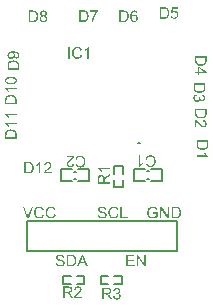
<source format=gto>
G04*
G04 #@! TF.GenerationSoftware,Altium Limited,Altium Designer,19.1.8 (144)*
G04*
G04 Layer_Color=65535*
%FSLAX25Y25*%
%MOIN*%
G70*
G01*
G75*
%ADD10C,0.00787*%
%ADD11C,0.00600*%
G36*
X551562Y141461D02*
X551598D01*
X551643Y141456D01*
X551690Y141453D01*
X551745Y141447D01*
X551800Y141439D01*
X551861Y141431D01*
X551986Y141406D01*
X552053Y141389D01*
X552116Y141373D01*
X552180Y141350D01*
X552241Y141325D01*
X552244Y141323D01*
X552255Y141320D01*
X552271Y141312D01*
X552294Y141300D01*
X552321Y141287D01*
X552352Y141267D01*
X552388Y141248D01*
X552424Y141223D01*
X552465Y141198D01*
X552504Y141167D01*
X552546Y141134D01*
X552587Y141098D01*
X552629Y141059D01*
X552668Y141015D01*
X552706Y140971D01*
X552739Y140921D01*
X552742Y140918D01*
X552748Y140910D01*
X552756Y140893D01*
X552767Y140874D01*
X552781Y140849D01*
X552798Y140819D01*
X552811Y140785D01*
X552831Y140746D01*
X552848Y140705D01*
X552864Y140658D01*
X552881Y140608D01*
X552895Y140555D01*
X552909Y140500D01*
X552920Y140442D01*
X552925Y140381D01*
X552931Y140320D01*
X552443Y140284D01*
Y140289D01*
X552440Y140301D01*
X552438Y140320D01*
X552432Y140345D01*
X552426Y140373D01*
X552418Y140409D01*
X552407Y140447D01*
X552393Y140489D01*
X552379Y140533D01*
X552360Y140577D01*
X552338Y140622D01*
X552313Y140669D01*
X552285Y140713D01*
X552252Y140755D01*
X552216Y140796D01*
X552177Y140832D01*
X552174Y140835D01*
X552166Y140841D01*
X552155Y140849D01*
X552136Y140863D01*
X552111Y140877D01*
X552083Y140891D01*
X552050Y140907D01*
X552011Y140927D01*
X551967Y140943D01*
X551917Y140960D01*
X551861Y140974D01*
X551803Y140990D01*
X551737Y141001D01*
X551667Y141010D01*
X551593Y141015D01*
X551512Y141018D01*
X551468D01*
X551438Y141015D01*
X551399Y141012D01*
X551357Y141010D01*
X551307Y141004D01*
X551258Y140996D01*
X551147Y140976D01*
X551091Y140963D01*
X551036Y140946D01*
X550983Y140927D01*
X550931Y140904D01*
X550884Y140879D01*
X550842Y140849D01*
X550839Y140846D01*
X550834Y140841D01*
X550823Y140832D01*
X550809Y140819D01*
X550795Y140802D01*
X550776Y140782D01*
X550759Y140760D01*
X550740Y140735D01*
X550720Y140708D01*
X550701Y140674D01*
X550668Y140605D01*
X550654Y140569D01*
X550643Y140528D01*
X550637Y140486D01*
X550634Y140442D01*
Y140439D01*
Y140433D01*
Y140422D01*
X550637Y140409D01*
X550640Y140389D01*
X550643Y140370D01*
X550654Y140323D01*
X550670Y140267D01*
X550695Y140212D01*
X550712Y140181D01*
X550734Y140154D01*
X550756Y140126D01*
X550781Y140101D01*
X550784Y140098D01*
X550789Y140095D01*
X550798Y140087D01*
X550814Y140079D01*
X550834Y140065D01*
X550862Y140051D01*
X550892Y140034D01*
X550931Y140015D01*
X550978Y139996D01*
X551030Y139974D01*
X551094Y139951D01*
X551163Y139927D01*
X551244Y139902D01*
X551332Y139877D01*
X551432Y139852D01*
X551543Y139824D01*
X551546D01*
X551551Y139821D01*
X551559D01*
X551571Y139819D01*
X551584Y139816D01*
X551601Y139810D01*
X551643Y139802D01*
X551692Y139788D01*
X551751Y139774D01*
X551814Y139760D01*
X551881Y139741D01*
X552022Y139705D01*
X552091Y139685D01*
X552161Y139663D01*
X552227Y139644D01*
X552288Y139622D01*
X552343Y139602D01*
X552390Y139583D01*
X552393Y139580D01*
X552404Y139575D01*
X552424Y139566D01*
X552446Y139555D01*
X552474Y139539D01*
X552504Y139522D01*
X552540Y139500D01*
X552579Y139475D01*
X552618Y139450D01*
X552659Y139420D01*
X552742Y139353D01*
X552820Y139276D01*
X552853Y139234D01*
X552886Y139190D01*
X552889Y139187D01*
X552895Y139179D01*
X552900Y139165D01*
X552911Y139148D01*
X552922Y139126D01*
X552936Y139098D01*
X552953Y139068D01*
X552967Y139035D01*
X552981Y138996D01*
X552997Y138954D01*
X553011Y138910D01*
X553022Y138860D01*
X553033Y138810D01*
X553042Y138758D01*
X553044Y138705D01*
X553047Y138647D01*
Y138644D01*
Y138633D01*
Y138616D01*
X553044Y138594D01*
X553042Y138567D01*
X553039Y138536D01*
X553033Y138500D01*
X553025Y138458D01*
X553017Y138417D01*
X553003Y138370D01*
X552989Y138323D01*
X552972Y138273D01*
X552953Y138223D01*
X552928Y138170D01*
X552900Y138120D01*
X552870Y138068D01*
X552867Y138065D01*
X552861Y138057D01*
X552850Y138043D01*
X552837Y138023D01*
X552820Y138001D01*
X552798Y137974D01*
X552773Y137946D01*
X552742Y137916D01*
X552709Y137882D01*
X552670Y137849D01*
X552629Y137813D01*
X552584Y137777D01*
X552537Y137744D01*
X552485Y137710D01*
X552429Y137680D01*
X552368Y137650D01*
X552366Y137647D01*
X552354Y137644D01*
X552335Y137636D01*
X552310Y137627D01*
X552280Y137616D01*
X552244Y137602D01*
X552202Y137589D01*
X552155Y137575D01*
X552102Y137561D01*
X552044Y137547D01*
X551983Y137536D01*
X551920Y137522D01*
X551853Y137514D01*
X551781Y137505D01*
X551706Y137503D01*
X551631Y137500D01*
X551582D01*
X551546Y137503D01*
X551501Y137505D01*
X551449Y137508D01*
X551391Y137514D01*
X551327Y137519D01*
X551260Y137528D01*
X551191Y137536D01*
X551044Y137564D01*
X550970Y137580D01*
X550898Y137600D01*
X550826Y137625D01*
X550759Y137650D01*
X550756Y137652D01*
X550742Y137658D01*
X550726Y137666D01*
X550701Y137677D01*
X550670Y137694D01*
X550637Y137713D01*
X550598Y137738D01*
X550560Y137763D01*
X550515Y137794D01*
X550471Y137827D01*
X550424Y137866D01*
X550380Y137907D01*
X550332Y137952D01*
X550288Y137999D01*
X550246Y138051D01*
X550208Y138107D01*
X550205Y138109D01*
X550199Y138120D01*
X550188Y138137D01*
X550177Y138159D01*
X550161Y138190D01*
X550144Y138223D01*
X550125Y138262D01*
X550108Y138306D01*
X550089Y138356D01*
X550069Y138409D01*
X550053Y138467D01*
X550036Y138525D01*
X550022Y138589D01*
X550011Y138655D01*
X550003Y138724D01*
X550000Y138796D01*
X550479Y138838D01*
Y138835D01*
X550482Y138824D01*
Y138810D01*
X550488Y138791D01*
X550490Y138766D01*
X550496Y138735D01*
X550504Y138705D01*
X550512Y138669D01*
X550532Y138594D01*
X550560Y138514D01*
X550593Y138436D01*
X550634Y138362D01*
X550637Y138359D01*
X550640Y138353D01*
X550648Y138345D01*
X550659Y138331D01*
X550670Y138314D01*
X550687Y138298D01*
X550706Y138278D01*
X550729Y138256D01*
X550753Y138234D01*
X550784Y138209D01*
X550814Y138184D01*
X550850Y138159D01*
X550886Y138134D01*
X550928Y138109D01*
X550972Y138087D01*
X551019Y138065D01*
X551022D01*
X551030Y138059D01*
X551047Y138054D01*
X551066Y138049D01*
X551091Y138040D01*
X551119Y138029D01*
X551155Y138018D01*
X551191Y138010D01*
X551233Y137999D01*
X551280Y137987D01*
X551327Y137979D01*
X551379Y137968D01*
X551490Y137957D01*
X551609Y137952D01*
X551637D01*
X551659Y137954D01*
X551684D01*
X551712Y137957D01*
X551745Y137960D01*
X551781Y137963D01*
X551861Y137974D01*
X551947Y137987D01*
X552033Y138010D01*
X552119Y138037D01*
X552122D01*
X552130Y138040D01*
X552141Y138046D01*
X552155Y138054D01*
X552174Y138062D01*
X552194Y138073D01*
X552244Y138098D01*
X552296Y138132D01*
X552352Y138173D01*
X552404Y138220D01*
X552449Y138273D01*
Y138276D01*
X552454Y138281D01*
X552460Y138289D01*
X552465Y138301D01*
X552474Y138314D01*
X552485Y138331D01*
X552504Y138373D01*
X552524Y138420D01*
X552543Y138475D01*
X552554Y138539D01*
X552560Y138602D01*
Y138605D01*
Y138611D01*
Y138619D01*
X552557Y138633D01*
Y138649D01*
X552554Y138666D01*
X552546Y138710D01*
X552535Y138758D01*
X552515Y138810D01*
X552488Y138863D01*
X552452Y138916D01*
Y138918D01*
X552446Y138921D01*
X552432Y138938D01*
X552404Y138963D01*
X552388Y138979D01*
X552368Y138996D01*
X552346Y139012D01*
X552321Y139032D01*
X552294Y139051D01*
X552260Y139071D01*
X552227Y139090D01*
X552188Y139109D01*
X552149Y139126D01*
X552105Y139145D01*
X552102D01*
X552097Y139148D01*
X552089Y139151D01*
X552072Y139156D01*
X552053Y139162D01*
X552030Y139170D01*
X552000Y139179D01*
X551964Y139190D01*
X551920Y139204D01*
X551872Y139217D01*
X551817Y139231D01*
X551753Y139248D01*
X551684Y139267D01*
X551604Y139287D01*
X551518Y139309D01*
X551424Y139331D01*
X551421D01*
X551418Y139334D01*
X551410D01*
X551402Y139337D01*
X551374Y139345D01*
X551338Y139353D01*
X551296Y139364D01*
X551247Y139378D01*
X551191Y139392D01*
X551136Y139409D01*
X551014Y139444D01*
X550892Y139486D01*
X550834Y139508D01*
X550778Y139530D01*
X550731Y139550D01*
X550687Y139572D01*
X550684Y139575D01*
X550676Y139577D01*
X550662Y139586D01*
X550643Y139597D01*
X550621Y139611D01*
X550593Y139630D01*
X550565Y139649D01*
X550532Y139672D01*
X550465Y139722D01*
X550399Y139783D01*
X550332Y139852D01*
X550305Y139891D01*
X550277Y139929D01*
X550274Y139932D01*
X550272Y139940D01*
X550266Y139951D01*
X550258Y139968D01*
X550246Y139988D01*
X550236Y140010D01*
X550224Y140037D01*
X550211Y140068D01*
X550199Y140104D01*
X550186Y140140D01*
X550166Y140220D01*
X550150Y140309D01*
X550147Y140356D01*
X550144Y140406D01*
Y140409D01*
Y140420D01*
Y140433D01*
X550147Y140456D01*
X550150Y140480D01*
X550152Y140511D01*
X550158Y140544D01*
X550163Y140583D01*
X550175Y140625D01*
X550183Y140666D01*
X550197Y140710D01*
X550213Y140758D01*
X550233Y140805D01*
X550255Y140852D01*
X550280Y140902D01*
X550308Y140949D01*
X550310Y140951D01*
X550316Y140960D01*
X550324Y140974D01*
X550338Y140990D01*
X550355Y141012D01*
X550377Y141034D01*
X550402Y141062D01*
X550429Y141090D01*
X550460Y141120D01*
X550496Y141154D01*
X550535Y141184D01*
X550579Y141217D01*
X550626Y141248D01*
X550676Y141278D01*
X550729Y141306D01*
X550787Y141331D01*
X550789Y141334D01*
X550801Y141336D01*
X550817Y141342D01*
X550842Y141353D01*
X550873Y141361D01*
X550906Y141373D01*
X550947Y141386D01*
X550994Y141397D01*
X551044Y141411D01*
X551097Y141422D01*
X551155Y141433D01*
X551216Y141445D01*
X551283Y141453D01*
X551349Y141458D01*
X551418Y141461D01*
X551490Y141464D01*
X551532D01*
X551562Y141461D01*
D02*
G37*
G36*
X560773Y137564D02*
X560196D01*
X559753Y138724D01*
X558144D01*
X557725Y137564D01*
X557191D01*
X558662Y141397D01*
X559205D01*
X560773Y137564D01*
D02*
G37*
G36*
X555169Y141395D02*
X555213D01*
X555260Y141392D01*
X555313D01*
X555424Y141384D01*
X555537Y141375D01*
X555593Y141367D01*
X555645Y141361D01*
X555695Y141353D01*
X555742Y141342D01*
X555745D01*
X555756Y141339D01*
X555773Y141334D01*
X555798Y141328D01*
X555825Y141317D01*
X555859Y141306D01*
X555895Y141295D01*
X555936Y141278D01*
X556022Y141242D01*
X556116Y141192D01*
X556210Y141137D01*
X556257Y141104D01*
X556302Y141068D01*
X556305Y141065D01*
X556316Y141057D01*
X556332Y141040D01*
X556352Y141021D01*
X556377Y140996D01*
X556407Y140965D01*
X556437Y140929D01*
X556473Y140891D01*
X556509Y140843D01*
X556545Y140794D01*
X556584Y140741D01*
X556623Y140683D01*
X556659Y140619D01*
X556692Y140555D01*
X556726Y140483D01*
X556756Y140411D01*
X556759Y140406D01*
X556762Y140392D01*
X556770Y140373D01*
X556781Y140342D01*
X556792Y140303D01*
X556803Y140259D01*
X556817Y140206D01*
X556834Y140148D01*
X556847Y140084D01*
X556861Y140012D01*
X556872Y139938D01*
X556883Y139857D01*
X556894Y139774D01*
X556903Y139685D01*
X556906Y139594D01*
X556908Y139500D01*
Y139494D01*
Y139480D01*
Y139458D01*
X556906Y139425D01*
Y139389D01*
X556903Y139345D01*
X556900Y139295D01*
X556894Y139240D01*
X556889Y139181D01*
X556883Y139118D01*
X556864Y138988D01*
X556839Y138855D01*
X556806Y138724D01*
Y138722D01*
X556800Y138710D01*
X556795Y138691D01*
X556786Y138669D01*
X556778Y138641D01*
X556764Y138608D01*
X556750Y138569D01*
X556734Y138530D01*
X556698Y138442D01*
X556651Y138348D01*
X556601Y138256D01*
X556543Y138168D01*
X556540Y138165D01*
X556534Y138159D01*
X556526Y138145D01*
X556515Y138132D01*
X556501Y138112D01*
X556482Y138090D01*
X556440Y138040D01*
X556388Y137985D01*
X556329Y137927D01*
X556263Y137871D01*
X556194Y137819D01*
X556191D01*
X556185Y137813D01*
X556174Y137808D01*
X556160Y137799D01*
X556141Y137788D01*
X556119Y137777D01*
X556094Y137763D01*
X556066Y137749D01*
X556033Y137733D01*
X556000Y137716D01*
X555961Y137702D01*
X555922Y137686D01*
X555834Y137655D01*
X555737Y137627D01*
X555734D01*
X555726Y137625D01*
X555709Y137622D01*
X555690Y137616D01*
X555665Y137614D01*
X555634Y137608D01*
X555598Y137602D01*
X555559Y137597D01*
X555515Y137589D01*
X555468Y137583D01*
X555418Y137578D01*
X555363Y137575D01*
X555307Y137569D01*
X555246Y137566D01*
X555122Y137564D01*
X553740D01*
Y141397D01*
X555133D01*
X555169Y141395D01*
D02*
G37*
G36*
X582486Y157461D02*
X582525D01*
X582566Y157456D01*
X582614Y157453D01*
X582666Y157447D01*
X582724Y157439D01*
X582783Y157431D01*
X582910Y157406D01*
X582974Y157392D01*
X583040Y157372D01*
X583104Y157353D01*
X583168Y157328D01*
X583170Y157325D01*
X583181Y157323D01*
X583201Y157314D01*
X583223Y157303D01*
X583251Y157289D01*
X583284Y157273D01*
X583320Y157253D01*
X583361Y157231D01*
X583403Y157203D01*
X583444Y157176D01*
X583533Y157112D01*
X583619Y157037D01*
X583661Y156996D01*
X583697Y156951D01*
X583699Y156949D01*
X583705Y156940D01*
X583716Y156927D01*
X583727Y156907D01*
X583744Y156885D01*
X583763Y156854D01*
X583782Y156821D01*
X583805Y156782D01*
X583827Y156741D01*
X583852Y156691D01*
X583877Y156641D01*
X583899Y156586D01*
X583924Y156525D01*
X583946Y156461D01*
X583968Y156395D01*
X583987Y156323D01*
X583530Y156198D01*
Y156201D01*
X583528Y156212D01*
X583522Y156226D01*
X583514Y156248D01*
X583505Y156270D01*
X583497Y156300D01*
X583483Y156331D01*
X583472Y156367D01*
X583439Y156439D01*
X583403Y156517D01*
X583361Y156591D01*
X583339Y156625D01*
X583314Y156658D01*
X583312Y156661D01*
X583309Y156666D01*
X583300Y156674D01*
X583292Y156685D01*
X583278Y156699D01*
X583262Y156716D01*
X583242Y156735D01*
X583220Y156755D01*
X583195Y156777D01*
X583170Y156799D01*
X583107Y156843D01*
X583032Y156888D01*
X582949Y156927D01*
X582946D01*
X582938Y156932D01*
X582924Y156935D01*
X582907Y156943D01*
X582885Y156951D01*
X582857Y156960D01*
X582827Y156968D01*
X582794Y156979D01*
X582758Y156987D01*
X582716Y156996D01*
X582672Y157004D01*
X582627Y157012D01*
X582528Y157023D01*
X582422Y157029D01*
X582389D01*
X582364Y157026D01*
X582334D01*
X582298Y157023D01*
X582259Y157021D01*
X582217Y157015D01*
X582170Y157010D01*
X582120Y157004D01*
X582021Y156985D01*
X581918Y156957D01*
X581818Y156921D01*
X581816D01*
X581807Y156915D01*
X581794Y156910D01*
X581777Y156902D01*
X581755Y156890D01*
X581730Y156879D01*
X581702Y156863D01*
X581674Y156846D01*
X581608Y156807D01*
X581541Y156757D01*
X581472Y156702D01*
X581411Y156641D01*
X581409Y156638D01*
X581406Y156633D01*
X581397Y156625D01*
X581386Y156611D01*
X581372Y156594D01*
X581359Y156578D01*
X581342Y156555D01*
X581323Y156530D01*
X581284Y156475D01*
X581242Y156411D01*
X581204Y156339D01*
X581168Y156264D01*
X581165Y156262D01*
X581162Y156248D01*
X581154Y156228D01*
X581145Y156203D01*
X581134Y156170D01*
X581123Y156131D01*
X581109Y156084D01*
X581096Y156035D01*
X581082Y155979D01*
X581068Y155921D01*
X581057Y155857D01*
X581046Y155788D01*
X581037Y155719D01*
X581029Y155644D01*
X581026Y155569D01*
X581024Y155492D01*
Y155489D01*
Y155486D01*
Y155470D01*
Y155442D01*
X581026Y155406D01*
X581029Y155361D01*
X581032Y155312D01*
X581037Y155253D01*
X581046Y155192D01*
X581054Y155126D01*
X581065Y155057D01*
X581082Y154985D01*
X581098Y154913D01*
X581118Y154841D01*
X581140Y154769D01*
X581168Y154699D01*
X581198Y154633D01*
X581201Y154630D01*
X581206Y154619D01*
X581217Y154600D01*
X581231Y154578D01*
X581251Y154547D01*
X581273Y154517D01*
X581298Y154481D01*
X581328Y154442D01*
X581364Y154400D01*
X581403Y154359D01*
X581445Y154314D01*
X581492Y154273D01*
X581541Y154231D01*
X581594Y154192D01*
X581652Y154156D01*
X581713Y154123D01*
X581716Y154121D01*
X581730Y154115D01*
X581746Y154107D01*
X581771Y154098D01*
X581802Y154085D01*
X581841Y154071D01*
X581882Y154057D01*
X581929Y154040D01*
X581982Y154024D01*
X582037Y154010D01*
X582095Y153996D01*
X582157Y153982D01*
X582223Y153974D01*
X582289Y153965D01*
X582359Y153960D01*
X582428Y153957D01*
X582461D01*
X582483Y153960D01*
X582514D01*
X582550Y153963D01*
X582589Y153968D01*
X582633Y153974D01*
X582680Y153979D01*
X582730Y153988D01*
X582838Y154010D01*
X582954Y154040D01*
X583012Y154060D01*
X583071Y154082D01*
X583073Y154085D01*
X583084Y154087D01*
X583101Y154096D01*
X583123Y154104D01*
X583148Y154115D01*
X583179Y154129D01*
X583212Y154145D01*
X583248Y154165D01*
X583325Y154204D01*
X583406Y154251D01*
X583483Y154300D01*
X583517Y154325D01*
X583550Y154353D01*
Y155068D01*
X582422D01*
Y155519D01*
X584046D01*
Y154096D01*
X584040Y154093D01*
X584029Y154082D01*
X584010Y154068D01*
X583982Y154046D01*
X583946Y154024D01*
X583907Y153993D01*
X583860Y153963D01*
X583810Y153929D01*
X583752Y153893D01*
X583694Y153857D01*
X583630Y153819D01*
X583561Y153782D01*
X583420Y153710D01*
X583348Y153680D01*
X583273Y153650D01*
X583267Y153647D01*
X583256Y153644D01*
X583234Y153636D01*
X583204Y153627D01*
X583168Y153616D01*
X583126Y153603D01*
X583076Y153589D01*
X583024Y153575D01*
X582963Y153561D01*
X582899Y153547D01*
X582832Y153536D01*
X582763Y153522D01*
X582614Y153506D01*
X582536Y153503D01*
X582458Y153500D01*
X582420D01*
X582403Y153503D01*
X582364D01*
X582314Y153508D01*
X582256Y153514D01*
X582190Y153519D01*
X582118Y153531D01*
X582040Y153544D01*
X581960Y153558D01*
X581874Y153578D01*
X581785Y153603D01*
X581697Y153630D01*
X581608Y153661D01*
X581519Y153699D01*
X581431Y153741D01*
X581425Y153744D01*
X581411Y153752D01*
X581386Y153766D01*
X581356Y153785D01*
X581317Y153810D01*
X581273Y153841D01*
X581223Y153877D01*
X581170Y153918D01*
X581115Y153965D01*
X581057Y154018D01*
X580999Y154073D01*
X580940Y154137D01*
X580885Y154206D01*
X580830Y154278D01*
X580780Y154356D01*
X580733Y154439D01*
X580730Y154445D01*
X580722Y154461D01*
X580711Y154486D01*
X580697Y154519D01*
X580680Y154564D01*
X580658Y154613D01*
X580639Y154674D01*
X580616Y154738D01*
X580594Y154813D01*
X580575Y154891D01*
X580555Y154974D01*
X580536Y155065D01*
X580522Y155159D01*
X580511Y155256D01*
X580503Y155356D01*
X580500Y155461D01*
Y155464D01*
Y155467D01*
Y155475D01*
Y155486D01*
Y155500D01*
X580503Y155517D01*
Y155555D01*
X580508Y155605D01*
X580511Y155663D01*
X580519Y155730D01*
X580531Y155802D01*
X580542Y155879D01*
X580558Y155963D01*
X580575Y156048D01*
X580597Y156137D01*
X580625Y156228D01*
X580655Y156323D01*
X580691Y156414D01*
X580733Y156505D01*
Y156508D01*
X580735Y156511D01*
X580744Y156528D01*
X580758Y156553D01*
X580777Y156586D01*
X580799Y156625D01*
X580830Y156672D01*
X580866Y156724D01*
X580904Y156780D01*
X580949Y156838D01*
X580999Y156896D01*
X581054Y156957D01*
X581115Y157015D01*
X581181Y157073D01*
X581251Y157129D01*
X581325Y157181D01*
X581406Y157228D01*
X581411Y157231D01*
X581425Y157239D01*
X581450Y157251D01*
X581483Y157264D01*
X581525Y157284D01*
X581575Y157303D01*
X581633Y157325D01*
X581697Y157348D01*
X581769Y157367D01*
X581846Y157389D01*
X581929Y157408D01*
X582018Y157428D01*
X582112Y157442D01*
X582209Y157453D01*
X582312Y157461D01*
X582417Y157464D01*
X582458D01*
X582486Y157461D01*
D02*
G37*
G36*
X587807Y153564D02*
X587284D01*
X585276Y156572D01*
Y153564D01*
X584788D01*
Y157397D01*
X585309D01*
X587320Y154386D01*
Y157397D01*
X587807D01*
Y153564D01*
D02*
G37*
G36*
X590090Y157395D02*
X590134D01*
X590181Y157392D01*
X590234D01*
X590345Y157384D01*
X590458Y157375D01*
X590514Y157367D01*
X590566Y157361D01*
X590616Y157353D01*
X590663Y157342D01*
X590666D01*
X590677Y157339D01*
X590694Y157334D01*
X590719Y157328D01*
X590746Y157317D01*
X590779Y157306D01*
X590815Y157295D01*
X590857Y157278D01*
X590943Y157242D01*
X591037Y157192D01*
X591131Y157137D01*
X591178Y157104D01*
X591223Y157068D01*
X591225Y157065D01*
X591236Y157057D01*
X591253Y157040D01*
X591272Y157021D01*
X591297Y156996D01*
X591328Y156965D01*
X591358Y156929D01*
X591394Y156890D01*
X591430Y156843D01*
X591466Y156793D01*
X591505Y156741D01*
X591544Y156683D01*
X591580Y156619D01*
X591613Y156555D01*
X591646Y156483D01*
X591677Y156411D01*
X591680Y156406D01*
X591682Y156392D01*
X591691Y156372D01*
X591702Y156342D01*
X591713Y156303D01*
X591724Y156259D01*
X591738Y156206D01*
X591754Y156148D01*
X591768Y156084D01*
X591782Y156012D01*
X591793Y155938D01*
X591804Y155857D01*
X591815Y155774D01*
X591824Y155685D01*
X591826Y155594D01*
X591829Y155500D01*
Y155494D01*
Y155481D01*
Y155458D01*
X591826Y155425D01*
Y155389D01*
X591824Y155345D01*
X591821Y155295D01*
X591815Y155240D01*
X591810Y155181D01*
X591804Y155118D01*
X591785Y154988D01*
X591760Y154855D01*
X591727Y154724D01*
Y154722D01*
X591721Y154710D01*
X591716Y154691D01*
X591707Y154669D01*
X591699Y154641D01*
X591685Y154608D01*
X591671Y154569D01*
X591655Y154530D01*
X591619Y154442D01*
X591572Y154348D01*
X591522Y154256D01*
X591464Y154168D01*
X591461Y154165D01*
X591455Y154159D01*
X591447Y154145D01*
X591436Y154132D01*
X591422Y154112D01*
X591403Y154090D01*
X591361Y154040D01*
X591308Y153985D01*
X591250Y153927D01*
X591184Y153871D01*
X591115Y153819D01*
X591112D01*
X591106Y153813D01*
X591095Y153807D01*
X591081Y153799D01*
X591062Y153788D01*
X591040Y153777D01*
X591015Y153763D01*
X590987Y153749D01*
X590954Y153733D01*
X590921Y153716D01*
X590882Y153702D01*
X590843Y153686D01*
X590755Y153655D01*
X590658Y153627D01*
X590655D01*
X590647Y153625D01*
X590630Y153622D01*
X590611Y153616D01*
X590586Y153614D01*
X590555Y153608D01*
X590519Y153603D01*
X590480Y153597D01*
X590436Y153589D01*
X590389Y153583D01*
X590339Y153578D01*
X590284Y153575D01*
X590228Y153569D01*
X590167Y153567D01*
X590043Y153564D01*
X588660D01*
Y157397D01*
X590054D01*
X590090Y157395D01*
D02*
G37*
G36*
X565562Y157461D02*
X565598D01*
X565643Y157456D01*
X565690Y157453D01*
X565745Y157447D01*
X565801Y157439D01*
X565861Y157431D01*
X565986Y157406D01*
X566053Y157389D01*
X566116Y157372D01*
X566180Y157350D01*
X566241Y157325D01*
X566244Y157323D01*
X566255Y157320D01*
X566271Y157311D01*
X566294Y157300D01*
X566321Y157287D01*
X566352Y157267D01*
X566388Y157248D01*
X566424Y157223D01*
X566465Y157198D01*
X566504Y157167D01*
X566546Y157134D01*
X566587Y157098D01*
X566629Y157059D01*
X566668Y157015D01*
X566706Y156971D01*
X566740Y156921D01*
X566742Y156918D01*
X566748Y156910D01*
X566756Y156893D01*
X566767Y156874D01*
X566781Y156849D01*
X566798Y156818D01*
X566812Y156785D01*
X566831Y156746D01*
X566848Y156705D01*
X566864Y156658D01*
X566881Y156608D01*
X566895Y156555D01*
X566909Y156500D01*
X566920Y156442D01*
X566925Y156381D01*
X566931Y156320D01*
X566443Y156284D01*
Y156289D01*
X566440Y156300D01*
X566438Y156320D01*
X566432Y156345D01*
X566427Y156372D01*
X566418Y156409D01*
X566407Y156447D01*
X566393Y156489D01*
X566379Y156533D01*
X566360Y156578D01*
X566338Y156622D01*
X566313Y156669D01*
X566285Y156713D01*
X566252Y156755D01*
X566216Y156796D01*
X566177Y156832D01*
X566174Y156835D01*
X566166Y156841D01*
X566155Y156849D01*
X566136Y156863D01*
X566111Y156877D01*
X566083Y156890D01*
X566050Y156907D01*
X566011Y156927D01*
X565967Y156943D01*
X565917Y156960D01*
X565861Y156974D01*
X565803Y156990D01*
X565737Y157001D01*
X565667Y157010D01*
X565593Y157015D01*
X565512Y157018D01*
X565468D01*
X565438Y157015D01*
X565399Y157012D01*
X565357Y157010D01*
X565307Y157004D01*
X565258Y156996D01*
X565147Y156976D01*
X565091Y156963D01*
X565036Y156946D01*
X564983Y156927D01*
X564931Y156904D01*
X564884Y156879D01*
X564842Y156849D01*
X564839Y156846D01*
X564834Y156841D01*
X564823Y156832D01*
X564809Y156818D01*
X564795Y156802D01*
X564776Y156782D01*
X564759Y156760D01*
X564740Y156735D01*
X564720Y156708D01*
X564701Y156674D01*
X564668Y156605D01*
X564654Y156569D01*
X564643Y156528D01*
X564637Y156486D01*
X564634Y156442D01*
Y156439D01*
Y156433D01*
Y156422D01*
X564637Y156409D01*
X564640Y156389D01*
X564643Y156370D01*
X564654Y156323D01*
X564670Y156267D01*
X564695Y156212D01*
X564712Y156181D01*
X564734Y156154D01*
X564756Y156126D01*
X564781Y156101D01*
X564784Y156098D01*
X564789Y156096D01*
X564798Y156087D01*
X564814Y156079D01*
X564834Y156065D01*
X564861Y156051D01*
X564892Y156035D01*
X564931Y156015D01*
X564978Y155996D01*
X565030Y155974D01*
X565094Y155951D01*
X565163Y155927D01*
X565244Y155902D01*
X565332Y155877D01*
X565432Y155852D01*
X565543Y155824D01*
X565546D01*
X565551Y155821D01*
X565559D01*
X565571Y155818D01*
X565584Y155816D01*
X565601Y155810D01*
X565643Y155802D01*
X565693Y155788D01*
X565751Y155774D01*
X565814Y155760D01*
X565881Y155741D01*
X566022Y155705D01*
X566091Y155685D01*
X566161Y155663D01*
X566227Y155644D01*
X566288Y155622D01*
X566343Y155602D01*
X566391Y155583D01*
X566393Y155580D01*
X566404Y155575D01*
X566424Y155566D01*
X566446Y155555D01*
X566474Y155539D01*
X566504Y155522D01*
X566540Y155500D01*
X566579Y155475D01*
X566618Y155450D01*
X566659Y155420D01*
X566742Y155353D01*
X566820Y155276D01*
X566853Y155234D01*
X566886Y155190D01*
X566889Y155187D01*
X566895Y155179D01*
X566900Y155165D01*
X566911Y155148D01*
X566922Y155126D01*
X566936Y155098D01*
X566953Y155068D01*
X566967Y155035D01*
X566981Y154996D01*
X566997Y154954D01*
X567011Y154910D01*
X567022Y154860D01*
X567033Y154810D01*
X567041Y154758D01*
X567044Y154705D01*
X567047Y154647D01*
Y154644D01*
Y154633D01*
Y154616D01*
X567044Y154594D01*
X567041Y154567D01*
X567039Y154536D01*
X567033Y154500D01*
X567025Y154458D01*
X567017Y154417D01*
X567003Y154370D01*
X566989Y154323D01*
X566972Y154273D01*
X566953Y154223D01*
X566928Y154170D01*
X566900Y154121D01*
X566870Y154068D01*
X566867Y154065D01*
X566861Y154057D01*
X566850Y154043D01*
X566837Y154024D01*
X566820Y154001D01*
X566798Y153974D01*
X566773Y153946D01*
X566742Y153916D01*
X566709Y153882D01*
X566670Y153849D01*
X566629Y153813D01*
X566584Y153777D01*
X566537Y153744D01*
X566485Y153710D01*
X566429Y153680D01*
X566368Y153650D01*
X566366Y153647D01*
X566355Y153644D01*
X566335Y153636D01*
X566310Y153627D01*
X566280Y153616D01*
X566244Y153603D01*
X566202Y153589D01*
X566155Y153575D01*
X566102Y153561D01*
X566044Y153547D01*
X565983Y153536D01*
X565920Y153522D01*
X565853Y153514D01*
X565781Y153506D01*
X565706Y153503D01*
X565631Y153500D01*
X565582D01*
X565546Y153503D01*
X565501Y153506D01*
X565449Y153508D01*
X565390Y153514D01*
X565327Y153519D01*
X565260Y153528D01*
X565191Y153536D01*
X565044Y153564D01*
X564969Y153580D01*
X564897Y153600D01*
X564825Y153625D01*
X564759Y153650D01*
X564756Y153652D01*
X564742Y153658D01*
X564726Y153666D01*
X564701Y153677D01*
X564670Y153694D01*
X564637Y153713D01*
X564598Y153738D01*
X564560Y153763D01*
X564515Y153794D01*
X564471Y153827D01*
X564424Y153866D01*
X564380Y153907D01*
X564332Y153952D01*
X564288Y153999D01*
X564247Y154051D01*
X564208Y154107D01*
X564205Y154109D01*
X564199Y154121D01*
X564188Y154137D01*
X564177Y154159D01*
X564161Y154190D01*
X564144Y154223D01*
X564125Y154262D01*
X564108Y154306D01*
X564089Y154356D01*
X564069Y154409D01*
X564053Y154467D01*
X564036Y154525D01*
X564022Y154589D01*
X564011Y154655D01*
X564003Y154724D01*
X564000Y154796D01*
X564479Y154838D01*
Y154835D01*
X564482Y154824D01*
Y154810D01*
X564488Y154791D01*
X564490Y154766D01*
X564496Y154735D01*
X564504Y154705D01*
X564512Y154669D01*
X564532Y154594D01*
X564560Y154514D01*
X564593Y154436D01*
X564634Y154361D01*
X564637Y154359D01*
X564640Y154353D01*
X564648Y154345D01*
X564659Y154331D01*
X564670Y154314D01*
X564687Y154298D01*
X564706Y154278D01*
X564728Y154256D01*
X564753Y154234D01*
X564784Y154209D01*
X564814Y154184D01*
X564850Y154159D01*
X564886Y154134D01*
X564928Y154109D01*
X564972Y154087D01*
X565019Y154065D01*
X565022D01*
X565030Y154060D01*
X565047Y154054D01*
X565066Y154049D01*
X565091Y154040D01*
X565119Y154029D01*
X565155Y154018D01*
X565191Y154010D01*
X565233Y153999D01*
X565280Y153988D01*
X565327Y153979D01*
X565379Y153968D01*
X565490Y153957D01*
X565609Y153952D01*
X565637D01*
X565659Y153954D01*
X565684D01*
X565712Y153957D01*
X565745Y153960D01*
X565781Y153963D01*
X565861Y153974D01*
X565947Y153988D01*
X566033Y154010D01*
X566119Y154037D01*
X566122D01*
X566130Y154040D01*
X566141Y154046D01*
X566155Y154054D01*
X566174Y154062D01*
X566194Y154073D01*
X566244Y154098D01*
X566296Y154132D01*
X566352Y154173D01*
X566404Y154220D01*
X566449Y154273D01*
Y154276D01*
X566454Y154281D01*
X566460Y154289D01*
X566465Y154300D01*
X566474Y154314D01*
X566485Y154331D01*
X566504Y154373D01*
X566524Y154420D01*
X566543Y154475D01*
X566554Y154539D01*
X566560Y154603D01*
Y154605D01*
Y154611D01*
Y154619D01*
X566557Y154633D01*
Y154649D01*
X566554Y154666D01*
X566546Y154710D01*
X566535Y154758D01*
X566515Y154810D01*
X566488Y154863D01*
X566452Y154915D01*
Y154918D01*
X566446Y154921D01*
X566432Y154938D01*
X566404Y154963D01*
X566388Y154979D01*
X566368Y154996D01*
X566346Y155012D01*
X566321Y155032D01*
X566294Y155051D01*
X566260Y155071D01*
X566227Y155090D01*
X566188Y155109D01*
X566150Y155126D01*
X566105Y155145D01*
X566102D01*
X566097Y155148D01*
X566089Y155151D01*
X566072Y155157D01*
X566053Y155162D01*
X566030Y155170D01*
X566000Y155179D01*
X565964Y155190D01*
X565920Y155203D01*
X565872Y155217D01*
X565817Y155231D01*
X565753Y155248D01*
X565684Y155267D01*
X565604Y155287D01*
X565518Y155309D01*
X565424Y155331D01*
X565421D01*
X565418Y155334D01*
X565410D01*
X565402Y155336D01*
X565374Y155345D01*
X565338Y155353D01*
X565296Y155364D01*
X565246Y155378D01*
X565191Y155392D01*
X565136Y155409D01*
X565014Y155445D01*
X564892Y155486D01*
X564834Y155508D01*
X564778Y155530D01*
X564731Y155550D01*
X564687Y155572D01*
X564684Y155575D01*
X564676Y155578D01*
X564662Y155586D01*
X564643Y155597D01*
X564620Y155611D01*
X564593Y155630D01*
X564565Y155649D01*
X564532Y155672D01*
X564465Y155721D01*
X564399Y155782D01*
X564332Y155852D01*
X564305Y155891D01*
X564277Y155929D01*
X564274Y155932D01*
X564271Y155940D01*
X564266Y155951D01*
X564258Y155968D01*
X564247Y155988D01*
X564235Y156010D01*
X564224Y156037D01*
X564211Y156068D01*
X564199Y156104D01*
X564186Y156140D01*
X564166Y156220D01*
X564150Y156309D01*
X564147Y156356D01*
X564144Y156406D01*
Y156409D01*
Y156420D01*
Y156433D01*
X564147Y156456D01*
X564150Y156481D01*
X564152Y156511D01*
X564158Y156544D01*
X564163Y156583D01*
X564175Y156625D01*
X564183Y156666D01*
X564197Y156710D01*
X564213Y156757D01*
X564233Y156805D01*
X564255Y156852D01*
X564280Y156902D01*
X564307Y156949D01*
X564310Y156951D01*
X564316Y156960D01*
X564324Y156974D01*
X564338Y156990D01*
X564355Y157012D01*
X564377Y157035D01*
X564402Y157062D01*
X564429Y157090D01*
X564460Y157120D01*
X564496Y157154D01*
X564535Y157184D01*
X564579Y157217D01*
X564626Y157248D01*
X564676Y157278D01*
X564728Y157306D01*
X564787Y157331D01*
X564789Y157334D01*
X564801Y157336D01*
X564817Y157342D01*
X564842Y157353D01*
X564873Y157361D01*
X564906Y157372D01*
X564947Y157386D01*
X564994Y157397D01*
X565044Y157411D01*
X565097Y157422D01*
X565155Y157433D01*
X565216Y157445D01*
X565282Y157453D01*
X565349Y157458D01*
X565418Y157461D01*
X565490Y157464D01*
X565532D01*
X565562Y157461D01*
D02*
G37*
G36*
X569457D02*
X569498Y157458D01*
X569548Y157456D01*
X569604Y157447D01*
X569667Y157439D01*
X569739Y157428D01*
X569814Y157411D01*
X569892Y157392D01*
X569972Y157370D01*
X570052Y157339D01*
X570133Y157306D01*
X570216Y157267D01*
X570293Y157223D01*
X570368Y157170D01*
X570374Y157167D01*
X570385Y157156D01*
X570407Y157140D01*
X570432Y157115D01*
X570465Y157087D01*
X570501Y157048D01*
X570540Y157007D01*
X570584Y156957D01*
X570629Y156902D01*
X570676Y156841D01*
X570720Y156771D01*
X570764Y156699D01*
X570809Y156619D01*
X570847Y156533D01*
X570886Y156442D01*
X570917Y156345D01*
X570418Y156228D01*
X570415Y156234D01*
X570413Y156248D01*
X570404Y156267D01*
X570393Y156298D01*
X570379Y156331D01*
X570363Y156370D01*
X570340Y156414D01*
X570318Y156461D01*
X570293Y156511D01*
X570263Y156561D01*
X570232Y156611D01*
X570196Y156663D01*
X570158Y156710D01*
X570119Y156757D01*
X570075Y156799D01*
X570027Y156838D01*
X570025Y156841D01*
X570016Y156846D01*
X570003Y156854D01*
X569983Y156868D01*
X569958Y156882D01*
X569928Y156899D01*
X569892Y156915D01*
X569853Y156935D01*
X569809Y156951D01*
X569762Y156968D01*
X569709Y156985D01*
X569654Y156999D01*
X569593Y157012D01*
X569529Y157021D01*
X569462Y157026D01*
X569390Y157029D01*
X569349D01*
X569318Y157026D01*
X569280Y157023D01*
X569235Y157018D01*
X569185Y157012D01*
X569133Y157001D01*
X569075Y156990D01*
X569017Y156976D01*
X568956Y156960D01*
X568892Y156940D01*
X568831Y156915D01*
X568770Y156885D01*
X568709Y156854D01*
X568651Y156816D01*
X568648Y156813D01*
X568637Y156807D01*
X568623Y156793D01*
X568604Y156777D01*
X568579Y156755D01*
X568551Y156730D01*
X568521Y156699D01*
X568487Y156666D01*
X568454Y156627D01*
X568418Y156586D01*
X568385Y156539D01*
X568352Y156486D01*
X568318Y156433D01*
X568288Y156375D01*
X568260Y156314D01*
X568235Y156248D01*
Y156245D01*
X568230Y156231D01*
X568224Y156212D01*
X568216Y156187D01*
X568208Y156154D01*
X568197Y156115D01*
X568188Y156071D01*
X568177Y156021D01*
X568166Y155968D01*
X568155Y155910D01*
X568144Y155849D01*
X568136Y155785D01*
X568122Y155652D01*
X568119Y155583D01*
X568116Y155511D01*
Y155506D01*
Y155489D01*
Y155464D01*
X568119Y155428D01*
X568122Y155386D01*
X568124Y155336D01*
X568127Y155281D01*
X568133Y155223D01*
X568141Y155157D01*
X568150Y155087D01*
X568177Y154946D01*
X568191Y154871D01*
X568210Y154799D01*
X568233Y154727D01*
X568258Y154658D01*
X568260Y154655D01*
X568263Y154641D01*
X568271Y154625D01*
X568285Y154600D01*
X568299Y154569D01*
X568318Y154533D01*
X568341Y154494D01*
X568365Y154453D01*
X568396Y154411D01*
X568429Y154367D01*
X568465Y154320D01*
X568504Y154276D01*
X568548Y154231D01*
X568595Y154190D01*
X568645Y154151D01*
X568701Y154115D01*
X568704Y154112D01*
X568715Y154107D01*
X568731Y154098D01*
X568753Y154087D01*
X568781Y154073D01*
X568814Y154057D01*
X568853Y154043D01*
X568895Y154026D01*
X568942Y154007D01*
X568992Y153993D01*
X569047Y153976D01*
X569102Y153963D01*
X569163Y153952D01*
X569224Y153943D01*
X569288Y153938D01*
X569352Y153935D01*
X569371D01*
X569393Y153938D01*
X569424D01*
X569460Y153943D01*
X569501Y153949D01*
X569551Y153954D01*
X569601Y153965D01*
X569656Y153979D01*
X569714Y153996D01*
X569775Y154015D01*
X569836Y154037D01*
X569897Y154065D01*
X569958Y154098D01*
X570016Y154137D01*
X570075Y154179D01*
X570077Y154181D01*
X570088Y154190D01*
X570102Y154204D01*
X570122Y154226D01*
X570147Y154251D01*
X570174Y154281D01*
X570205Y154320D01*
X570235Y154361D01*
X570268Y154411D01*
X570302Y154464D01*
X570338Y154525D01*
X570368Y154591D01*
X570401Y154661D01*
X570429Y154738D01*
X570454Y154818D01*
X570476Y154907D01*
X570983Y154780D01*
Y154777D01*
X570980Y154771D01*
X570978Y154763D01*
X570975Y154752D01*
X570972Y154738D01*
X570967Y154719D01*
X570953Y154677D01*
X570933Y154625D01*
X570911Y154567D01*
X570883Y154500D01*
X570850Y154428D01*
X570814Y154350D01*
X570773Y154273D01*
X570726Y154195D01*
X570673Y154115D01*
X570615Y154037D01*
X570551Y153963D01*
X570482Y153893D01*
X570407Y153827D01*
X570401Y153824D01*
X570388Y153813D01*
X570365Y153796D01*
X570332Y153777D01*
X570293Y153752D01*
X570244Y153724D01*
X570188Y153694D01*
X570124Y153663D01*
X570055Y153633D01*
X569978Y153603D01*
X569895Y153575D01*
X569806Y153550D01*
X569709Y153531D01*
X569609Y153514D01*
X569504Y153503D01*
X569393Y153500D01*
X569352D01*
X569332Y153503D01*
X569291D01*
X569238Y153508D01*
X569177Y153514D01*
X569108Y153522D01*
X569036Y153531D01*
X568956Y153544D01*
X568875Y153561D01*
X568789Y153583D01*
X568706Y153605D01*
X568623Y153636D01*
X568540Y153669D01*
X568460Y153708D01*
X568385Y153752D01*
X568379Y153755D01*
X568368Y153763D01*
X568349Y153780D01*
X568321Y153799D01*
X568288Y153824D01*
X568252Y153857D01*
X568210Y153893D01*
X568166Y153938D01*
X568119Y153988D01*
X568072Y154040D01*
X568022Y154101D01*
X567972Y154165D01*
X567925Y154237D01*
X567878Y154312D01*
X567834Y154395D01*
X567795Y154481D01*
Y154483D01*
X567792Y154486D01*
X567787Y154503D01*
X567775Y154528D01*
X567764Y154564D01*
X567748Y154608D01*
X567731Y154661D01*
X567712Y154722D01*
X567695Y154788D01*
X567676Y154863D01*
X567656Y154943D01*
X567640Y155026D01*
X567623Y155118D01*
X567612Y155209D01*
X567601Y155306D01*
X567595Y155406D01*
X567593Y155508D01*
Y155511D01*
Y155517D01*
Y155525D01*
Y155536D01*
Y155550D01*
X567595Y155566D01*
Y155608D01*
X567601Y155661D01*
X567604Y155721D01*
X567612Y155791D01*
X567620Y155866D01*
X567634Y155943D01*
X567648Y156026D01*
X567667Y156115D01*
X567690Y156203D01*
X567715Y156292D01*
X567745Y156381D01*
X567781Y156467D01*
X567820Y156553D01*
X567823Y156558D01*
X567831Y156572D01*
X567845Y156594D01*
X567861Y156627D01*
X567886Y156663D01*
X567914Y156705D01*
X567950Y156755D01*
X567989Y156805D01*
X568030Y156857D01*
X568080Y156915D01*
X568133Y156971D01*
X568191Y157026D01*
X568255Y157082D01*
X568321Y157134D01*
X568393Y157184D01*
X568471Y157231D01*
X568476Y157234D01*
X568490Y157242D01*
X568512Y157253D01*
X568546Y157267D01*
X568584Y157287D01*
X568631Y157306D01*
X568687Y157325D01*
X568745Y157348D01*
X568812Y157370D01*
X568884Y157389D01*
X568961Y157411D01*
X569041Y157428D01*
X569127Y157442D01*
X569216Y157453D01*
X569307Y157461D01*
X569402Y157464D01*
X569440D01*
X569457Y157461D01*
D02*
G37*
G36*
X572094Y154015D02*
X573980D01*
Y153564D01*
X571587D01*
Y157397D01*
X572094D01*
Y154015D01*
D02*
G37*
G36*
X548548Y157461D02*
X548590Y157458D01*
X548640Y157456D01*
X548695Y157447D01*
X548759Y157439D01*
X548831Y157428D01*
X548906Y157411D01*
X548983Y157392D01*
X549063Y157370D01*
X549144Y157339D01*
X549224Y157306D01*
X549307Y157267D01*
X549385Y157223D01*
X549460Y157170D01*
X549465Y157167D01*
X549476Y157156D01*
X549498Y157140D01*
X549523Y157115D01*
X549556Y157087D01*
X549592Y157048D01*
X549631Y157007D01*
X549676Y156957D01*
X549720Y156902D01*
X549767Y156841D01*
X549811Y156771D01*
X549856Y156699D01*
X549900Y156619D01*
X549939Y156533D01*
X549977Y156442D01*
X550008Y156345D01*
X549509Y156228D01*
X549507Y156234D01*
X549504Y156248D01*
X549496Y156267D01*
X549484Y156298D01*
X549471Y156331D01*
X549454Y156370D01*
X549432Y156414D01*
X549410Y156461D01*
X549385Y156511D01*
X549354Y156561D01*
X549324Y156611D01*
X549288Y156663D01*
X549249Y156710D01*
X549210Y156757D01*
X549166Y156799D01*
X549119Y156838D01*
X549116Y156841D01*
X549108Y156846D01*
X549094Y156854D01*
X549075Y156868D01*
X549050Y156882D01*
X549019Y156899D01*
X548983Y156915D01*
X548944Y156935D01*
X548900Y156951D01*
X548853Y156968D01*
X548800Y156985D01*
X548745Y156999D01*
X548684Y157012D01*
X548620Y157021D01*
X548554Y157026D01*
X548482Y157029D01*
X548440D01*
X548410Y157026D01*
X548371Y157023D01*
X548327Y157018D01*
X548277Y157012D01*
X548224Y157001D01*
X548166Y156990D01*
X548108Y156976D01*
X548047Y156960D01*
X547983Y156940D01*
X547922Y156915D01*
X547861Y156885D01*
X547800Y156854D01*
X547742Y156816D01*
X547739Y156813D01*
X547728Y156807D01*
X547714Y156793D01*
X547695Y156777D01*
X547670Y156755D01*
X547642Y156730D01*
X547612Y156699D01*
X547579Y156666D01*
X547545Y156627D01*
X547509Y156586D01*
X547476Y156539D01*
X547443Y156486D01*
X547410Y156433D01*
X547379Y156375D01*
X547352Y156314D01*
X547327Y156248D01*
Y156245D01*
X547321Y156231D01*
X547316Y156212D01*
X547307Y156187D01*
X547299Y156154D01*
X547288Y156115D01*
X547280Y156071D01*
X547268Y156021D01*
X547257Y155968D01*
X547246Y155910D01*
X547235Y155849D01*
X547227Y155785D01*
X547213Y155652D01*
X547210Y155583D01*
X547207Y155511D01*
Y155506D01*
Y155489D01*
Y155464D01*
X547210Y155428D01*
X547213Y155386D01*
X547216Y155336D01*
X547219Y155281D01*
X547224Y155223D01*
X547232Y155157D01*
X547241Y155087D01*
X547268Y154946D01*
X547282Y154871D01*
X547302Y154799D01*
X547324Y154727D01*
X547349Y154658D01*
X547352Y154655D01*
X547354Y154641D01*
X547363Y154625D01*
X547376Y154600D01*
X547390Y154569D01*
X547410Y154533D01*
X547432Y154494D01*
X547457Y154453D01*
X547487Y154411D01*
X547520Y154367D01*
X547556Y154320D01*
X547595Y154276D01*
X547640Y154231D01*
X547687Y154190D01*
X547737Y154151D01*
X547792Y154115D01*
X547795Y154112D01*
X547806Y154107D01*
X547823Y154098D01*
X547845Y154087D01*
X547872Y154073D01*
X547906Y154057D01*
X547944Y154043D01*
X547986Y154026D01*
X548033Y154007D01*
X548083Y153993D01*
X548138Y153976D01*
X548194Y153963D01*
X548255Y153952D01*
X548315Y153943D01*
X548379Y153938D01*
X548443Y153935D01*
X548462D01*
X548485Y153938D01*
X548515D01*
X548551Y153943D01*
X548593Y153949D01*
X548642Y153954D01*
X548692Y153965D01*
X548748Y153979D01*
X548806Y153996D01*
X548867Y154015D01*
X548928Y154037D01*
X548989Y154065D01*
X549050Y154098D01*
X549108Y154137D01*
X549166Y154179D01*
X549169Y154181D01*
X549180Y154190D01*
X549194Y154204D01*
X549213Y154226D01*
X549238Y154251D01*
X549266Y154281D01*
X549296Y154320D01*
X549327Y154361D01*
X549360Y154411D01*
X549393Y154464D01*
X549429Y154525D01*
X549460Y154591D01*
X549493Y154661D01*
X549520Y154738D01*
X549545Y154818D01*
X549568Y154907D01*
X550074Y154780D01*
Y154777D01*
X550072Y154771D01*
X550069Y154763D01*
X550066Y154752D01*
X550063Y154738D01*
X550058Y154719D01*
X550044Y154677D01*
X550025Y154625D01*
X550002Y154567D01*
X549975Y154500D01*
X549941Y154428D01*
X549905Y154350D01*
X549864Y154273D01*
X549817Y154195D01*
X549764Y154115D01*
X549706Y154037D01*
X549642Y153963D01*
X549573Y153893D01*
X549498Y153827D01*
X549493Y153824D01*
X549479Y153813D01*
X549457Y153796D01*
X549424Y153777D01*
X549385Y153752D01*
X549335Y153724D01*
X549279Y153694D01*
X549216Y153663D01*
X549147Y153633D01*
X549069Y153603D01*
X548986Y153575D01*
X548897Y153550D01*
X548800Y153531D01*
X548701Y153514D01*
X548595Y153503D01*
X548485Y153500D01*
X548443D01*
X548423Y153503D01*
X548382D01*
X548329Y153508D01*
X548268Y153514D01*
X548199Y153522D01*
X548127Y153531D01*
X548047Y153544D01*
X547966Y153561D01*
X547881Y153583D01*
X547797Y153605D01*
X547714Y153636D01*
X547631Y153669D01*
X547551Y153708D01*
X547476Y153752D01*
X547471Y153755D01*
X547460Y153763D01*
X547440Y153780D01*
X547412Y153799D01*
X547379Y153824D01*
X547343Y153857D01*
X547302Y153893D01*
X547257Y153938D01*
X547210Y153988D01*
X547163Y154040D01*
X547113Y154101D01*
X547063Y154165D01*
X547016Y154237D01*
X546969Y154312D01*
X546925Y154395D01*
X546886Y154481D01*
Y154483D01*
X546883Y154486D01*
X546878Y154503D01*
X546867Y154528D01*
X546856Y154564D01*
X546839Y154608D01*
X546823Y154661D01*
X546803Y154722D01*
X546786Y154788D01*
X546767Y154863D01*
X546748Y154943D01*
X546731Y155026D01*
X546714Y155118D01*
X546703Y155209D01*
X546692Y155306D01*
X546687Y155406D01*
X546684Y155508D01*
Y155511D01*
Y155517D01*
Y155525D01*
Y155536D01*
Y155550D01*
X546687Y155566D01*
Y155608D01*
X546692Y155661D01*
X546695Y155721D01*
X546703Y155791D01*
X546712Y155866D01*
X546726Y155943D01*
X546739Y156026D01*
X546759Y156115D01*
X546781Y156203D01*
X546806Y156292D01*
X546836Y156381D01*
X546872Y156467D01*
X546911Y156553D01*
X546914Y156558D01*
X546922Y156572D01*
X546936Y156594D01*
X546953Y156627D01*
X546978Y156663D01*
X547005Y156705D01*
X547041Y156755D01*
X547080Y156805D01*
X547122Y156857D01*
X547171Y156915D01*
X547224Y156971D01*
X547282Y157026D01*
X547346Y157082D01*
X547412Y157134D01*
X547484Y157184D01*
X547562Y157231D01*
X547568Y157234D01*
X547581Y157242D01*
X547604Y157253D01*
X547637Y157267D01*
X547676Y157287D01*
X547723Y157306D01*
X547778Y157325D01*
X547836Y157348D01*
X547903Y157370D01*
X547975Y157389D01*
X548052Y157411D01*
X548133Y157428D01*
X548219Y157442D01*
X548307Y157453D01*
X548399Y157461D01*
X548493Y157464D01*
X548532D01*
X548548Y157461D01*
D02*
G37*
G36*
X544681D02*
X544723Y157458D01*
X544773Y157456D01*
X544828Y157447D01*
X544892Y157439D01*
X544964Y157428D01*
X545039Y157411D01*
X545116Y157392D01*
X545196Y157370D01*
X545277Y157339D01*
X545357Y157306D01*
X545440Y157267D01*
X545518Y157223D01*
X545593Y157170D01*
X545598Y157167D01*
X545609Y157156D01*
X545631Y157140D01*
X545656Y157115D01*
X545689Y157087D01*
X545726Y157048D01*
X545764Y157007D01*
X545809Y156957D01*
X545853Y156902D01*
X545900Y156841D01*
X545944Y156771D01*
X545989Y156699D01*
X546033Y156619D01*
X546072Y156533D01*
X546111Y156442D01*
X546141Y156345D01*
X545643Y156228D01*
X545640Y156234D01*
X545637Y156248D01*
X545629Y156267D01*
X545617Y156298D01*
X545604Y156331D01*
X545587Y156370D01*
X545565Y156414D01*
X545543Y156461D01*
X545518Y156511D01*
X545487Y156561D01*
X545457Y156611D01*
X545421Y156663D01*
X545382Y156710D01*
X545343Y156757D01*
X545299Y156799D01*
X545252Y156838D01*
X545249Y156841D01*
X545241Y156846D01*
X545227Y156854D01*
X545208Y156868D01*
X545183Y156882D01*
X545152Y156899D01*
X545116Y156915D01*
X545077Y156935D01*
X545033Y156951D01*
X544986Y156968D01*
X544933Y156985D01*
X544878Y156999D01*
X544817Y157012D01*
X544753Y157021D01*
X544687Y157026D01*
X544615Y157029D01*
X544573D01*
X544543Y157026D01*
X544504Y157023D01*
X544460Y157018D01*
X544410Y157012D01*
X544357Y157001D01*
X544299Y156990D01*
X544241Y156976D01*
X544180Y156960D01*
X544116Y156940D01*
X544055Y156915D01*
X543994Y156885D01*
X543933Y156854D01*
X543875Y156816D01*
X543872Y156813D01*
X543861Y156807D01*
X543848Y156793D01*
X543828Y156777D01*
X543803Y156755D01*
X543776Y156730D01*
X543745Y156699D01*
X543712Y156666D01*
X543679Y156627D01*
X543643Y156586D01*
X543609Y156539D01*
X543576Y156486D01*
X543543Y156433D01*
X543512Y156375D01*
X543485Y156314D01*
X543460Y156248D01*
Y156245D01*
X543454Y156231D01*
X543449Y156212D01*
X543440Y156187D01*
X543432Y156154D01*
X543421Y156115D01*
X543413Y156071D01*
X543401Y156021D01*
X543390Y155968D01*
X543379Y155910D01*
X543368Y155849D01*
X543360Y155785D01*
X543346Y155652D01*
X543343Y155583D01*
X543341Y155511D01*
Y155506D01*
Y155489D01*
Y155464D01*
X543343Y155428D01*
X543346Y155386D01*
X543349Y155336D01*
X543352Y155281D01*
X543357Y155223D01*
X543365Y155157D01*
X543374Y155087D01*
X543401Y154946D01*
X543415Y154871D01*
X543435Y154799D01*
X543457Y154727D01*
X543482Y154658D01*
X543485Y154655D01*
X543487Y154641D01*
X543496Y154625D01*
X543510Y154600D01*
X543523Y154569D01*
X543543Y154533D01*
X543565Y154494D01*
X543590Y154453D01*
X543620Y154411D01*
X543654Y154367D01*
X543690Y154320D01*
X543728Y154276D01*
X543773Y154231D01*
X543820Y154190D01*
X543870Y154151D01*
X543925Y154115D01*
X543928Y154112D01*
X543939Y154107D01*
X543956Y154098D01*
X543978Y154087D01*
X544005Y154073D01*
X544039Y154057D01*
X544077Y154043D01*
X544119Y154026D01*
X544166Y154007D01*
X544216Y153993D01*
X544271Y153976D01*
X544327Y153963D01*
X544388Y153952D01*
X544449Y153943D01*
X544512Y153938D01*
X544576Y153935D01*
X544595D01*
X544618Y153938D01*
X544648D01*
X544684Y153943D01*
X544726Y153949D01*
X544775Y153954D01*
X544825Y153965D01*
X544881Y153979D01*
X544939Y153996D01*
X545000Y154015D01*
X545061Y154037D01*
X545122Y154065D01*
X545183Y154098D01*
X545241Y154137D01*
X545299Y154179D01*
X545302Y154181D01*
X545313Y154190D01*
X545327Y154204D01*
X545346Y154226D01*
X545371Y154251D01*
X545399Y154281D01*
X545429Y154320D01*
X545460Y154361D01*
X545493Y154411D01*
X545526Y154464D01*
X545562Y154525D01*
X545593Y154591D01*
X545626Y154661D01*
X545653Y154738D01*
X545679Y154818D01*
X545701Y154907D01*
X546208Y154780D01*
Y154777D01*
X546205Y154771D01*
X546202Y154763D01*
X546199Y154752D01*
X546197Y154738D01*
X546191Y154719D01*
X546177Y154677D01*
X546158Y154625D01*
X546136Y154567D01*
X546108Y154500D01*
X546075Y154428D01*
X546039Y154350D01*
X545997Y154273D01*
X545950Y154195D01*
X545897Y154115D01*
X545839Y154037D01*
X545775Y153963D01*
X545706Y153893D01*
X545631Y153827D01*
X545626Y153824D01*
X545612Y153813D01*
X545590Y153796D01*
X545557Y153777D01*
X545518Y153752D01*
X545468Y153724D01*
X545413Y153694D01*
X545349Y153663D01*
X545280Y153633D01*
X545202Y153603D01*
X545119Y153575D01*
X545030Y153550D01*
X544933Y153531D01*
X544834Y153514D01*
X544728Y153503D01*
X544618Y153500D01*
X544576D01*
X544557Y153503D01*
X544515D01*
X544462Y153508D01*
X544402Y153514D01*
X544332Y153522D01*
X544260Y153531D01*
X544180Y153544D01*
X544100Y153561D01*
X544014Y153583D01*
X543931Y153605D01*
X543848Y153636D01*
X543764Y153669D01*
X543684Y153708D01*
X543609Y153752D01*
X543604Y153755D01*
X543593Y153763D01*
X543573Y153780D01*
X543546Y153799D01*
X543512Y153824D01*
X543476Y153857D01*
X543435Y153893D01*
X543390Y153938D01*
X543343Y153988D01*
X543296Y154040D01*
X543246Y154101D01*
X543197Y154165D01*
X543150Y154237D01*
X543102Y154312D01*
X543058Y154395D01*
X543019Y154481D01*
Y154483D01*
X543016Y154486D01*
X543011Y154503D01*
X543000Y154528D01*
X542989Y154564D01*
X542972Y154608D01*
X542956Y154661D01*
X542936Y154722D01*
X542919Y154788D01*
X542900Y154863D01*
X542881Y154943D01*
X542864Y155026D01*
X542847Y155118D01*
X542836Y155209D01*
X542825Y155306D01*
X542820Y155406D01*
X542817Y155508D01*
Y155511D01*
Y155517D01*
Y155525D01*
Y155536D01*
Y155550D01*
X542820Y155566D01*
Y155608D01*
X542825Y155661D01*
X542828Y155721D01*
X542836Y155791D01*
X542845Y155866D01*
X542859Y155943D01*
X542872Y156026D01*
X542892Y156115D01*
X542914Y156203D01*
X542939Y156292D01*
X542969Y156381D01*
X543005Y156467D01*
X543044Y156553D01*
X543047Y156558D01*
X543055Y156572D01*
X543069Y156594D01*
X543086Y156627D01*
X543111Y156663D01*
X543138Y156705D01*
X543174Y156755D01*
X543213Y156805D01*
X543255Y156857D01*
X543305Y156915D01*
X543357Y156971D01*
X543415Y157026D01*
X543479Y157082D01*
X543546Y157134D01*
X543618Y157184D01*
X543695Y157231D01*
X543701Y157234D01*
X543715Y157242D01*
X543737Y157253D01*
X543770Y157267D01*
X543809Y157287D01*
X543856Y157306D01*
X543911Y157325D01*
X543969Y157348D01*
X544036Y157370D01*
X544108Y157389D01*
X544185Y157411D01*
X544266Y157428D01*
X544352Y157442D01*
X544440Y157453D01*
X544532Y157461D01*
X544626Y157464D01*
X544665D01*
X544681Y157461D01*
D02*
G37*
G36*
X541008Y153564D02*
X540485D01*
X539000Y157397D01*
X539551D01*
X540546Y154611D01*
X540548Y154608D01*
X540551Y154597D01*
X540557Y154578D01*
X540565Y154553D01*
X540576Y154525D01*
X540587Y154489D01*
X540601Y154450D01*
X540618Y154406D01*
X540631Y154359D01*
X540648Y154309D01*
X540681Y154204D01*
X540717Y154093D01*
X540748Y153982D01*
Y153985D01*
X540751Y153996D01*
X540756Y154012D01*
X540765Y154035D01*
X540773Y154065D01*
X540781Y154098D01*
X540795Y154137D01*
X540806Y154179D01*
X540823Y154223D01*
X540836Y154273D01*
X540856Y154325D01*
X540872Y154378D01*
X540911Y154494D01*
X540956Y154611D01*
X541992Y157397D01*
X542510D01*
X541008Y153564D01*
D02*
G37*
G36*
X580073Y137500D02*
X579550D01*
X577541Y140508D01*
Y137500D01*
X577054D01*
Y141334D01*
X577575D01*
X579586Y138323D01*
Y141334D01*
X580073D01*
Y137500D01*
D02*
G37*
G36*
X576270Y140882D02*
X574007D01*
Y139708D01*
X576126D01*
Y139256D01*
X574007D01*
Y137952D01*
X576359D01*
Y137500D01*
X573500D01*
Y141334D01*
X576270D01*
Y140882D01*
D02*
G37*
G36*
X570422Y130345D02*
X570450D01*
X570483Y130339D01*
X570519Y130336D01*
X570558Y130331D01*
X570602Y130323D01*
X570647Y130314D01*
X570744Y130289D01*
X570796Y130275D01*
X570846Y130256D01*
X570896Y130237D01*
X570946Y130212D01*
X570949Y130209D01*
X570957Y130206D01*
X570971Y130198D01*
X570990Y130187D01*
X571012Y130173D01*
X571037Y130156D01*
X571065Y130137D01*
X571095Y130115D01*
X571162Y130062D01*
X571228Y129999D01*
X571292Y129927D01*
X571322Y129885D01*
X571350Y129843D01*
X571353Y129841D01*
X571356Y129832D01*
X571364Y129821D01*
X571372Y129802D01*
X571383Y129782D01*
X571395Y129755D01*
X571408Y129727D01*
X571422Y129694D01*
X571433Y129658D01*
X571447Y129622D01*
X571469Y129539D01*
X571486Y129447D01*
X571489Y129400D01*
X571491Y129350D01*
Y129348D01*
Y129339D01*
Y129325D01*
X571489Y129309D01*
Y129287D01*
X571483Y129262D01*
X571480Y129231D01*
X571475Y129201D01*
X571458Y129129D01*
X571433Y129054D01*
X571419Y129015D01*
X571400Y128974D01*
X571381Y128935D01*
X571356Y128896D01*
X571353Y128893D01*
X571350Y128888D01*
X571342Y128877D01*
X571331Y128863D01*
X571317Y128846D01*
X571300Y128827D01*
X571281Y128805D01*
X571256Y128780D01*
X571231Y128755D01*
X571201Y128730D01*
X571170Y128702D01*
X571134Y128674D01*
X571095Y128649D01*
X571054Y128622D01*
X571009Y128597D01*
X570962Y128575D01*
X570965D01*
X570976Y128572D01*
X570996Y128566D01*
X571018Y128558D01*
X571048Y128550D01*
X571081Y128536D01*
X571118Y128522D01*
X571156Y128503D01*
X571198Y128483D01*
X571242Y128458D01*
X571286Y128434D01*
X571331Y128403D01*
X571372Y128370D01*
X571414Y128334D01*
X571455Y128292D01*
X571491Y128248D01*
X571494Y128245D01*
X571500Y128237D01*
X571508Y128223D01*
X571522Y128203D01*
X571536Y128179D01*
X571553Y128151D01*
X571569Y128118D01*
X571586Y128079D01*
X571602Y128035D01*
X571622Y127988D01*
X571635Y127938D01*
X571649Y127882D01*
X571663Y127824D01*
X571672Y127763D01*
X571677Y127699D01*
X571680Y127630D01*
Y127625D01*
Y127608D01*
X571677Y127580D01*
X571674Y127547D01*
X571669Y127503D01*
X571661Y127453D01*
X571649Y127398D01*
X571633Y127337D01*
X571613Y127270D01*
X571591Y127204D01*
X571561Y127132D01*
X571525Y127059D01*
X571483Y126988D01*
X571433Y126916D01*
X571375Y126846D01*
X571312Y126780D01*
X571306Y126777D01*
X571295Y126766D01*
X571276Y126746D01*
X571245Y126724D01*
X571209Y126699D01*
X571167Y126669D01*
X571115Y126638D01*
X571059Y126605D01*
X570996Y126572D01*
X570924Y126542D01*
X570849Y126511D01*
X570766Y126486D01*
X570680Y126464D01*
X570586Y126445D01*
X570489Y126434D01*
X570386Y126431D01*
X570364D01*
X570336Y126434D01*
X570303Y126436D01*
X570259Y126439D01*
X570209Y126447D01*
X570154Y126456D01*
X570093Y126470D01*
X570029Y126483D01*
X569960Y126503D01*
X569890Y126528D01*
X569818Y126558D01*
X569749Y126591D01*
X569680Y126630D01*
X569611Y126677D01*
X569547Y126730D01*
X569544Y126733D01*
X569533Y126744D01*
X569517Y126760D01*
X569494Y126785D01*
X569469Y126816D01*
X569439Y126852D01*
X569409Y126893D01*
X569375Y126940D01*
X569342Y126993D01*
X569309Y127054D01*
X569278Y127118D01*
X569248Y127187D01*
X569223Y127262D01*
X569198Y127339D01*
X569181Y127422D01*
X569170Y127511D01*
X569641Y127575D01*
Y127569D01*
X569644Y127558D01*
X569650Y127536D01*
X569658Y127508D01*
X569666Y127475D01*
X569677Y127439D01*
X569691Y127398D01*
X569705Y127353D01*
X569744Y127256D01*
X569791Y127162D01*
X569818Y127115D01*
X569849Y127071D01*
X569879Y127032D01*
X569915Y126996D01*
X569918Y126993D01*
X569924Y126988D01*
X569935Y126979D01*
X569951Y126968D01*
X569968Y126954D01*
X569993Y126940D01*
X570018Y126924D01*
X570048Y126910D01*
X570082Y126893D01*
X570118Y126877D01*
X570156Y126863D01*
X570198Y126849D01*
X570242Y126838D01*
X570289Y126830D01*
X570336Y126824D01*
X570389Y126821D01*
X570403D01*
X570422Y126824D01*
X570444D01*
X570475Y126830D01*
X570508Y126832D01*
X570544Y126841D01*
X570586Y126849D01*
X570627Y126863D01*
X570674Y126877D01*
X570721Y126896D01*
X570768Y126918D01*
X570816Y126946D01*
X570863Y126976D01*
X570907Y127010D01*
X570951Y127051D01*
X570954Y127054D01*
X570962Y127062D01*
X570973Y127073D01*
X570987Y127093D01*
X571004Y127115D01*
X571023Y127143D01*
X571045Y127173D01*
X571068Y127209D01*
X571087Y127248D01*
X571109Y127292D01*
X571129Y127337D01*
X571145Y127389D01*
X571159Y127442D01*
X571170Y127497D01*
X571178Y127558D01*
X571181Y127619D01*
Y127622D01*
Y127633D01*
Y127649D01*
X571178Y127674D01*
X571176Y127699D01*
X571170Y127733D01*
X571165Y127769D01*
X571154Y127807D01*
X571142Y127849D01*
X571129Y127893D01*
X571112Y127938D01*
X571093Y127982D01*
X571068Y128026D01*
X571037Y128071D01*
X571007Y128112D01*
X570968Y128154D01*
X570965Y128156D01*
X570960Y128162D01*
X570946Y128173D01*
X570929Y128187D01*
X570910Y128203D01*
X570885Y128220D01*
X570854Y128240D01*
X570821Y128259D01*
X570785Y128278D01*
X570744Y128298D01*
X570699Y128314D01*
X570652Y128331D01*
X570602Y128345D01*
X570547Y128356D01*
X570492Y128361D01*
X570431Y128364D01*
X570406D01*
X570378Y128361D01*
X570339Y128359D01*
X570289Y128353D01*
X570234Y128342D01*
X570170Y128331D01*
X570098Y128314D01*
X570151Y128727D01*
X570159D01*
X570167Y128724D01*
X570179D01*
X570203Y128721D01*
X570256D01*
X570275Y128724D01*
X570303Y128727D01*
X570334Y128730D01*
X570367Y128735D01*
X570406Y128741D01*
X570447Y128749D01*
X570489Y128760D01*
X570580Y128788D01*
X570627Y128805D01*
X570674Y128827D01*
X570721Y128849D01*
X570766Y128877D01*
X570768Y128879D01*
X570777Y128885D01*
X570788Y128893D01*
X570805Y128907D01*
X570821Y128924D01*
X570843Y128943D01*
X570863Y128968D01*
X570888Y128996D01*
X570910Y129029D01*
X570932Y129065D01*
X570951Y129104D01*
X570968Y129148D01*
X570985Y129195D01*
X570996Y129248D01*
X571004Y129303D01*
X571007Y129361D01*
Y129364D01*
Y129373D01*
Y129386D01*
X571004Y129406D01*
X571001Y129425D01*
X570998Y129453D01*
X570993Y129481D01*
X570985Y129511D01*
X570962Y129578D01*
X570949Y129613D01*
X570932Y129649D01*
X570913Y129685D01*
X570888Y129721D01*
X570860Y129755D01*
X570829Y129788D01*
X570827Y129791D01*
X570821Y129796D01*
X570813Y129805D01*
X570799Y129816D01*
X570780Y129827D01*
X570760Y129843D01*
X570735Y129857D01*
X570708Y129874D01*
X570677Y129891D01*
X570644Y129904D01*
X570605Y129921D01*
X570566Y129932D01*
X570522Y129943D01*
X570478Y129951D01*
X570428Y129957D01*
X570378Y129960D01*
X570350D01*
X570334Y129957D01*
X570309Y129954D01*
X570281Y129951D01*
X570251Y129946D01*
X570217Y129938D01*
X570145Y129918D01*
X570109Y129904D01*
X570071Y129885D01*
X570032Y129866D01*
X569993Y129843D01*
X569957Y129816D01*
X569921Y129785D01*
X569918Y129782D01*
X569913Y129777D01*
X569904Y129766D01*
X569890Y129752D01*
X569877Y129735D01*
X569860Y129713D01*
X569843Y129685D01*
X569824Y129658D01*
X569805Y129622D01*
X569785Y129583D01*
X569763Y129542D01*
X569746Y129494D01*
X569727Y129445D01*
X569713Y129392D01*
X569699Y129334D01*
X569688Y129270D01*
X569217Y129353D01*
Y129356D01*
Y129359D01*
X569223Y129375D01*
X569228Y129397D01*
X569237Y129431D01*
X569248Y129472D01*
X569262Y129516D01*
X569278Y129566D01*
X569298Y129622D01*
X569323Y129680D01*
X569350Y129741D01*
X569383Y129802D01*
X569419Y129863D01*
X569458Y129924D01*
X569503Y129982D01*
X569553Y130037D01*
X569608Y130087D01*
X569611Y130090D01*
X569622Y130098D01*
X569638Y130112D01*
X569663Y130129D01*
X569694Y130148D01*
X569730Y130170D01*
X569771Y130192D01*
X569818Y130217D01*
X569871Y130242D01*
X569929Y130264D01*
X569990Y130287D01*
X570057Y130306D01*
X570129Y130323D01*
X570206Y130336D01*
X570287Y130345D01*
X570370Y130348D01*
X570400D01*
X570422Y130345D01*
D02*
G37*
G36*
X567281Y130331D02*
X567325D01*
X567375Y130328D01*
X567428Y130325D01*
X567489Y130320D01*
X567550Y130314D01*
X567614Y130309D01*
X567744Y130289D01*
X567805Y130278D01*
X567866Y130264D01*
X567924Y130248D01*
X567976Y130228D01*
X567979D01*
X567987Y130223D01*
X568001Y130217D01*
X568021Y130209D01*
X568043Y130198D01*
X568068Y130181D01*
X568098Y130165D01*
X568129Y130145D01*
X568162Y130120D01*
X568198Y130096D01*
X568234Y130065D01*
X568270Y130032D01*
X568303Y129993D01*
X568339Y129954D01*
X568372Y129910D01*
X568403Y129863D01*
X568406Y129860D01*
X568411Y129852D01*
X568417Y129838D01*
X568428Y129818D01*
X568439Y129794D01*
X568453Y129763D01*
X568469Y129730D01*
X568483Y129694D01*
X568497Y129652D01*
X568514Y129608D01*
X568528Y129561D01*
X568539Y129511D01*
X568550Y129458D01*
X568558Y129403D01*
X568561Y129345D01*
X568564Y129287D01*
Y129281D01*
Y129270D01*
X568561Y129248D01*
Y129217D01*
X568555Y129184D01*
X568550Y129143D01*
X568541Y129098D01*
X568530Y129048D01*
X568516Y128996D01*
X568500Y128940D01*
X568478Y128882D01*
X568453Y128824D01*
X568422Y128766D01*
X568386Y128710D01*
X568345Y128652D01*
X568298Y128600D01*
X568295Y128597D01*
X568287Y128589D01*
X568270Y128575D01*
X568248Y128555D01*
X568220Y128533D01*
X568184Y128508D01*
X568145Y128481D01*
X568098Y128450D01*
X568043Y128420D01*
X567985Y128389D01*
X567915Y128361D01*
X567843Y128331D01*
X567763Y128306D01*
X567677Y128281D01*
X567583Y128262D01*
X567483Y128245D01*
X567486D01*
X567492Y128240D01*
X567503Y128237D01*
X567517Y128228D01*
X567533Y128220D01*
X567553Y128209D01*
X567597Y128184D01*
X567647Y128156D01*
X567697Y128123D01*
X567744Y128090D01*
X567788Y128054D01*
X567791Y128051D01*
X567799Y128046D01*
X567810Y128032D01*
X567827Y128018D01*
X567846Y127996D01*
X567868Y127974D01*
X567896Y127946D01*
X567924Y127913D01*
X567954Y127877D01*
X567987Y127838D01*
X568023Y127796D01*
X568059Y127752D01*
X568095Y127702D01*
X568134Y127652D01*
X568209Y127541D01*
X568871Y126500D01*
X568237D01*
X567730Y127298D01*
X567727Y127301D01*
X567719Y127312D01*
X567708Y127331D01*
X567694Y127353D01*
X567674Y127384D01*
X567652Y127417D01*
X567627Y127453D01*
X567602Y127492D01*
X567544Y127577D01*
X567483Y127666D01*
X567422Y127749D01*
X567392Y127788D01*
X567364Y127824D01*
X567361Y127827D01*
X567359Y127832D01*
X567350Y127841D01*
X567339Y127855D01*
X567312Y127888D01*
X567278Y127927D01*
X567237Y127968D01*
X567195Y128012D01*
X567151Y128051D01*
X567107Y128082D01*
X567101Y128084D01*
X567087Y128093D01*
X567065Y128107D01*
X567035Y128121D01*
X567001Y128137D01*
X566963Y128156D01*
X566921Y128170D01*
X566877Y128184D01*
X566874D01*
X566860Y128187D01*
X566838Y128190D01*
X566810Y128195D01*
X566771Y128198D01*
X566722Y128201D01*
X566663Y128203D01*
X566007D01*
Y126500D01*
X565500D01*
Y130334D01*
X567248D01*
X567281Y130331D01*
D02*
G37*
G36*
X557491Y130845D02*
X557530Y130842D01*
X557577Y130839D01*
X557630Y130831D01*
X557691Y130823D01*
X557755Y130809D01*
X557824Y130792D01*
X557893Y130773D01*
X557968Y130748D01*
X558040Y130717D01*
X558112Y130681D01*
X558181Y130643D01*
X558248Y130596D01*
X558312Y130540D01*
X558314Y130537D01*
X558325Y130526D01*
X558342Y130510D01*
X558361Y130485D01*
X558386Y130457D01*
X558414Y130421D01*
X558444Y130379D01*
X558475Y130332D01*
X558503Y130280D01*
X558533Y130221D01*
X558561Y130158D01*
X558586Y130091D01*
X558605Y130019D01*
X558622Y129945D01*
X558633Y129864D01*
X558636Y129781D01*
Y129778D01*
Y129770D01*
Y129759D01*
Y129742D01*
X558633Y129720D01*
X558630Y129698D01*
X558627Y129670D01*
X558625Y129640D01*
X558613Y129571D01*
X558597Y129493D01*
X558572Y129413D01*
X558541Y129330D01*
Y129327D01*
X558536Y129318D01*
X558530Y129307D01*
X558522Y129291D01*
X558514Y129271D01*
X558500Y129246D01*
X558486Y129219D01*
X558467Y129188D01*
X558447Y129155D01*
X558425Y129119D01*
X558370Y129039D01*
X558339Y128997D01*
X558306Y128953D01*
X558267Y128909D01*
X558228Y128861D01*
X558226Y128859D01*
X558217Y128850D01*
X558206Y128837D01*
X558187Y128817D01*
X558162Y128792D01*
X558131Y128762D01*
X558098Y128726D01*
X558057Y128684D01*
X558009Y128640D01*
X557954Y128590D01*
X557896Y128535D01*
X557830Y128474D01*
X557758Y128410D01*
X557680Y128341D01*
X557594Y128266D01*
X557503Y128188D01*
X557497Y128186D01*
X557483Y128172D01*
X557464Y128155D01*
X557436Y128130D01*
X557400Y128103D01*
X557364Y128069D01*
X557323Y128033D01*
X557278Y127994D01*
X557184Y127914D01*
X557140Y127873D01*
X557095Y127834D01*
X557054Y127795D01*
X557018Y127762D01*
X556985Y127731D01*
X556960Y127704D01*
X556954Y127698D01*
X556940Y127681D01*
X556918Y127656D01*
X556890Y127626D01*
X556860Y127587D01*
X556827Y127546D01*
X556793Y127499D01*
X556763Y127452D01*
X558641D01*
Y127000D01*
X556109D01*
Y127003D01*
Y127008D01*
Y127017D01*
Y127028D01*
Y127044D01*
X556112Y127061D01*
X556115Y127105D01*
X556120Y127152D01*
X556129Y127208D01*
X556143Y127266D01*
X556162Y127324D01*
Y127327D01*
X556168Y127335D01*
X556173Y127349D01*
X556181Y127368D01*
X556190Y127393D01*
X556204Y127421D01*
X556220Y127452D01*
X556237Y127485D01*
X556256Y127524D01*
X556281Y127562D01*
X556334Y127648D01*
X556397Y127740D01*
X556472Y127834D01*
X556475Y127837D01*
X556483Y127845D01*
X556494Y127859D01*
X556511Y127878D01*
X556533Y127903D01*
X556561Y127931D01*
X556591Y127964D01*
X556630Y128000D01*
X556672Y128042D01*
X556716Y128086D01*
X556766Y128133D01*
X556821Y128186D01*
X556882Y128238D01*
X556946Y128294D01*
X557015Y128352D01*
X557087Y128413D01*
X557090Y128416D01*
X557095Y128418D01*
X557104Y128427D01*
X557115Y128435D01*
X557129Y128449D01*
X557145Y128463D01*
X557187Y128499D01*
X557239Y128540D01*
X557295Y128593D01*
X557359Y128648D01*
X557425Y128709D01*
X557497Y128773D01*
X557566Y128839D01*
X557638Y128906D01*
X557705Y128975D01*
X557771Y129042D01*
X557830Y129105D01*
X557885Y129169D01*
X557929Y129227D01*
X557932Y129230D01*
X557937Y129241D01*
X557949Y129258D01*
X557965Y129277D01*
X557982Y129305D01*
X557998Y129335D01*
X558021Y129371D01*
X558040Y129410D01*
X558059Y129451D01*
X558081Y129496D01*
X558118Y129593D01*
X558131Y129643D01*
X558143Y129692D01*
X558148Y129742D01*
X558151Y129792D01*
Y129795D01*
Y129806D01*
Y129820D01*
X558148Y129839D01*
X558145Y129864D01*
X558140Y129892D01*
X558134Y129922D01*
X558126Y129956D01*
X558115Y129992D01*
X558101Y130030D01*
X558084Y130069D01*
X558065Y130108D01*
X558043Y130149D01*
X558015Y130188D01*
X557985Y130227D01*
X557949Y130263D01*
X557946Y130266D01*
X557940Y130271D01*
X557929Y130280D01*
X557913Y130294D01*
X557893Y130307D01*
X557868Y130324D01*
X557841Y130343D01*
X557810Y130360D01*
X557774Y130379D01*
X557735Y130396D01*
X557691Y130413D01*
X557647Y130427D01*
X557597Y130440D01*
X557544Y130449D01*
X557489Y130454D01*
X557431Y130457D01*
X557397D01*
X557375Y130454D01*
X557345Y130451D01*
X557311Y130446D01*
X557275Y130440D01*
X557234Y130432D01*
X557192Y130421D01*
X557148Y130407D01*
X557104Y130391D01*
X557057Y130371D01*
X557012Y130346D01*
X556968Y130318D01*
X556924Y130288D01*
X556885Y130252D01*
X556882Y130249D01*
X556877Y130244D01*
X556866Y130230D01*
X556854Y130216D01*
X556838Y130194D01*
X556821Y130169D01*
X556802Y130138D01*
X556785Y130105D01*
X556766Y130069D01*
X556746Y130025D01*
X556730Y129981D01*
X556713Y129931D01*
X556702Y129875D01*
X556691Y129817D01*
X556685Y129756D01*
X556683Y129690D01*
X556198Y129739D01*
Y129742D01*
Y129745D01*
X556201Y129753D01*
Y129764D01*
X556204Y129792D01*
X556212Y129828D01*
X556220Y129873D01*
X556231Y129925D01*
X556245Y129983D01*
X556262Y130044D01*
X556284Y130111D01*
X556309Y130177D01*
X556339Y130246D01*
X556375Y130316D01*
X556414Y130382D01*
X556461Y130446D01*
X556511Y130507D01*
X556569Y130562D01*
X556572Y130565D01*
X556583Y130573D01*
X556602Y130590D01*
X556627Y130606D01*
X556661Y130629D01*
X556699Y130654D01*
X556746Y130679D01*
X556799Y130706D01*
X556860Y130731D01*
X556924Y130756D01*
X556996Y130781D01*
X557073Y130803D01*
X557156Y130823D01*
X557245Y130836D01*
X557339Y130845D01*
X557439Y130848D01*
X557464D01*
X557491Y130845D01*
D02*
G37*
G36*
X554281Y130831D02*
X554325D01*
X554375Y130828D01*
X554428Y130825D01*
X554489Y130820D01*
X554550Y130814D01*
X554613Y130809D01*
X554744Y130789D01*
X554805Y130778D01*
X554866Y130764D01*
X554924Y130748D01*
X554976Y130728D01*
X554979D01*
X554987Y130723D01*
X555001Y130717D01*
X555021Y130709D01*
X555043Y130698D01*
X555068Y130681D01*
X555098Y130665D01*
X555129Y130645D01*
X555162Y130620D01*
X555198Y130596D01*
X555234Y130565D01*
X555270Y130532D01*
X555303Y130493D01*
X555339Y130454D01*
X555372Y130410D01*
X555403Y130363D01*
X555406Y130360D01*
X555411Y130352D01*
X555417Y130338D01*
X555428Y130318D01*
X555439Y130294D01*
X555453Y130263D01*
X555469Y130230D01*
X555483Y130194D01*
X555497Y130152D01*
X555514Y130108D01*
X555528Y130061D01*
X555539Y130011D01*
X555550Y129958D01*
X555558Y129903D01*
X555561Y129845D01*
X555564Y129787D01*
Y129781D01*
Y129770D01*
X555561Y129748D01*
Y129717D01*
X555555Y129684D01*
X555550Y129643D01*
X555542Y129598D01*
X555530Y129548D01*
X555516Y129496D01*
X555500Y129440D01*
X555478Y129382D01*
X555453Y129324D01*
X555422Y129266D01*
X555386Y129210D01*
X555345Y129152D01*
X555298Y129100D01*
X555295Y129097D01*
X555287Y129089D01*
X555270Y129075D01*
X555248Y129055D01*
X555220Y129033D01*
X555184Y129008D01*
X555145Y128981D01*
X555098Y128950D01*
X555043Y128920D01*
X554985Y128889D01*
X554915Y128861D01*
X554843Y128831D01*
X554763Y128806D01*
X554677Y128781D01*
X554583Y128762D01*
X554483Y128745D01*
X554486D01*
X554492Y128740D01*
X554503Y128737D01*
X554517Y128728D01*
X554533Y128720D01*
X554553Y128709D01*
X554597Y128684D01*
X554647Y128656D01*
X554697Y128623D01*
X554744Y128590D01*
X554788Y128554D01*
X554791Y128551D01*
X554799Y128546D01*
X554810Y128532D01*
X554827Y128518D01*
X554846Y128496D01*
X554868Y128474D01*
X554896Y128446D01*
X554924Y128413D01*
X554954Y128377D01*
X554987Y128338D01*
X555023Y128296D01*
X555059Y128252D01*
X555095Y128202D01*
X555134Y128152D01*
X555209Y128042D01*
X555871Y127000D01*
X555237D01*
X554730Y127798D01*
X554727Y127801D01*
X554719Y127812D01*
X554708Y127831D01*
X554694Y127853D01*
X554674Y127884D01*
X554652Y127917D01*
X554627Y127953D01*
X554602Y127992D01*
X554544Y128077D01*
X554483Y128166D01*
X554422Y128249D01*
X554392Y128288D01*
X554364Y128324D01*
X554361Y128327D01*
X554359Y128332D01*
X554350Y128341D01*
X554339Y128355D01*
X554312Y128388D01*
X554278Y128427D01*
X554237Y128468D01*
X554195Y128512D01*
X554151Y128551D01*
X554107Y128582D01*
X554101Y128584D01*
X554087Y128593D01*
X554065Y128607D01*
X554035Y128621D01*
X554001Y128637D01*
X553963Y128656D01*
X553921Y128670D01*
X553877Y128684D01*
X553874D01*
X553860Y128687D01*
X553838Y128690D01*
X553810Y128695D01*
X553771Y128698D01*
X553722Y128701D01*
X553663Y128703D01*
X553007D01*
Y127000D01*
X552500D01*
Y130834D01*
X554248D01*
X554281Y130831D01*
D02*
G37*
G36*
X568000Y169969D02*
X565003D01*
X565006Y169967D01*
X565011Y169961D01*
X565020Y169953D01*
X565031Y169939D01*
X565044Y169922D01*
X565064Y169900D01*
X565083Y169875D01*
X565105Y169850D01*
X565128Y169817D01*
X565155Y169784D01*
X565180Y169748D01*
X565211Y169709D01*
X565238Y169665D01*
X565269Y169620D01*
X565330Y169521D01*
X565333Y169518D01*
X565338Y169510D01*
X565346Y169493D01*
X565355Y169474D01*
X565369Y169451D01*
X565385Y169424D01*
X565402Y169390D01*
X565421Y169357D01*
X565460Y169280D01*
X565499Y169197D01*
X565538Y169111D01*
X565571Y169028D01*
X565116D01*
X565114Y169033D01*
X565108Y169044D01*
X565097Y169066D01*
X565083Y169094D01*
X565067Y169127D01*
X565044Y169169D01*
X565020Y169213D01*
X564992Y169260D01*
X564958Y169313D01*
X564925Y169368D01*
X564848Y169485D01*
X564762Y169604D01*
X564668Y169717D01*
X564665Y169720D01*
X564657Y169731D01*
X564643Y169745D01*
X564623Y169764D01*
X564598Y169789D01*
X564571Y169817D01*
X564537Y169848D01*
X564504Y169881D01*
X564466Y169914D01*
X564424Y169950D01*
X564338Y170019D01*
X564247Y170083D01*
X564200Y170111D01*
X564152Y170136D01*
Y170440D01*
X568000D01*
Y169969D01*
D02*
G37*
G36*
Y167737D02*
X567202Y167230D01*
X567200Y167227D01*
X567188Y167219D01*
X567169Y167208D01*
X567147Y167194D01*
X567116Y167174D01*
X567083Y167152D01*
X567047Y167127D01*
X567008Y167102D01*
X566923Y167044D01*
X566834Y166983D01*
X566751Y166922D01*
X566712Y166892D01*
X566676Y166864D01*
X566673Y166861D01*
X566668Y166859D01*
X566659Y166850D01*
X566645Y166839D01*
X566612Y166812D01*
X566573Y166778D01*
X566532Y166737D01*
X566488Y166695D01*
X566449Y166651D01*
X566418Y166607D01*
X566416Y166601D01*
X566407Y166587D01*
X566393Y166565D01*
X566380Y166535D01*
X566363Y166501D01*
X566343Y166463D01*
X566330Y166421D01*
X566316Y166377D01*
Y166374D01*
X566313Y166360D01*
X566310Y166338D01*
X566305Y166310D01*
X566302Y166271D01*
X566299Y166222D01*
X566296Y166163D01*
Y165507D01*
X568000D01*
Y165000D01*
X564166D01*
Y166748D01*
X564169Y166781D01*
Y166825D01*
X564172Y166875D01*
X564175Y166928D01*
X564180Y166989D01*
X564186Y167050D01*
X564191Y167113D01*
X564211Y167244D01*
X564222Y167305D01*
X564236Y167366D01*
X564252Y167424D01*
X564272Y167476D01*
Y167479D01*
X564277Y167488D01*
X564283Y167501D01*
X564291Y167521D01*
X564302Y167543D01*
X564319Y167568D01*
X564335Y167598D01*
X564355Y167629D01*
X564380Y167662D01*
X564404Y167698D01*
X564435Y167734D01*
X564468Y167770D01*
X564507Y167803D01*
X564546Y167839D01*
X564590Y167873D01*
X564637Y167903D01*
X564640Y167906D01*
X564648Y167911D01*
X564662Y167917D01*
X564681Y167928D01*
X564707Y167939D01*
X564737Y167953D01*
X564770Y167969D01*
X564806Y167983D01*
X564848Y167997D01*
X564892Y168014D01*
X564939Y168028D01*
X564989Y168039D01*
X565042Y168050D01*
X565097Y168058D01*
X565155Y168061D01*
X565213Y168064D01*
X565219D01*
X565230D01*
X565252Y168061D01*
X565283D01*
X565316Y168055D01*
X565357Y168050D01*
X565402Y168042D01*
X565452Y168030D01*
X565504Y168017D01*
X565560Y168000D01*
X565618Y167978D01*
X565676Y167953D01*
X565734Y167922D01*
X565790Y167886D01*
X565848Y167845D01*
X565900Y167798D01*
X565903Y167795D01*
X565911Y167787D01*
X565925Y167770D01*
X565945Y167748D01*
X565967Y167720D01*
X565992Y167684D01*
X566019Y167645D01*
X566050Y167598D01*
X566080Y167543D01*
X566111Y167485D01*
X566139Y167415D01*
X566169Y167343D01*
X566194Y167263D01*
X566219Y167177D01*
X566238Y167083D01*
X566255Y166983D01*
Y166986D01*
X566260Y166992D01*
X566263Y167003D01*
X566271Y167017D01*
X566280Y167033D01*
X566291Y167053D01*
X566316Y167097D01*
X566343Y167147D01*
X566377Y167197D01*
X566410Y167244D01*
X566446Y167288D01*
X566449Y167291D01*
X566454Y167299D01*
X566468Y167310D01*
X566482Y167327D01*
X566504Y167346D01*
X566526Y167368D01*
X566554Y167396D01*
X566587Y167424D01*
X566623Y167454D01*
X566662Y167488D01*
X566704Y167524D01*
X566748Y167560D01*
X566798Y167596D01*
X566848Y167634D01*
X566959Y167709D01*
X568000Y168371D01*
Y167737D01*
D02*
G37*
G36*
X557319Y210697D02*
X557361Y210695D01*
X557410Y210692D01*
X557466Y210683D01*
X557529Y210675D01*
X557602Y210664D01*
X557676Y210648D01*
X557754Y210628D01*
X557834Y210606D01*
X557915Y210576D01*
X557995Y210542D01*
X558078Y210504D01*
X558156Y210459D01*
X558230Y210406D01*
X558236Y210404D01*
X558247Y210393D01*
X558269Y210376D01*
X558294Y210351D01*
X558327Y210323D01*
X558363Y210285D01*
X558402Y210243D01*
X558446Y210193D01*
X558491Y210138D01*
X558538Y210077D01*
X558582Y210008D01*
X558627Y209936D01*
X558671Y209855D01*
X558710Y209769D01*
X558748Y209678D01*
X558779Y209581D01*
X558280Y209465D01*
X558277Y209470D01*
X558275Y209484D01*
X558266Y209504D01*
X558255Y209534D01*
X558241Y209567D01*
X558225Y209606D01*
X558203Y209650D01*
X558181Y209697D01*
X558156Y209747D01*
X558125Y209797D01*
X558095Y209847D01*
X558059Y209900D01*
X558020Y209947D01*
X557981Y209994D01*
X557937Y210035D01*
X557890Y210074D01*
X557887Y210077D01*
X557879Y210083D01*
X557865Y210091D01*
X557845Y210105D01*
X557820Y210119D01*
X557790Y210135D01*
X557754Y210152D01*
X557715Y210171D01*
X557671Y210188D01*
X557624Y210204D01*
X557571Y210221D01*
X557516Y210235D01*
X557455Y210249D01*
X557391Y210257D01*
X557325Y210262D01*
X557253Y210265D01*
X557211D01*
X557181Y210262D01*
X557142Y210260D01*
X557097Y210254D01*
X557048Y210249D01*
X556995Y210238D01*
X556937Y210226D01*
X556879Y210213D01*
X556818Y210196D01*
X556754Y210177D01*
X556693Y210152D01*
X556632Y210121D01*
X556571Y210091D01*
X556513Y210052D01*
X556510Y210049D01*
X556499Y210044D01*
X556485Y210030D01*
X556466Y210013D01*
X556441Y209991D01*
X556413Y209966D01*
X556383Y209936D01*
X556350Y209902D01*
X556316Y209864D01*
X556280Y209822D01*
X556247Y209775D01*
X556214Y209722D01*
X556181Y209670D01*
X556150Y209612D01*
X556122Y209551D01*
X556098Y209484D01*
Y209481D01*
X556092Y209468D01*
X556086Y209448D01*
X556078Y209423D01*
X556070Y209390D01*
X556059Y209351D01*
X556050Y209307D01*
X556039Y209257D01*
X556028Y209204D01*
X556017Y209146D01*
X556006Y209085D01*
X555998Y209021D01*
X555984Y208889D01*
X555981Y208819D01*
X555978Y208747D01*
Y208742D01*
Y208725D01*
Y208700D01*
X555981Y208664D01*
X555984Y208623D01*
X555987Y208573D01*
X555989Y208517D01*
X555995Y208459D01*
X556003Y208393D01*
X556012Y208324D01*
X556039Y208182D01*
X556053Y208107D01*
X556073Y208035D01*
X556095Y207963D01*
X556120Y207894D01*
X556122Y207891D01*
X556125Y207877D01*
X556134Y207861D01*
X556147Y207836D01*
X556161Y207805D01*
X556181Y207769D01*
X556203Y207731D01*
X556228Y207689D01*
X556258Y207648D01*
X556291Y207603D01*
X556327Y207556D01*
X556366Y207512D01*
X556411Y207468D01*
X556458Y207426D01*
X556507Y207387D01*
X556563Y207351D01*
X556566Y207348D01*
X556577Y207343D01*
X556593Y207335D01*
X556615Y207324D01*
X556643Y207310D01*
X556676Y207293D01*
X556715Y207279D01*
X556757Y207263D01*
X556804Y207243D01*
X556854Y207229D01*
X556909Y207213D01*
X556964Y207199D01*
X557025Y207188D01*
X557086Y207179D01*
X557150Y207174D01*
X557214Y207171D01*
X557233D01*
X557255Y207174D01*
X557286D01*
X557322Y207179D01*
X557363Y207185D01*
X557413Y207191D01*
X557463Y207202D01*
X557518Y207215D01*
X557577Y207232D01*
X557638Y207252D01*
X557698Y207274D01*
X557760Y207301D01*
X557820Y207335D01*
X557879Y207373D01*
X557937Y207415D01*
X557939Y207418D01*
X557951Y207426D01*
X557964Y207440D01*
X557984Y207462D01*
X558009Y207487D01*
X558036Y207517D01*
X558067Y207556D01*
X558097Y207598D01*
X558131Y207648D01*
X558164Y207700D01*
X558200Y207761D01*
X558230Y207828D01*
X558264Y207897D01*
X558291Y207975D01*
X558316Y208055D01*
X558338Y208143D01*
X558845Y208016D01*
Y208013D01*
X558843Y208008D01*
X558840Y207999D01*
X558837Y207988D01*
X558834Y207975D01*
X558829Y207955D01*
X558815Y207913D01*
X558795Y207861D01*
X558773Y207803D01*
X558746Y207736D01*
X558712Y207664D01*
X558676Y207587D01*
X558635Y207509D01*
X558588Y207432D01*
X558535Y207351D01*
X558477Y207274D01*
X558413Y207199D01*
X558344Y207130D01*
X558269Y207063D01*
X558264Y207060D01*
X558250Y207049D01*
X558228Y207033D01*
X558194Y207013D01*
X558156Y206988D01*
X558106Y206961D01*
X558050Y206930D01*
X557987Y206900D01*
X557917Y206869D01*
X557840Y206839D01*
X557757Y206811D01*
X557668Y206786D01*
X557571Y206767D01*
X557471Y206750D01*
X557366Y206739D01*
X557255Y206736D01*
X557214D01*
X557194Y206739D01*
X557153D01*
X557100Y206745D01*
X557039Y206750D01*
X556970Y206758D01*
X556898Y206767D01*
X556818Y206781D01*
X556737Y206797D01*
X556651Y206819D01*
X556568Y206842D01*
X556485Y206872D01*
X556402Y206905D01*
X556322Y206944D01*
X556247Y206988D01*
X556242Y206991D01*
X556230Y206999D01*
X556211Y207016D01*
X556183Y207035D01*
X556150Y207060D01*
X556114Y207094D01*
X556073Y207130D01*
X556028Y207174D01*
X555981Y207224D01*
X555934Y207276D01*
X555884Y207337D01*
X555834Y207401D01*
X555787Y207473D01*
X555740Y207548D01*
X555696Y207631D01*
X555657Y207717D01*
Y207720D01*
X555654Y207722D01*
X555649Y207739D01*
X555638Y207764D01*
X555627Y207800D01*
X555610Y207844D01*
X555593Y207897D01*
X555574Y207958D01*
X555557Y208024D01*
X555538Y208099D01*
X555518Y208179D01*
X555502Y208263D01*
X555485Y208354D01*
X555474Y208445D01*
X555463Y208542D01*
X555458Y208642D01*
X555455Y208745D01*
Y208747D01*
Y208753D01*
Y208761D01*
Y208772D01*
Y208786D01*
X555458Y208803D01*
Y208844D01*
X555463Y208897D01*
X555466Y208958D01*
X555474Y209027D01*
X555482Y209102D01*
X555496Y209179D01*
X555510Y209262D01*
X555530Y209351D01*
X555552Y209440D01*
X555577Y209528D01*
X555607Y209617D01*
X555643Y209703D01*
X555682Y209789D01*
X555685Y209794D01*
X555693Y209808D01*
X555707Y209830D01*
X555723Y209864D01*
X555748Y209900D01*
X555776Y209941D01*
X555812Y209991D01*
X555851Y210041D01*
X555893Y210093D01*
X555942Y210152D01*
X555995Y210207D01*
X556053Y210262D01*
X556117Y210318D01*
X556183Y210370D01*
X556255Y210420D01*
X556333Y210468D01*
X556338Y210470D01*
X556352Y210479D01*
X556374Y210490D01*
X556408Y210504D01*
X556447Y210523D01*
X556494Y210542D01*
X556549Y210562D01*
X556607Y210584D01*
X556674Y210606D01*
X556746Y210625D01*
X556823Y210648D01*
X556904Y210664D01*
X556989Y210678D01*
X557078Y210689D01*
X557169Y210697D01*
X557264Y210700D01*
X557302D01*
X557319Y210697D01*
D02*
G37*
G36*
X561050Y206800D02*
X560579D01*
Y209797D01*
X560576Y209794D01*
X560571Y209789D01*
X560563Y209781D01*
X560549Y209769D01*
X560532Y209756D01*
X560510Y209736D01*
X560485Y209717D01*
X560460Y209695D01*
X560427Y209672D01*
X560394Y209645D01*
X560358Y209620D01*
X560319Y209589D01*
X560275Y209562D01*
X560230Y209531D01*
X560131Y209470D01*
X560128Y209468D01*
X560119Y209462D01*
X560103Y209454D01*
X560083Y209445D01*
X560061Y209432D01*
X560034Y209415D01*
X560000Y209398D01*
X559967Y209379D01*
X559890Y209340D01*
X559806Y209301D01*
X559721Y209262D01*
X559637Y209229D01*
Y209684D01*
X559643Y209686D01*
X559654Y209692D01*
X559676Y209703D01*
X559704Y209717D01*
X559737Y209733D01*
X559779Y209756D01*
X559823Y209781D01*
X559870Y209808D01*
X559923Y209841D01*
X559978Y209875D01*
X560095Y209952D01*
X560214Y210038D01*
X560327Y210132D01*
X560330Y210135D01*
X560341Y210143D01*
X560355Y210157D01*
X560374Y210177D01*
X560399Y210202D01*
X560427Y210229D01*
X560457Y210262D01*
X560491Y210296D01*
X560524Y210334D01*
X560560Y210376D01*
X560629Y210462D01*
X560693Y210553D01*
X560721Y210600D01*
X560745Y210648D01*
X561050D01*
Y206800D01*
D02*
G37*
G36*
X554707D02*
X554200D01*
Y210634D01*
X554707D01*
Y206800D01*
D02*
G37*
G36*
X576275Y222845D02*
X576306D01*
X576345Y222839D01*
X576389Y222834D01*
X576439Y222825D01*
X576494Y222817D01*
X576550Y222803D01*
X576611Y222787D01*
X576672Y222764D01*
X576732Y222740D01*
X576796Y222712D01*
X576857Y222676D01*
X576915Y222637D01*
X576971Y222593D01*
X576973Y222590D01*
X576985Y222582D01*
X576998Y222565D01*
X577018Y222546D01*
X577040Y222521D01*
X577065Y222487D01*
X577093Y222451D01*
X577123Y222410D01*
X577153Y222363D01*
X577184Y222310D01*
X577214Y222252D01*
X577239Y222188D01*
X577267Y222122D01*
X577289Y222050D01*
X577306Y221972D01*
X577320Y221892D01*
X576852Y221856D01*
Y221859D01*
X576849Y221867D01*
X576846Y221884D01*
X576840Y221900D01*
X576832Y221925D01*
X576827Y221950D01*
X576804Y222011D01*
X576780Y222075D01*
X576749Y222141D01*
X576713Y222205D01*
X576694Y222233D01*
X576672Y222257D01*
X576669Y222260D01*
X576663Y222266D01*
X576652Y222277D01*
X576638Y222288D01*
X576619Y222305D01*
X576597Y222321D01*
X576572Y222341D01*
X576541Y222360D01*
X576508Y222377D01*
X576472Y222396D01*
X576436Y222413D01*
X576395Y222429D01*
X576350Y222440D01*
X576303Y222451D01*
X576253Y222457D01*
X576203Y222460D01*
X576181D01*
X576165Y222457D01*
X576145D01*
X576123Y222454D01*
X576098Y222449D01*
X576068Y222443D01*
X576007Y222429D01*
X575940Y222407D01*
X575874Y222374D01*
X575841Y222355D01*
X575807Y222332D01*
X575805Y222329D01*
X575799Y222324D01*
X575785Y222316D01*
X575771Y222302D01*
X575752Y222285D01*
X575730Y222266D01*
X575708Y222241D01*
X575680Y222213D01*
X575652Y222183D01*
X575625Y222147D01*
X575594Y222108D01*
X575566Y222066D01*
X575536Y222019D01*
X575508Y221969D01*
X575480Y221917D01*
X575456Y221861D01*
Y221859D01*
X575450Y221848D01*
X575444Y221828D01*
X575436Y221803D01*
X575425Y221773D01*
X575414Y221734D01*
X575403Y221687D01*
X575392Y221634D01*
X575381Y221576D01*
X575367Y221510D01*
X575356Y221435D01*
X575348Y221357D01*
X575339Y221271D01*
X575331Y221180D01*
X575328Y221080D01*
X575325Y220975D01*
X575328Y220978D01*
X575334Y220986D01*
X575342Y221000D01*
X575356Y221017D01*
X575372Y221039D01*
X575392Y221064D01*
X575414Y221091D01*
X575442Y221122D01*
X575469Y221152D01*
X575500Y221183D01*
X575572Y221247D01*
X575649Y221307D01*
X575694Y221335D01*
X575738Y221360D01*
X575741Y221363D01*
X575749Y221366D01*
X575763Y221371D01*
X575780Y221379D01*
X575805Y221391D01*
X575830Y221402D01*
X575860Y221413D01*
X575896Y221424D01*
X575932Y221435D01*
X575974Y221446D01*
X576059Y221468D01*
X576156Y221482D01*
X576206Y221487D01*
X576278D01*
X576303Y221485D01*
X576334Y221482D01*
X576375Y221476D01*
X576422Y221468D01*
X576475Y221457D01*
X576533Y221443D01*
X576594Y221427D01*
X576658Y221402D01*
X576724Y221374D01*
X576793Y221341D01*
X576860Y221299D01*
X576926Y221255D01*
X576993Y221199D01*
X577057Y221138D01*
X577059Y221136D01*
X577070Y221122D01*
X577087Y221102D01*
X577109Y221075D01*
X577134Y221041D01*
X577162Y221000D01*
X577192Y220953D01*
X577223Y220897D01*
X577253Y220836D01*
X577284Y220767D01*
X577311Y220695D01*
X577336Y220615D01*
X577358Y220529D01*
X577375Y220440D01*
X577386Y220343D01*
X577389Y220244D01*
Y220241D01*
Y220227D01*
Y220208D01*
X577386Y220183D01*
X577383Y220149D01*
X577381Y220113D01*
X577375Y220072D01*
X577370Y220025D01*
X577361Y219975D01*
X577350Y219922D01*
X577339Y219867D01*
X577322Y219809D01*
X577303Y219751D01*
X577284Y219692D01*
X577259Y219632D01*
X577231Y219573D01*
X577228Y219571D01*
X577223Y219560D01*
X577214Y219543D01*
X577203Y219524D01*
X577187Y219496D01*
X577167Y219465D01*
X577145Y219435D01*
X577120Y219399D01*
X577090Y219360D01*
X577059Y219321D01*
X577023Y219283D01*
X576985Y219244D01*
X576946Y219205D01*
X576901Y219166D01*
X576854Y219133D01*
X576804Y219100D01*
X576802Y219097D01*
X576793Y219091D01*
X576777Y219086D01*
X576757Y219075D01*
X576730Y219061D01*
X576699Y219047D01*
X576666Y219033D01*
X576624Y219019D01*
X576583Y219003D01*
X576536Y218989D01*
X576483Y218975D01*
X576431Y218961D01*
X576372Y218950D01*
X576314Y218945D01*
X576251Y218939D01*
X576187Y218936D01*
X576162D01*
X576148Y218939D01*
X576131D01*
X576090Y218942D01*
X576040Y218950D01*
X575982Y218958D01*
X575918Y218972D01*
X575846Y218992D01*
X575771Y219014D01*
X575694Y219042D01*
X575616Y219078D01*
X575536Y219119D01*
X575456Y219169D01*
X575375Y219227D01*
X575300Y219294D01*
X575228Y219368D01*
X575226Y219374D01*
X575212Y219388D01*
X575195Y219415D01*
X575170Y219451D01*
X575142Y219499D01*
X575126Y219526D01*
X575112Y219557D01*
X575095Y219590D01*
X575079Y219626D01*
X575059Y219668D01*
X575043Y219709D01*
X575026Y219753D01*
X575009Y219800D01*
X574990Y219853D01*
X574973Y219906D01*
X574960Y219964D01*
X574943Y220022D01*
X574929Y220086D01*
X574915Y220152D01*
X574901Y220222D01*
X574890Y220294D01*
X574882Y220368D01*
X574874Y220446D01*
X574865Y220529D01*
X574863Y220612D01*
X574857Y220701D01*
Y220792D01*
Y220795D01*
Y220806D01*
Y220820D01*
Y220842D01*
X574860Y220867D01*
Y220897D01*
X574863Y220934D01*
Y220975D01*
X574865Y221017D01*
X574871Y221066D01*
X574874Y221116D01*
X574879Y221172D01*
X574890Y221285D01*
X574910Y221410D01*
X574929Y221540D01*
X574957Y221676D01*
X574990Y221809D01*
X575029Y221942D01*
X575076Y222072D01*
X575131Y222194D01*
X575162Y222252D01*
X575195Y222305D01*
X575231Y222357D01*
X575267Y222407D01*
X575273Y222413D01*
X575284Y222427D01*
X575303Y222449D01*
X575334Y222476D01*
X575370Y222510D01*
X575411Y222546D01*
X575464Y222587D01*
X575522Y222629D01*
X575589Y222668D01*
X575661Y222709D01*
X575738Y222745D01*
X575824Y222778D01*
X575918Y222806D01*
X576015Y222828D01*
X576120Y222842D01*
X576231Y222848D01*
X576251D01*
X576275Y222845D01*
D02*
G37*
G36*
X572630Y222831D02*
X572674D01*
X572721Y222828D01*
X572774D01*
X572885Y222820D01*
X572999Y222812D01*
X573054Y222803D01*
X573106Y222798D01*
X573156Y222789D01*
X573204Y222778D01*
X573206D01*
X573217Y222776D01*
X573234Y222770D01*
X573259Y222764D01*
X573287Y222753D01*
X573320Y222742D01*
X573356Y222731D01*
X573397Y222715D01*
X573483Y222679D01*
X573577Y222629D01*
X573672Y222573D01*
X573719Y222540D01*
X573763Y222504D01*
X573766Y222501D01*
X573777Y222493D01*
X573794Y222476D01*
X573813Y222457D01*
X573838Y222432D01*
X573868Y222402D01*
X573899Y222365D01*
X573935Y222327D01*
X573971Y222280D01*
X574007Y222230D01*
X574046Y222177D01*
X574084Y222119D01*
X574120Y222055D01*
X574154Y221992D01*
X574187Y221920D01*
X574217Y221848D01*
X574220Y221842D01*
X574223Y221828D01*
X574231Y221809D01*
X574242Y221778D01*
X574253Y221740D01*
X574264Y221695D01*
X574278Y221643D01*
X574295Y221584D01*
X574309Y221521D01*
X574323Y221449D01*
X574334Y221374D01*
X574345Y221294D01*
X574356Y221211D01*
X574364Y221122D01*
X574367Y221030D01*
X574370Y220936D01*
Y220931D01*
Y220917D01*
Y220895D01*
X574367Y220861D01*
Y220825D01*
X574364Y220781D01*
X574361Y220731D01*
X574356Y220676D01*
X574350Y220618D01*
X574345Y220554D01*
X574325Y220424D01*
X574300Y220291D01*
X574267Y220161D01*
Y220158D01*
X574262Y220147D01*
X574256Y220127D01*
X574248Y220105D01*
X574239Y220077D01*
X574226Y220044D01*
X574212Y220005D01*
X574195Y219967D01*
X574159Y219878D01*
X574112Y219784D01*
X574062Y219692D01*
X574004Y219604D01*
X574001Y219601D01*
X573996Y219596D01*
X573987Y219582D01*
X573976Y219568D01*
X573962Y219549D01*
X573943Y219526D01*
X573902Y219476D01*
X573849Y219421D01*
X573791Y219363D01*
X573724Y219307D01*
X573655Y219255D01*
X573652D01*
X573647Y219249D01*
X573636Y219244D01*
X573622Y219235D01*
X573602Y219224D01*
X573580Y219213D01*
X573555Y219199D01*
X573528Y219186D01*
X573494Y219169D01*
X573461Y219152D01*
X573422Y219139D01*
X573384Y219122D01*
X573295Y219091D01*
X573198Y219064D01*
X573195D01*
X573187Y219061D01*
X573170Y219058D01*
X573151Y219053D01*
X573126Y219050D01*
X573096Y219044D01*
X573060Y219039D01*
X573021Y219033D01*
X572976Y219025D01*
X572929Y219019D01*
X572879Y219014D01*
X572824Y219011D01*
X572769Y219005D01*
X572708Y219003D01*
X572583Y219000D01*
X571201D01*
Y222834D01*
X572594D01*
X572630Y222831D01*
D02*
G37*
G36*
X600834Y178107D02*
X600831Y178071D01*
Y178026D01*
X600828Y177979D01*
Y177927D01*
X600820Y177816D01*
X600811Y177702D01*
X600803Y177647D01*
X600798Y177594D01*
X600789Y177544D01*
X600778Y177497D01*
Y177495D01*
X600775Y177483D01*
X600770Y177467D01*
X600764Y177442D01*
X600753Y177414D01*
X600742Y177381D01*
X600731Y177345D01*
X600715Y177303D01*
X600679Y177217D01*
X600629Y177123D01*
X600573Y177029D01*
X600540Y176982D01*
X600504Y176938D01*
X600501Y176935D01*
X600493Y176924D01*
X600476Y176907D01*
X600457Y176888D01*
X600432Y176863D01*
X600402Y176832D01*
X600365Y176802D01*
X600327Y176766D01*
X600280Y176730D01*
X600230Y176694D01*
X600177Y176655D01*
X600119Y176616D01*
X600055Y176580D01*
X599992Y176547D01*
X599920Y176514D01*
X599848Y176484D01*
X599842Y176481D01*
X599828Y176478D01*
X599809Y176470D01*
X599778Y176459D01*
X599740Y176447D01*
X599695Y176436D01*
X599643Y176423D01*
X599584Y176406D01*
X599521Y176392D01*
X599449Y176378D01*
X599374Y176367D01*
X599294Y176356D01*
X599211Y176345D01*
X599122Y176337D01*
X599030Y176334D01*
X598936Y176331D01*
X598931D01*
X598917D01*
X598895D01*
X598861Y176334D01*
X598825D01*
X598781Y176337D01*
X598731Y176339D01*
X598676Y176345D01*
X598618Y176350D01*
X598554Y176356D01*
X598424Y176375D01*
X598291Y176400D01*
X598161Y176434D01*
X598158D01*
X598147Y176439D01*
X598127Y176445D01*
X598105Y176453D01*
X598077Y176461D01*
X598044Y176475D01*
X598005Y176489D01*
X597967Y176506D01*
X597878Y176542D01*
X597784Y176589D01*
X597692Y176639D01*
X597604Y176697D01*
X597601Y176699D01*
X597596Y176705D01*
X597582Y176713D01*
X597568Y176725D01*
X597548Y176738D01*
X597526Y176758D01*
X597476Y176799D01*
X597421Y176852D01*
X597363Y176910D01*
X597307Y176977D01*
X597255Y177046D01*
Y177049D01*
X597249Y177054D01*
X597244Y177065D01*
X597235Y177079D01*
X597224Y177098D01*
X597213Y177121D01*
X597199Y177146D01*
X597186Y177173D01*
X597169Y177206D01*
X597152Y177240D01*
X597139Y177278D01*
X597122Y177317D01*
X597091Y177406D01*
X597064Y177503D01*
Y177506D01*
X597061Y177514D01*
X597058Y177531D01*
X597053Y177550D01*
X597050Y177575D01*
X597044Y177605D01*
X597039Y177641D01*
X597033Y177680D01*
X597025Y177724D01*
X597019Y177771D01*
X597014Y177821D01*
X597011Y177877D01*
X597006Y177932D01*
X597003Y177993D01*
X597000Y178118D01*
Y179500D01*
X600834D01*
Y178107D01*
D02*
G37*
G36*
X599886Y175459D02*
X599892Y175447D01*
X599903Y175425D01*
X599917Y175398D01*
X599933Y175364D01*
X599956Y175323D01*
X599980Y175278D01*
X600008Y175231D01*
X600041Y175179D01*
X600075Y175123D01*
X600152Y175007D01*
X600238Y174888D01*
X600332Y174774D01*
X600335Y174772D01*
X600343Y174760D01*
X600357Y174747D01*
X600377Y174727D01*
X600402Y174702D01*
X600429Y174675D01*
X600462Y174644D01*
X600496Y174611D01*
X600534Y174578D01*
X600576Y174542D01*
X600662Y174472D01*
X600753Y174409D01*
X600800Y174381D01*
X600847Y174356D01*
Y174051D01*
X597000D01*
Y174522D01*
X599997D01*
X599994Y174525D01*
X599989Y174531D01*
X599980Y174539D01*
X599969Y174553D01*
X599956Y174569D01*
X599936Y174592D01*
X599917Y174617D01*
X599895Y174641D01*
X599872Y174675D01*
X599845Y174708D01*
X599820Y174744D01*
X599789Y174783D01*
X599762Y174827D01*
X599731Y174871D01*
X599670Y174971D01*
X599668Y174974D01*
X599662Y174982D01*
X599654Y174999D01*
X599645Y175018D01*
X599632Y175040D01*
X599615Y175068D01*
X599598Y175101D01*
X599579Y175135D01*
X599540Y175212D01*
X599501Y175295D01*
X599463Y175381D01*
X599429Y175464D01*
X599884D01*
X599886Y175459D01*
D02*
G37*
G36*
X590739Y223435D02*
X589204D01*
X588999Y222402D01*
X589002Y222405D01*
X589016Y222413D01*
X589032Y222424D01*
X589060Y222441D01*
X589090Y222457D01*
X589126Y222479D01*
X589171Y222499D01*
X589218Y222524D01*
X589270Y222546D01*
X589326Y222568D01*
X589387Y222587D01*
X589448Y222604D01*
X589514Y222621D01*
X589581Y222632D01*
X589653Y222640D01*
X589722Y222643D01*
X589744D01*
X589772Y222640D01*
X589805Y222637D01*
X589849Y222632D01*
X589899Y222623D01*
X589958Y222612D01*
X590018Y222599D01*
X590082Y222582D01*
X590151Y222557D01*
X590221Y222529D01*
X590293Y222496D01*
X590365Y222455D01*
X590437Y222410D01*
X590506Y222355D01*
X590572Y222294D01*
X590575Y222291D01*
X590586Y222277D01*
X590606Y222258D01*
X590628Y222230D01*
X590653Y222197D01*
X590683Y222155D01*
X590714Y222106D01*
X590747Y222050D01*
X590777Y221989D01*
X590808Y221923D01*
X590838Y221848D01*
X590866Y221770D01*
X590885Y221684D01*
X590905Y221593D01*
X590916Y221499D01*
X590919Y221399D01*
Y221396D01*
Y221394D01*
Y221385D01*
Y221377D01*
X590916Y221349D01*
X590913Y221313D01*
X590910Y221266D01*
X590902Y221214D01*
X590894Y221155D01*
X590880Y221092D01*
X590863Y221022D01*
X590844Y220950D01*
X590819Y220876D01*
X590791Y220801D01*
X590755Y220723D01*
X590714Y220649D01*
X590667Y220574D01*
X590614Y220502D01*
X590608Y220496D01*
X590597Y220482D01*
X590575Y220460D01*
X590548Y220430D01*
X590509Y220394D01*
X590464Y220355D01*
X590412Y220313D01*
X590351Y220269D01*
X590281Y220225D01*
X590207Y220183D01*
X590124Y220144D01*
X590032Y220108D01*
X589935Y220081D01*
X589833Y220056D01*
X589722Y220042D01*
X589606Y220036D01*
X589583D01*
X589556Y220039D01*
X589520Y220042D01*
X589475Y220045D01*
X589423Y220053D01*
X589365Y220061D01*
X589304Y220072D01*
X589237Y220089D01*
X589168Y220108D01*
X589096Y220130D01*
X589024Y220158D01*
X588955Y220191D01*
X588883Y220230D01*
X588816Y220277D01*
X588753Y220327D01*
X588750Y220330D01*
X588739Y220341D01*
X588722Y220358D01*
X588700Y220380D01*
X588675Y220410D01*
X588645Y220446D01*
X588614Y220488D01*
X588581Y220535D01*
X588548Y220587D01*
X588517Y220646D01*
X588484Y220709D01*
X588453Y220779D01*
X588428Y220853D01*
X588406Y220934D01*
X588387Y221017D01*
X588376Y221106D01*
X588869Y221147D01*
Y221144D01*
X588872Y221130D01*
X588874Y221114D01*
X588880Y221089D01*
X588888Y221058D01*
X588897Y221022D01*
X588908Y220984D01*
X588921Y220942D01*
X588955Y220856D01*
X588974Y220809D01*
X588996Y220765D01*
X589024Y220721D01*
X589052Y220679D01*
X589085Y220640D01*
X589121Y220604D01*
X589124Y220601D01*
X589129Y220596D01*
X589140Y220587D01*
X589157Y220576D01*
X589176Y220563D01*
X589201Y220546D01*
X589226Y220532D01*
X589257Y220515D01*
X589290Y220496D01*
X589329Y220482D01*
X589367Y220466D01*
X589412Y220452D01*
X589456Y220441D01*
X589503Y220432D01*
X589553Y220427D01*
X589606Y220424D01*
X589622D01*
X589639Y220427D01*
X589664D01*
X589691Y220432D01*
X589727Y220438D01*
X589766Y220446D01*
X589808Y220457D01*
X589852Y220468D01*
X589899Y220485D01*
X589946Y220507D01*
X589996Y220532D01*
X590043Y220560D01*
X590093Y220596D01*
X590140Y220635D01*
X590185Y220679D01*
X590187Y220682D01*
X590196Y220690D01*
X590207Y220707D01*
X590221Y220726D01*
X590240Y220751D01*
X590259Y220781D01*
X590281Y220817D01*
X590304Y220859D01*
X590323Y220906D01*
X590345Y220956D01*
X590365Y221011D01*
X590384Y221072D01*
X590398Y221139D01*
X590409Y221208D01*
X590417Y221280D01*
X590420Y221358D01*
Y221363D01*
Y221374D01*
X590417Y221396D01*
Y221424D01*
X590414Y221457D01*
X590409Y221499D01*
X590401Y221540D01*
X590392Y221590D01*
X590379Y221640D01*
X590365Y221690D01*
X590345Y221743D01*
X590323Y221798D01*
X590298Y221851D01*
X590268Y221901D01*
X590232Y221950D01*
X590193Y221995D01*
X590190Y221997D01*
X590182Y222006D01*
X590171Y222017D01*
X590151Y222031D01*
X590129Y222050D01*
X590101Y222070D01*
X590071Y222089D01*
X590035Y222111D01*
X589993Y222133D01*
X589949Y222153D01*
X589902Y222175D01*
X589849Y222191D01*
X589791Y222205D01*
X589730Y222216D01*
X589667Y222225D01*
X589600Y222227D01*
X589578D01*
X589561Y222225D01*
X589542D01*
X589517Y222222D01*
X589492Y222219D01*
X589462Y222214D01*
X589398Y222202D01*
X589329Y222183D01*
X589257Y222158D01*
X589187Y222122D01*
X589185D01*
X589179Y222117D01*
X589171Y222111D01*
X589157Y222103D01*
X589124Y222080D01*
X589082Y222050D01*
X589038Y222011D01*
X588991Y221967D01*
X588944Y221914D01*
X588902Y221856D01*
X588459Y221914D01*
X588830Y223884D01*
X590739D01*
Y223435D01*
D02*
G37*
G36*
X586129Y223931D02*
X586174D01*
X586221Y223928D01*
X586273D01*
X586384Y223920D01*
X586498Y223911D01*
X586553Y223903D01*
X586606Y223898D01*
X586656Y223889D01*
X586703Y223878D01*
X586705D01*
X586717Y223875D01*
X586733Y223870D01*
X586758Y223864D01*
X586786Y223853D01*
X586819Y223842D01*
X586855Y223831D01*
X586897Y223815D01*
X586982Y223779D01*
X587077Y223729D01*
X587171Y223673D01*
X587218Y223640D01*
X587262Y223604D01*
X587265Y223601D01*
X587276Y223593D01*
X587293Y223576D01*
X587312Y223557D01*
X587337Y223532D01*
X587367Y223502D01*
X587398Y223465D01*
X587434Y223427D01*
X587470Y223380D01*
X587506Y223330D01*
X587545Y223277D01*
X587584Y223219D01*
X587620Y223155D01*
X587653Y223092D01*
X587686Y223020D01*
X587716Y222948D01*
X587719Y222942D01*
X587722Y222928D01*
X587730Y222909D01*
X587742Y222878D01*
X587752Y222839D01*
X587764Y222795D01*
X587778Y222743D01*
X587794Y222684D01*
X587808Y222621D01*
X587822Y222549D01*
X587833Y222474D01*
X587844Y222394D01*
X587855Y222310D01*
X587863Y222222D01*
X587866Y222130D01*
X587869Y222036D01*
Y222031D01*
Y222017D01*
Y221995D01*
X587866Y221961D01*
Y221925D01*
X587863Y221881D01*
X587861Y221831D01*
X587855Y221776D01*
X587850Y221718D01*
X587844Y221654D01*
X587825Y221524D01*
X587800Y221391D01*
X587766Y221261D01*
Y221258D01*
X587761Y221247D01*
X587755Y221227D01*
X587747Y221205D01*
X587739Y221178D01*
X587725Y221144D01*
X587711Y221106D01*
X587694Y221067D01*
X587658Y220978D01*
X587611Y220884D01*
X587561Y220793D01*
X587503Y220704D01*
X587500Y220701D01*
X587495Y220696D01*
X587487Y220682D01*
X587475Y220668D01*
X587462Y220649D01*
X587442Y220626D01*
X587401Y220576D01*
X587348Y220521D01*
X587290Y220463D01*
X587223Y220408D01*
X587154Y220355D01*
X587151D01*
X587146Y220349D01*
X587135Y220344D01*
X587121Y220335D01*
X587102Y220324D01*
X587079Y220313D01*
X587054Y220299D01*
X587027Y220286D01*
X586994Y220269D01*
X586960Y220252D01*
X586922Y220238D01*
X586883Y220222D01*
X586794Y220191D01*
X586697Y220164D01*
X586694D01*
X586686Y220161D01*
X586669Y220158D01*
X586650Y220153D01*
X586625Y220150D01*
X586595Y220144D01*
X586559Y220139D01*
X586520Y220133D01*
X586476Y220125D01*
X586428Y220119D01*
X586379Y220114D01*
X586323Y220111D01*
X586268Y220106D01*
X586207Y220103D01*
X586082Y220100D01*
X584700D01*
Y223934D01*
X586093D01*
X586129Y223931D01*
D02*
G37*
G36*
X535899Y209194D02*
X535927D01*
X535957D01*
X535988Y209191D01*
X536060Y209188D01*
X536140Y209183D01*
X536226Y209177D01*
X536317Y209169D01*
X536411Y209158D01*
X536511Y209144D01*
X536608Y209130D01*
X536705Y209111D01*
X536799Y209088D01*
X536888Y209064D01*
X536974Y209036D01*
X536979Y209033D01*
X536993Y209028D01*
X537015Y209019D01*
X537046Y209005D01*
X537082Y208989D01*
X537123Y208969D01*
X537170Y208944D01*
X537220Y208917D01*
X537273Y208884D01*
X537325Y208850D01*
X537381Y208809D01*
X537436Y208767D01*
X537489Y208720D01*
X537542Y208670D01*
X537592Y208618D01*
X537636Y208559D01*
X537639Y208557D01*
X537644Y208545D01*
X537658Y208529D01*
X537672Y208504D01*
X537688Y208473D01*
X537708Y208437D01*
X537727Y208396D01*
X537749Y208349D01*
X537772Y208299D01*
X537791Y208241D01*
X537810Y208183D01*
X537827Y208116D01*
X537841Y208047D01*
X537852Y207975D01*
X537860Y207900D01*
X537863Y207823D01*
Y207803D01*
X537860Y207778D01*
Y207748D01*
X537855Y207709D01*
X537849Y207665D01*
X537841Y207615D01*
X537832Y207562D01*
X537819Y207504D01*
X537802Y207443D01*
X537783Y207382D01*
X537758Y207321D01*
X537730Y207260D01*
X537697Y207199D01*
X537658Y207141D01*
X537614Y207086D01*
X537611Y207083D01*
X537603Y207075D01*
X537589Y207058D01*
X537567Y207041D01*
X537542Y207019D01*
X537511Y206992D01*
X537475Y206964D01*
X537431Y206936D01*
X537384Y206906D01*
X537331Y206878D01*
X537276Y206848D01*
X537212Y206823D01*
X537143Y206798D01*
X537071Y206775D01*
X536993Y206759D01*
X536910Y206745D01*
X536868Y207196D01*
X536871D01*
X536882Y207199D01*
X536899Y207202D01*
X536921Y207208D01*
X536946Y207213D01*
X536976Y207222D01*
X537012Y207233D01*
X537046Y207244D01*
X537123Y207274D01*
X537201Y207313D01*
X537273Y207360D01*
X537306Y207385D01*
X537334Y207415D01*
X537337Y207418D01*
X537339Y207424D01*
X537348Y207432D01*
X537356Y207446D01*
X537367Y207460D01*
X537378Y207479D01*
X537392Y207504D01*
X537403Y207529D01*
X537417Y207557D01*
X537431Y207590D01*
X537453Y207659D01*
X537470Y207739D01*
X537472Y207784D01*
X537475Y207831D01*
Y207853D01*
X537472Y207867D01*
Y207886D01*
X537470Y207908D01*
X537464Y207961D01*
X537450Y208019D01*
X537434Y208086D01*
X537411Y208149D01*
X537378Y208213D01*
Y208216D01*
X537373Y208222D01*
X537367Y208230D01*
X537359Y208241D01*
X537337Y208271D01*
X537306Y208307D01*
X537270Y208349D01*
X537223Y208393D01*
X537170Y208437D01*
X537112Y208479D01*
X537110D01*
X537104Y208485D01*
X537096Y208490D01*
X537082Y208496D01*
X537065Y208507D01*
X537046Y208515D01*
X537021Y208529D01*
X536993Y208540D01*
X536963Y208554D01*
X536929Y208568D01*
X536893Y208582D01*
X536855Y208598D01*
X536810Y208612D01*
X536766Y208626D01*
X536716Y208640D01*
X536666Y208654D01*
X536663D01*
X536652Y208656D01*
X536639Y208659D01*
X536616Y208665D01*
X536591Y208670D01*
X536561Y208676D01*
X536528Y208684D01*
X536489Y208690D01*
X536447Y208695D01*
X536400Y208703D01*
X536303Y208715D01*
X536198Y208723D01*
X536090Y208726D01*
X536087D01*
X536085D01*
X536076D01*
X536068D01*
X536054D01*
X536037D01*
X536018D01*
X535996D01*
X535999Y208723D01*
X536007Y208720D01*
X536018Y208712D01*
X536035Y208701D01*
X536054Y208684D01*
X536076Y208667D01*
X536101Y208648D01*
X536126Y208623D01*
X536157Y208598D01*
X536184Y208568D01*
X536215Y208537D01*
X536245Y208501D01*
X536306Y208426D01*
X536362Y208338D01*
X536364Y208335D01*
X536367Y208327D01*
X536375Y208313D01*
X536384Y208296D01*
X536395Y208271D01*
X536406Y208246D01*
X536417Y208216D01*
X536431Y208180D01*
X536445Y208141D01*
X536456Y208102D01*
X536478Y208011D01*
X536494Y207914D01*
X536497Y207861D01*
X536500Y207809D01*
Y207787D01*
X536497Y207762D01*
X536494Y207728D01*
X536489Y207690D01*
X536481Y207640D01*
X536472Y207587D01*
X536456Y207529D01*
X536439Y207468D01*
X536417Y207401D01*
X536389Y207335D01*
X536356Y207269D01*
X536314Y207199D01*
X536270Y207133D01*
X536217Y207066D01*
X536157Y207003D01*
X536154Y207000D01*
X536140Y206989D01*
X536121Y206972D01*
X536093Y206953D01*
X536060Y206928D01*
X536018Y206900D01*
X535968Y206870D01*
X535913Y206839D01*
X535852Y206809D01*
X535783Y206778D01*
X535708Y206751D01*
X535628Y206726D01*
X535542Y206706D01*
X535448Y206690D01*
X535351Y206679D01*
X535248Y206676D01*
X535245D01*
X535243D01*
X535234D01*
X535223D01*
X535209Y206679D01*
X535193D01*
X535151Y206681D01*
X535101Y206687D01*
X535043Y206695D01*
X534979Y206703D01*
X534910Y206720D01*
X534838Y206737D01*
X534761Y206759D01*
X534683Y206787D01*
X534605Y206820D01*
X534528Y206861D01*
X534450Y206906D01*
X534378Y206958D01*
X534309Y207019D01*
X534306Y207022D01*
X534292Y207036D01*
X534276Y207055D01*
X534254Y207080D01*
X534226Y207114D01*
X534195Y207155D01*
X534162Y207202D01*
X534129Y207255D01*
X534096Y207316D01*
X534065Y207379D01*
X534035Y207451D01*
X534007Y207529D01*
X533985Y207609D01*
X533968Y207695D01*
X533954Y207787D01*
X533952Y207881D01*
Y207917D01*
X533954Y207944D01*
X533957Y207978D01*
X533963Y208016D01*
X533968Y208058D01*
X533977Y208105D01*
X533988Y208158D01*
X534001Y208210D01*
X534018Y208268D01*
X534038Y208327D01*
X534060Y208385D01*
X534087Y208446D01*
X534118Y208504D01*
X534154Y208562D01*
X534157Y208565D01*
X534162Y208576D01*
X534176Y208593D01*
X534190Y208612D01*
X534212Y208640D01*
X534237Y208670D01*
X534268Y208701D01*
X534301Y208737D01*
X534340Y208775D01*
X534384Y208814D01*
X534431Y208853D01*
X534483Y208892D01*
X534539Y208931D01*
X534597Y208967D01*
X534661Y209003D01*
X534730Y209033D01*
X534736Y209036D01*
X534747Y209041D01*
X534769Y209047D01*
X534799Y209058D01*
X534838Y209072D01*
X534885Y209086D01*
X534941Y209100D01*
X535004Y209116D01*
X535076Y209130D01*
X535157Y209144D01*
X535243Y209158D01*
X535339Y209172D01*
X535445Y209183D01*
X535556Y209188D01*
X535677Y209194D01*
X535805Y209196D01*
X535808D01*
X535813D01*
X535824D01*
X535838D01*
X535855D01*
X535874D01*
X535899Y209194D01*
D02*
G37*
G36*
X535938Y206166D02*
X535974D01*
X536018Y206163D01*
X536068Y206161D01*
X536123Y206155D01*
X536181Y206150D01*
X536245Y206144D01*
X536375Y206125D01*
X536508Y206100D01*
X536639Y206066D01*
X536641D01*
X536652Y206061D01*
X536672Y206055D01*
X536694Y206047D01*
X536722Y206039D01*
X536755Y206025D01*
X536794Y206011D01*
X536833Y205994D01*
X536921Y205958D01*
X537015Y205911D01*
X537107Y205861D01*
X537195Y205803D01*
X537198Y205801D01*
X537204Y205795D01*
X537218Y205787D01*
X537231Y205775D01*
X537251Y205762D01*
X537273Y205742D01*
X537323Y205701D01*
X537378Y205648D01*
X537436Y205590D01*
X537492Y205523D01*
X537544Y205454D01*
Y205451D01*
X537550Y205446D01*
X537556Y205435D01*
X537564Y205421D01*
X537575Y205402D01*
X537586Y205379D01*
X537600Y205354D01*
X537614Y205327D01*
X537630Y205294D01*
X537647Y205260D01*
X537661Y205222D01*
X537677Y205183D01*
X537708Y205094D01*
X537736Y204997D01*
Y204994D01*
X537738Y204986D01*
X537741Y204970D01*
X537747Y204950D01*
X537749Y204925D01*
X537755Y204895D01*
X537760Y204859D01*
X537766Y204820D01*
X537774Y204776D01*
X537780Y204729D01*
X537785Y204679D01*
X537788Y204623D01*
X537794Y204568D01*
X537796Y204507D01*
X537799Y204382D01*
Y203000D01*
X533965D01*
Y204393D01*
X533968Y204429D01*
Y204474D01*
X533971Y204521D01*
Y204573D01*
X533979Y204684D01*
X533988Y204798D01*
X533996Y204853D01*
X534001Y204906D01*
X534010Y204956D01*
X534021Y205003D01*
Y205006D01*
X534024Y205017D01*
X534029Y205033D01*
X534035Y205058D01*
X534046Y205086D01*
X534057Y205119D01*
X534068Y205155D01*
X534085Y205197D01*
X534121Y205282D01*
X534170Y205377D01*
X534226Y205471D01*
X534259Y205518D01*
X534295Y205562D01*
X534298Y205565D01*
X534306Y205576D01*
X534323Y205593D01*
X534342Y205612D01*
X534367Y205637D01*
X534398Y205667D01*
X534434Y205698D01*
X534472Y205734D01*
X534519Y205770D01*
X534569Y205806D01*
X534622Y205845D01*
X534680Y205884D01*
X534744Y205920D01*
X534808Y205953D01*
X534880Y205986D01*
X534952Y206016D01*
X534957Y206019D01*
X534971Y206022D01*
X534990Y206030D01*
X535021Y206042D01*
X535060Y206052D01*
X535104Y206064D01*
X535157Y206078D01*
X535215Y206094D01*
X535279Y206108D01*
X535351Y206122D01*
X535425Y206133D01*
X535506Y206144D01*
X535589Y206155D01*
X535677Y206163D01*
X535769Y206166D01*
X535863Y206169D01*
X535869D01*
X535882D01*
X535905D01*
X535938Y206166D01*
D02*
G37*
G36*
X542429Y222831D02*
X542474D01*
X542521Y222828D01*
X542573D01*
X542684Y222820D01*
X542798Y222812D01*
X542853Y222803D01*
X542906Y222798D01*
X542956Y222789D01*
X543003Y222778D01*
X543006D01*
X543017Y222776D01*
X543033Y222770D01*
X543058Y222764D01*
X543086Y222753D01*
X543119Y222742D01*
X543155Y222731D01*
X543197Y222715D01*
X543283Y222679D01*
X543377Y222629D01*
X543471Y222573D01*
X543518Y222540D01*
X543562Y222504D01*
X543565Y222501D01*
X543576Y222493D01*
X543593Y222476D01*
X543612Y222457D01*
X543637Y222432D01*
X543668Y222402D01*
X543698Y222365D01*
X543734Y222327D01*
X543770Y222280D01*
X543806Y222230D01*
X543845Y222177D01*
X543884Y222119D01*
X543920Y222055D01*
X543953Y221992D01*
X543986Y221920D01*
X544017Y221848D01*
X544019Y221842D01*
X544022Y221828D01*
X544030Y221809D01*
X544041Y221778D01*
X544053Y221740D01*
X544064Y221695D01*
X544077Y221643D01*
X544094Y221584D01*
X544108Y221521D01*
X544122Y221449D01*
X544133Y221374D01*
X544144Y221294D01*
X544155Y221211D01*
X544163Y221122D01*
X544166Y221030D01*
X544169Y220936D01*
Y220931D01*
Y220917D01*
Y220895D01*
X544166Y220861D01*
Y220825D01*
X544163Y220781D01*
X544161Y220731D01*
X544155Y220676D01*
X544149Y220618D01*
X544144Y220554D01*
X544125Y220424D01*
X544100Y220291D01*
X544066Y220161D01*
Y220158D01*
X544061Y220147D01*
X544055Y220127D01*
X544047Y220105D01*
X544039Y220077D01*
X544025Y220044D01*
X544011Y220005D01*
X543994Y219967D01*
X543958Y219878D01*
X543911Y219784D01*
X543861Y219692D01*
X543803Y219604D01*
X543800Y219601D01*
X543795Y219596D01*
X543787Y219582D01*
X543776Y219568D01*
X543762Y219549D01*
X543742Y219526D01*
X543701Y219476D01*
X543648Y219421D01*
X543590Y219363D01*
X543524Y219307D01*
X543454Y219255D01*
X543451D01*
X543446Y219249D01*
X543435Y219244D01*
X543421Y219235D01*
X543402Y219224D01*
X543379Y219213D01*
X543355Y219199D01*
X543327Y219186D01*
X543294Y219169D01*
X543260Y219152D01*
X543222Y219139D01*
X543183Y219122D01*
X543094Y219091D01*
X542997Y219064D01*
X542994D01*
X542986Y219061D01*
X542970Y219058D01*
X542950Y219053D01*
X542925Y219050D01*
X542895Y219044D01*
X542859Y219039D01*
X542820Y219033D01*
X542776Y219025D01*
X542729Y219019D01*
X542679Y219014D01*
X542623Y219011D01*
X542568Y219005D01*
X542507Y219003D01*
X542382Y219000D01*
X541000D01*
Y222834D01*
X542393D01*
X542429Y222831D01*
D02*
G37*
G36*
X545972Y222845D02*
X546008Y222842D01*
X546050Y222839D01*
X546100Y222831D01*
X546155Y222823D01*
X546213Y222812D01*
X546277Y222795D01*
X546343Y222776D01*
X546410Y222753D01*
X546476Y222723D01*
X546543Y222690D01*
X546609Y222651D01*
X546673Y222606D01*
X546731Y222554D01*
X546734Y222551D01*
X546745Y222540D01*
X546759Y222523D01*
X546778Y222501D01*
X546803Y222474D01*
X546828Y222440D01*
X546856Y222402D01*
X546886Y222357D01*
X546914Y222307D01*
X546942Y222252D01*
X546967Y222194D01*
X546991Y222133D01*
X547011Y222066D01*
X547025Y221994D01*
X547036Y221922D01*
X547039Y221845D01*
Y221842D01*
Y221834D01*
Y221820D01*
X547036Y221800D01*
X547033Y221778D01*
X547030Y221751D01*
X547027Y221720D01*
X547022Y221687D01*
X547005Y221615D01*
X546980Y221537D01*
X546964Y221498D01*
X546944Y221460D01*
X546922Y221421D01*
X546897Y221382D01*
X546895Y221379D01*
X546892Y221374D01*
X546883Y221363D01*
X546870Y221349D01*
X546856Y221332D01*
X546836Y221316D01*
X546817Y221294D01*
X546792Y221271D01*
X546762Y221247D01*
X546731Y221221D01*
X546695Y221197D01*
X546659Y221172D01*
X546615Y221147D01*
X546570Y221122D01*
X546523Y221100D01*
X546471Y221077D01*
X546474D01*
X546487Y221072D01*
X546504Y221066D01*
X546529Y221055D01*
X546559Y221044D01*
X546593Y221028D01*
X546631Y221011D01*
X546670Y220989D01*
X546714Y220964D01*
X546759Y220936D01*
X546803Y220906D01*
X546847Y220872D01*
X546892Y220836D01*
X546933Y220795D01*
X546975Y220753D01*
X547011Y220706D01*
X547014Y220704D01*
X547019Y220695D01*
X547027Y220681D01*
X547041Y220662D01*
X547055Y220637D01*
X547069Y220607D01*
X547086Y220573D01*
X547105Y220535D01*
X547122Y220490D01*
X547138Y220446D01*
X547152Y220393D01*
X547169Y220341D01*
X547180Y220283D01*
X547188Y220224D01*
X547194Y220161D01*
X547196Y220094D01*
Y220089D01*
Y220072D01*
X547194Y220047D01*
X547191Y220011D01*
X547185Y219970D01*
X547177Y219922D01*
X547166Y219867D01*
X547152Y219806D01*
X547135Y219742D01*
X547111Y219676D01*
X547083Y219609D01*
X547050Y219540D01*
X547008Y219468D01*
X546964Y219402D01*
X546908Y219332D01*
X546847Y219269D01*
X546845Y219266D01*
X546831Y219255D01*
X546811Y219238D01*
X546784Y219216D01*
X546750Y219191D01*
X546706Y219163D01*
X546659Y219133D01*
X546604Y219103D01*
X546540Y219072D01*
X546471Y219042D01*
X546396Y219014D01*
X546316Y218989D01*
X546227Y218967D01*
X546136Y218950D01*
X546036Y218939D01*
X545933Y218936D01*
X545908D01*
X545878Y218939D01*
X545839Y218942D01*
X545792Y218947D01*
X545737Y218953D01*
X545673Y218964D01*
X545607Y218978D01*
X545535Y218997D01*
X545460Y219019D01*
X545385Y219044D01*
X545307Y219078D01*
X545230Y219116D01*
X545155Y219161D01*
X545086Y219213D01*
X545016Y219271D01*
X545014Y219274D01*
X545003Y219288D01*
X544983Y219305D01*
X544964Y219332D01*
X544936Y219366D01*
X544906Y219404D01*
X544875Y219449D01*
X544845Y219501D01*
X544811Y219560D01*
X544781Y219623D01*
X544751Y219692D01*
X544726Y219764D01*
X544703Y219845D01*
X544684Y219928D01*
X544673Y220017D01*
X544670Y220108D01*
Y220113D01*
Y220125D01*
Y220144D01*
X544673Y220172D01*
X544676Y220202D01*
X544681Y220241D01*
X544687Y220283D01*
X544695Y220327D01*
X544703Y220374D01*
X544717Y220427D01*
X544731Y220476D01*
X544751Y220529D01*
X544773Y220582D01*
X544798Y220634D01*
X544825Y220684D01*
X544859Y220734D01*
X544861Y220737D01*
X544867Y220745D01*
X544878Y220759D01*
X544895Y220776D01*
X544914Y220795D01*
X544939Y220820D01*
X544967Y220845D01*
X544997Y220872D01*
X545036Y220900D01*
X545075Y220928D01*
X545119Y220958D01*
X545169Y220986D01*
X545222Y221011D01*
X545277Y221036D01*
X545338Y221058D01*
X545401Y221077D01*
X545399D01*
X545388Y221083D01*
X545374Y221089D01*
X545354Y221097D01*
X545330Y221108D01*
X545302Y221122D01*
X545271Y221138D01*
X545238Y221155D01*
X545166Y221199D01*
X545094Y221252D01*
X545025Y221313D01*
X544994Y221346D01*
X544967Y221382D01*
X544964Y221385D01*
X544961Y221391D01*
X544953Y221402D01*
X544944Y221418D01*
X544933Y221438D01*
X544922Y221460D01*
X544909Y221487D01*
X544897Y221518D01*
X544883Y221551D01*
X544870Y221587D01*
X544859Y221626D01*
X544847Y221668D01*
X544831Y221759D01*
X544828Y221809D01*
X544825Y221859D01*
Y221864D01*
Y221878D01*
X544828Y221900D01*
X544831Y221928D01*
X544834Y221964D01*
X544842Y222006D01*
X544850Y222053D01*
X544864Y222102D01*
X544878Y222158D01*
X544897Y222213D01*
X544922Y222271D01*
X544953Y222332D01*
X544986Y222391D01*
X545025Y222451D01*
X545072Y222507D01*
X545124Y222562D01*
X545127Y222565D01*
X545138Y222573D01*
X545155Y222590D01*
X545180Y222606D01*
X545210Y222629D01*
X545246Y222654D01*
X545288Y222679D01*
X545338Y222706D01*
X545390Y222731D01*
X545451Y222756D01*
X545518Y222781D01*
X545590Y222803D01*
X545665Y222823D01*
X545748Y222836D01*
X545834Y222845D01*
X545925Y222848D01*
X545947D01*
X545972Y222845D01*
D02*
G37*
G36*
X535197Y200693D02*
X535222D01*
X535280Y200690D01*
X535346Y200687D01*
X535418Y200684D01*
X535499Y200679D01*
X535584Y200671D01*
X535673Y200662D01*
X535853Y200637D01*
X535945Y200621D01*
X536033Y200601D01*
X536119Y200579D01*
X536200Y200554D01*
X536205Y200551D01*
X536219Y200549D01*
X536238Y200540D01*
X536269Y200529D01*
X536302Y200513D01*
X536343Y200496D01*
X536388Y200474D01*
X536435Y200452D01*
X536485Y200424D01*
X536537Y200391D01*
X536590Y200357D01*
X536645Y200321D01*
X536698Y200280D01*
X536748Y200236D01*
X536795Y200188D01*
X536839Y200139D01*
X536842Y200136D01*
X536848Y200125D01*
X536859Y200111D01*
X536875Y200089D01*
X536892Y200061D01*
X536911Y200031D01*
X536931Y199992D01*
X536950Y199950D01*
X536972Y199900D01*
X536992Y199848D01*
X537011Y199792D01*
X537028Y199731D01*
X537042Y199665D01*
X537053Y199596D01*
X537061Y199524D01*
X537064Y199446D01*
Y199421D01*
X537061Y199393D01*
X537058Y199355D01*
X537053Y199308D01*
X537042Y199252D01*
X537031Y199194D01*
X537014Y199128D01*
X536995Y199058D01*
X536967Y198989D01*
X536936Y198917D01*
X536898Y198842D01*
X536853Y198770D01*
X536801Y198701D01*
X536740Y198635D01*
X536670Y198574D01*
X536668D01*
X536665Y198571D01*
X536657Y198565D01*
X536648Y198557D01*
X536634Y198549D01*
X536618Y198538D01*
X536601Y198527D01*
X536579Y198515D01*
X536554Y198502D01*
X536526Y198485D01*
X536496Y198471D01*
X536463Y198454D01*
X536424Y198438D01*
X536385Y198421D01*
X536341Y198402D01*
X536296Y198385D01*
X536247Y198369D01*
X536194Y198349D01*
X536138Y198333D01*
X536078Y198316D01*
X536017Y198299D01*
X535950Y198285D01*
X535884Y198269D01*
X535809Y198255D01*
X535734Y198244D01*
X535656Y198233D01*
X535573Y198222D01*
X535488Y198214D01*
X535399Y198205D01*
X535308Y198202D01*
X535211Y198197D01*
X535111D01*
X535108D01*
X535103D01*
X535094D01*
X535080D01*
X535064D01*
X535044D01*
X535022Y198200D01*
X534997D01*
X534942Y198202D01*
X534875Y198205D01*
X534801Y198208D01*
X534720Y198214D01*
X534634Y198222D01*
X534546Y198230D01*
X534363Y198255D01*
X534272Y198272D01*
X534183Y198291D01*
X534097Y198310D01*
X534017Y198335D01*
X534011Y198338D01*
X533997Y198341D01*
X533978Y198349D01*
X533948Y198360D01*
X533914Y198377D01*
X533873Y198393D01*
X533828Y198416D01*
X533781Y198441D01*
X533731Y198466D01*
X533679Y198499D01*
X533623Y198532D01*
X533571Y198568D01*
X533518Y198610D01*
X533468Y198654D01*
X533421Y198701D01*
X533377Y198751D01*
X533374Y198754D01*
X533366Y198765D01*
X533355Y198778D01*
X533341Y198801D01*
X533324Y198828D01*
X533305Y198862D01*
X533285Y198898D01*
X533263Y198942D01*
X533244Y198989D01*
X533224Y199042D01*
X533205Y199100D01*
X533188Y199161D01*
X533172Y199227D01*
X533161Y199296D01*
X533155Y199369D01*
X533152Y199446D01*
Y199477D01*
X533155Y199499D01*
Y199524D01*
X533158Y199557D01*
X533164Y199590D01*
X533169Y199629D01*
X533183Y199712D01*
X533205Y199803D01*
X533236Y199898D01*
X533255Y199942D01*
X533277Y199986D01*
Y199989D01*
X533283Y199997D01*
X533291Y200008D01*
X533299Y200025D01*
X533313Y200044D01*
X533330Y200067D01*
X533346Y200094D01*
X533368Y200122D01*
X533418Y200183D01*
X533482Y200247D01*
X533554Y200310D01*
X533637Y200368D01*
X533640Y200371D01*
X533648Y200374D01*
X533662Y200382D01*
X533679Y200394D01*
X533701Y200407D01*
X533729Y200421D01*
X533759Y200438D01*
X533795Y200454D01*
X533834Y200474D01*
X533878Y200493D01*
X533925Y200513D01*
X533975Y200535D01*
X534028Y200554D01*
X534083Y200571D01*
X534144Y200590D01*
X534205Y200607D01*
X534208D01*
X534222Y200609D01*
X534238Y200615D01*
X534266Y200621D01*
X534299Y200626D01*
X534341Y200634D01*
X534388Y200643D01*
X534443Y200651D01*
X534504Y200659D01*
X534574Y200668D01*
X534648Y200676D01*
X534729Y200681D01*
X534815Y200687D01*
X534909Y200693D01*
X535006Y200695D01*
X535111D01*
X535114D01*
X535119D01*
X535127D01*
X535141D01*
X535155D01*
X535175D01*
X535197Y200693D01*
D02*
G37*
G36*
X537000Y196521D02*
X534003D01*
X534006Y196518D01*
X534011Y196513D01*
X534020Y196504D01*
X534031Y196491D01*
X534044Y196474D01*
X534064Y196452D01*
X534083Y196427D01*
X534105Y196402D01*
X534128Y196369D01*
X534155Y196335D01*
X534180Y196299D01*
X534211Y196261D01*
X534238Y196216D01*
X534269Y196172D01*
X534330Y196072D01*
X534333Y196070D01*
X534338Y196061D01*
X534346Y196045D01*
X534355Y196025D01*
X534369Y196003D01*
X534385Y195975D01*
X534402Y195942D01*
X534421Y195909D01*
X534460Y195831D01*
X534499Y195748D01*
X534538Y195662D01*
X534571Y195579D01*
X534116D01*
X534114Y195585D01*
X534108Y195596D01*
X534097Y195618D01*
X534083Y195646D01*
X534067Y195679D01*
X534044Y195721D01*
X534020Y195765D01*
X533992Y195812D01*
X533958Y195864D01*
X533925Y195920D01*
X533848Y196036D01*
X533762Y196155D01*
X533668Y196269D01*
X533665Y196272D01*
X533657Y196283D01*
X533643Y196297D01*
X533623Y196316D01*
X533598Y196341D01*
X533571Y196369D01*
X533537Y196399D01*
X533504Y196432D01*
X533465Y196466D01*
X533424Y196502D01*
X533338Y196571D01*
X533247Y196635D01*
X533200Y196662D01*
X533152Y196687D01*
Y196992D01*
X537000D01*
Y196521D01*
D02*
G37*
G36*
X535139Y194709D02*
X535175D01*
X535219Y194707D01*
X535269Y194704D01*
X535324Y194698D01*
X535382Y194693D01*
X535446Y194687D01*
X535576Y194668D01*
X535709Y194643D01*
X535839Y194610D01*
X535842D01*
X535853Y194604D01*
X535873Y194599D01*
X535895Y194590D01*
X535922Y194582D01*
X535956Y194568D01*
X535994Y194554D01*
X536033Y194538D01*
X536122Y194502D01*
X536216Y194455D01*
X536307Y194405D01*
X536396Y194347D01*
X536399Y194344D01*
X536404Y194338D01*
X536418Y194330D01*
X536432Y194319D01*
X536451Y194305D01*
X536474Y194286D01*
X536524Y194244D01*
X536579Y194191D01*
X536637Y194133D01*
X536692Y194067D01*
X536745Y193998D01*
Y193995D01*
X536751Y193989D01*
X536756Y193978D01*
X536764Y193964D01*
X536776Y193945D01*
X536787Y193923D01*
X536801Y193898D01*
X536814Y193870D01*
X536831Y193837D01*
X536848Y193804D01*
X536862Y193765D01*
X536878Y193726D01*
X536909Y193637D01*
X536936Y193541D01*
Y193538D01*
X536939Y193529D01*
X536942Y193513D01*
X536947Y193493D01*
X536950Y193468D01*
X536956Y193438D01*
X536961Y193402D01*
X536967Y193363D01*
X536975Y193319D01*
X536981Y193272D01*
X536986Y193222D01*
X536989Y193166D01*
X536995Y193111D01*
X536997Y193050D01*
X537000Y192926D01*
Y191543D01*
X533166D01*
Y192937D01*
X533169Y192973D01*
Y193017D01*
X533172Y193064D01*
Y193117D01*
X533180Y193228D01*
X533188Y193341D01*
X533197Y193396D01*
X533202Y193449D01*
X533211Y193499D01*
X533222Y193546D01*
Y193549D01*
X533224Y193560D01*
X533230Y193577D01*
X533236Y193601D01*
X533247Y193629D01*
X533258Y193662D01*
X533269Y193698D01*
X533285Y193740D01*
X533321Y193826D01*
X533371Y193920D01*
X533427Y194014D01*
X533460Y194061D01*
X533496Y194106D01*
X533499Y194108D01*
X533507Y194119D01*
X533524Y194136D01*
X533543Y194155D01*
X533568Y194180D01*
X533598Y194211D01*
X533635Y194241D01*
X533673Y194277D01*
X533720Y194313D01*
X533770Y194349D01*
X533823Y194388D01*
X533881Y194427D01*
X533945Y194463D01*
X534008Y194496D01*
X534080Y194529D01*
X534152Y194560D01*
X534158Y194563D01*
X534172Y194565D01*
X534191Y194574D01*
X534222Y194585D01*
X534261Y194596D01*
X534305Y194607D01*
X534357Y194621D01*
X534416Y194637D01*
X534479Y194651D01*
X534551Y194665D01*
X534626Y194676D01*
X534706Y194687D01*
X534790Y194698D01*
X534878Y194707D01*
X534970Y194709D01*
X535064Y194712D01*
X535069D01*
X535083D01*
X535105D01*
X535139Y194709D01*
D02*
G37*
G36*
X563987Y222462D02*
X563985Y222456D01*
X563971Y222445D01*
X563951Y222420D01*
X563924Y222390D01*
X563890Y222351D01*
X563852Y222304D01*
X563807Y222248D01*
X563760Y222184D01*
X563708Y222115D01*
X563649Y222038D01*
X563588Y221952D01*
X563528Y221860D01*
X563461Y221761D01*
X563397Y221655D01*
X563328Y221545D01*
X563262Y221426D01*
Y221423D01*
X563259Y221417D01*
X563253Y221409D01*
X563245Y221398D01*
X563237Y221381D01*
X563228Y221362D01*
X563215Y221340D01*
X563203Y221315D01*
X563187Y221287D01*
X563173Y221254D01*
X563137Y221184D01*
X563098Y221107D01*
X563057Y221018D01*
X563012Y220921D01*
X562968Y220816D01*
X562921Y220708D01*
X562877Y220592D01*
X562829Y220473D01*
X562788Y220351D01*
X562746Y220223D01*
X562708Y220096D01*
X562705Y220090D01*
X562702Y220074D01*
X562694Y220049D01*
X562685Y220013D01*
X562674Y219966D01*
X562661Y219913D01*
X562647Y219852D01*
X562633Y219783D01*
X562616Y219708D01*
X562602Y219628D01*
X562586Y219539D01*
X562572Y219448D01*
X562558Y219354D01*
X562547Y219254D01*
X562536Y219149D01*
X562528Y219043D01*
X562043D01*
Y219049D01*
Y219063D01*
X562046Y219090D01*
Y219124D01*
X562048Y219168D01*
X562054Y219221D01*
X562059Y219282D01*
X562068Y219348D01*
X562076Y219426D01*
X562087Y219509D01*
X562101Y219597D01*
X562118Y219694D01*
X562140Y219797D01*
X562162Y219905D01*
X562187Y220018D01*
X562217Y220135D01*
Y220138D01*
X562220Y220143D01*
X562223Y220151D01*
X562226Y220162D01*
X562231Y220179D01*
X562237Y220198D01*
X562242Y220221D01*
X562251Y220246D01*
X562267Y220301D01*
X562289Y220370D01*
X562314Y220445D01*
X562342Y220531D01*
X562375Y220622D01*
X562411Y220719D01*
X562453Y220822D01*
X562494Y220927D01*
X562541Y221035D01*
X562594Y221146D01*
X562647Y221259D01*
X562705Y221370D01*
Y221373D01*
X562708Y221376D01*
X562713Y221384D01*
X562719Y221398D01*
X562727Y221412D01*
X562738Y221428D01*
X562760Y221470D01*
X562791Y221520D01*
X562824Y221581D01*
X562865Y221647D01*
X562910Y221719D01*
X562957Y221797D01*
X563010Y221877D01*
X563068Y221960D01*
X563126Y222046D01*
X563251Y222215D01*
X563317Y222298D01*
X563383Y222376D01*
X561506D01*
Y222827D01*
X563987D01*
Y222462D01*
D02*
G37*
G36*
X559229Y222874D02*
X559273D01*
X559320Y222871D01*
X559373D01*
X559483Y222863D01*
X559597Y222855D01*
X559652Y222847D01*
X559705Y222841D01*
X559755Y222833D01*
X559802Y222822D01*
X559805D01*
X559816Y222819D01*
X559832Y222813D01*
X559857Y222808D01*
X559885Y222797D01*
X559918Y222786D01*
X559954Y222775D01*
X559996Y222758D01*
X560082Y222722D01*
X560176Y222672D01*
X560270Y222617D01*
X560317Y222583D01*
X560361Y222547D01*
X560364Y222545D01*
X560375Y222536D01*
X560392Y222520D01*
X560411Y222500D01*
X560436Y222475D01*
X560467Y222445D01*
X560497Y222409D01*
X560533Y222370D01*
X560569Y222323D01*
X560605Y222273D01*
X560644Y222220D01*
X560683Y222162D01*
X560719Y222099D01*
X560752Y222035D01*
X560785Y221963D01*
X560816Y221891D01*
X560818Y221885D01*
X560821Y221871D01*
X560830Y221852D01*
X560841Y221822D01*
X560852Y221783D01*
X560863Y221739D01*
X560877Y221686D01*
X560893Y221628D01*
X560907Y221564D01*
X560921Y221492D01*
X560932Y221417D01*
X560943Y221337D01*
X560954Y221254D01*
X560963Y221165D01*
X560965Y221074D01*
X560968Y220979D01*
Y220974D01*
Y220960D01*
Y220938D01*
X560965Y220905D01*
Y220869D01*
X560963Y220824D01*
X560960Y220775D01*
X560954Y220719D01*
X560949Y220661D01*
X560943Y220597D01*
X560924Y220467D01*
X560899Y220334D01*
X560866Y220204D01*
Y220201D01*
X560860Y220190D01*
X560854Y220171D01*
X560846Y220148D01*
X560838Y220121D01*
X560824Y220088D01*
X560810Y220049D01*
X560794Y220010D01*
X560758Y219921D01*
X560710Y219827D01*
X560661Y219736D01*
X560603Y219647D01*
X560600Y219644D01*
X560594Y219639D01*
X560586Y219625D01*
X560575Y219611D01*
X560561Y219592D01*
X560541Y219570D01*
X560500Y219520D01*
X560447Y219464D01*
X560389Y219406D01*
X560323Y219351D01*
X560253Y219298D01*
X560251D01*
X560245Y219293D01*
X560234Y219287D01*
X560220Y219279D01*
X560201Y219268D01*
X560179Y219257D01*
X560154Y219243D01*
X560126Y219229D01*
X560093Y219212D01*
X560059Y219196D01*
X560021Y219182D01*
X559982Y219165D01*
X559893Y219135D01*
X559796Y219107D01*
X559794D01*
X559785Y219104D01*
X559769Y219102D01*
X559749Y219096D01*
X559724Y219093D01*
X559694Y219088D01*
X559658Y219082D01*
X559619Y219076D01*
X559575Y219068D01*
X559528Y219063D01*
X559478Y219057D01*
X559422Y219054D01*
X559367Y219049D01*
X559306Y219046D01*
X559181Y219043D01*
X557799D01*
Y222877D01*
X559193D01*
X559229Y222874D01*
D02*
G37*
G36*
X547478Y172345D02*
X547516Y172342D01*
X547564Y172339D01*
X547616Y172331D01*
X547677Y172323D01*
X547741Y172309D01*
X547810Y172292D01*
X547879Y172273D01*
X547954Y172248D01*
X548026Y172217D01*
X548098Y172181D01*
X548167Y172143D01*
X548234Y172096D01*
X548298Y172040D01*
X548300Y172037D01*
X548311Y172026D01*
X548328Y172010D01*
X548347Y171985D01*
X548372Y171957D01*
X548400Y171921D01*
X548430Y171879D01*
X548461Y171832D01*
X548489Y171780D01*
X548519Y171721D01*
X548547Y171658D01*
X548572Y171591D01*
X548591Y171519D01*
X548608Y171444D01*
X548619Y171364D01*
X548622Y171281D01*
Y171278D01*
Y171270D01*
Y171259D01*
Y171242D01*
X548619Y171220D01*
X548616Y171198D01*
X548613Y171170D01*
X548610Y171140D01*
X548599Y171071D01*
X548583Y170993D01*
X548558Y170913D01*
X548527Y170830D01*
Y170827D01*
X548522Y170818D01*
X548516Y170807D01*
X548508Y170791D01*
X548500Y170771D01*
X548486Y170747D01*
X548472Y170719D01*
X548453Y170688D01*
X548433Y170655D01*
X548411Y170619D01*
X548356Y170539D01*
X548325Y170497D01*
X548292Y170453D01*
X548253Y170408D01*
X548214Y170361D01*
X548212Y170359D01*
X548203Y170350D01*
X548192Y170336D01*
X548173Y170317D01*
X548148Y170292D01*
X548117Y170262D01*
X548084Y170226D01*
X548043Y170184D01*
X547996Y170140D01*
X547940Y170090D01*
X547882Y170035D01*
X547816Y169974D01*
X547744Y169910D01*
X547666Y169841D01*
X547580Y169766D01*
X547489Y169688D01*
X547483Y169686D01*
X547469Y169672D01*
X547450Y169655D01*
X547422Y169630D01*
X547386Y169603D01*
X547350Y169569D01*
X547309Y169533D01*
X547264Y169494D01*
X547170Y169414D01*
X547126Y169373D01*
X547082Y169334D01*
X547040Y169295D01*
X547004Y169262D01*
X546971Y169231D01*
X546946Y169204D01*
X546940Y169198D01*
X546926Y169181D01*
X546904Y169157D01*
X546876Y169126D01*
X546846Y169087D01*
X546813Y169046D01*
X546780Y168999D01*
X546749Y168951D01*
X548627D01*
Y168500D01*
X546095D01*
Y168503D01*
Y168508D01*
Y168517D01*
Y168528D01*
Y168544D01*
X546098Y168561D01*
X546101Y168605D01*
X546106Y168652D01*
X546115Y168708D01*
X546129Y168766D01*
X546148Y168824D01*
Y168827D01*
X546153Y168835D01*
X546159Y168849D01*
X546167Y168868D01*
X546176Y168893D01*
X546189Y168921D01*
X546206Y168951D01*
X546223Y168985D01*
X546242Y169024D01*
X546267Y169062D01*
X546320Y169148D01*
X546383Y169240D01*
X546458Y169334D01*
X546461Y169336D01*
X546469Y169345D01*
X546480Y169359D01*
X546497Y169378D01*
X546519Y169403D01*
X546547Y169431D01*
X546577Y169464D01*
X546616Y169500D01*
X546658Y169542D01*
X546702Y169586D01*
X546752Y169633D01*
X546807Y169686D01*
X546868Y169738D01*
X546932Y169794D01*
X547001Y169852D01*
X547073Y169913D01*
X547076Y169915D01*
X547082Y169918D01*
X547090Y169927D01*
X547101Y169935D01*
X547115Y169949D01*
X547131Y169963D01*
X547173Y169999D01*
X547226Y170040D01*
X547281Y170093D01*
X547345Y170148D01*
X547411Y170209D01*
X547483Y170273D01*
X547552Y170339D01*
X547624Y170406D01*
X547691Y170475D01*
X547757Y170542D01*
X547816Y170605D01*
X547871Y170669D01*
X547915Y170727D01*
X547918Y170730D01*
X547924Y170741D01*
X547935Y170757D01*
X547951Y170777D01*
X547968Y170805D01*
X547985Y170835D01*
X548007Y170871D01*
X548026Y170910D01*
X548045Y170951D01*
X548068Y170996D01*
X548104Y171093D01*
X548117Y171143D01*
X548129Y171192D01*
X548134Y171242D01*
X548137Y171292D01*
Y171295D01*
Y171306D01*
Y171320D01*
X548134Y171339D01*
X548131Y171364D01*
X548126Y171392D01*
X548120Y171422D01*
X548112Y171456D01*
X548101Y171492D01*
X548087Y171530D01*
X548070Y171569D01*
X548051Y171608D01*
X548029Y171650D01*
X548001Y171688D01*
X547971Y171727D01*
X547935Y171763D01*
X547932Y171766D01*
X547926Y171771D01*
X547915Y171780D01*
X547899Y171793D01*
X547879Y171807D01*
X547854Y171824D01*
X547827Y171843D01*
X547796Y171860D01*
X547760Y171879D01*
X547721Y171896D01*
X547677Y171913D01*
X547633Y171926D01*
X547583Y171940D01*
X547530Y171949D01*
X547475Y171954D01*
X547417Y171957D01*
X547383D01*
X547361Y171954D01*
X547331Y171951D01*
X547297Y171946D01*
X547261Y171940D01*
X547220Y171932D01*
X547178Y171921D01*
X547134Y171907D01*
X547090Y171890D01*
X547043Y171871D01*
X546998Y171846D01*
X546954Y171818D01*
X546910Y171788D01*
X546871Y171752D01*
X546868Y171749D01*
X546863Y171744D01*
X546852Y171730D01*
X546840Y171716D01*
X546824Y171694D01*
X546807Y171669D01*
X546788Y171638D01*
X546771Y171605D01*
X546752Y171569D01*
X546733Y171525D01*
X546716Y171481D01*
X546699Y171431D01*
X546688Y171375D01*
X546677Y171317D01*
X546671Y171256D01*
X546669Y171190D01*
X546184Y171239D01*
Y171242D01*
Y171245D01*
X546187Y171253D01*
Y171265D01*
X546189Y171292D01*
X546198Y171328D01*
X546206Y171372D01*
X546217Y171425D01*
X546231Y171483D01*
X546248Y171544D01*
X546270Y171611D01*
X546295Y171677D01*
X546325Y171746D01*
X546361Y171816D01*
X546400Y171882D01*
X546447Y171946D01*
X546497Y172007D01*
X546555Y172062D01*
X546558Y172065D01*
X546569Y172073D01*
X546588Y172090D01*
X546613Y172107D01*
X546647Y172129D01*
X546685Y172154D01*
X546733Y172179D01*
X546785Y172206D01*
X546846Y172231D01*
X546910Y172256D01*
X546982Y172281D01*
X547059Y172303D01*
X547142Y172323D01*
X547231Y172336D01*
X547325Y172345D01*
X547425Y172347D01*
X547450D01*
X547478Y172345D01*
D02*
G37*
G36*
X544949Y168500D02*
X544478D01*
Y171497D01*
X544475Y171494D01*
X544469Y171489D01*
X544461Y171481D01*
X544447Y171469D01*
X544431Y171456D01*
X544408Y171436D01*
X544383Y171417D01*
X544359Y171395D01*
X544325Y171372D01*
X544292Y171345D01*
X544256Y171320D01*
X544217Y171289D01*
X544173Y171262D01*
X544129Y171231D01*
X544029Y171170D01*
X544026Y171168D01*
X544018Y171162D01*
X544001Y171154D01*
X543982Y171145D01*
X543960Y171132D01*
X543932Y171115D01*
X543899Y171098D01*
X543865Y171079D01*
X543788Y171040D01*
X543705Y171001D01*
X543619Y170963D01*
X543536Y170929D01*
Y171384D01*
X543541Y171386D01*
X543552Y171392D01*
X543575Y171403D01*
X543602Y171417D01*
X543636Y171433D01*
X543677Y171456D01*
X543721Y171481D01*
X543769Y171508D01*
X543821Y171542D01*
X543877Y171575D01*
X543993Y171652D01*
X544112Y171738D01*
X544226Y171832D01*
X544228Y171835D01*
X544240Y171843D01*
X544253Y171857D01*
X544273Y171877D01*
X544298Y171902D01*
X544325Y171929D01*
X544356Y171962D01*
X544389Y171996D01*
X544422Y172035D01*
X544458Y172076D01*
X544527Y172162D01*
X544591Y172253D01*
X544619Y172300D01*
X544644Y172347D01*
X544949D01*
Y168500D01*
D02*
G37*
G36*
X540929Y172331D02*
X540974D01*
X541021Y172328D01*
X541073D01*
X541184Y172320D01*
X541298Y172311D01*
X541353Y172303D01*
X541406Y172298D01*
X541456Y172289D01*
X541503Y172278D01*
X541505D01*
X541517Y172275D01*
X541533Y172270D01*
X541558Y172264D01*
X541586Y172253D01*
X541619Y172242D01*
X541655Y172231D01*
X541697Y172215D01*
X541783Y172179D01*
X541877Y172129D01*
X541971Y172073D01*
X542018Y172040D01*
X542062Y172004D01*
X542065Y172001D01*
X542076Y171993D01*
X542093Y171976D01*
X542112Y171957D01*
X542137Y171932D01*
X542168Y171902D01*
X542198Y171866D01*
X542234Y171827D01*
X542270Y171780D01*
X542306Y171730D01*
X542345Y171677D01*
X542384Y171619D01*
X542420Y171555D01*
X542453Y171492D01*
X542486Y171420D01*
X542517Y171348D01*
X542519Y171342D01*
X542522Y171328D01*
X542530Y171309D01*
X542542Y171278D01*
X542553Y171239D01*
X542564Y171195D01*
X542578Y171143D01*
X542594Y171084D01*
X542608Y171021D01*
X542622Y170949D01*
X542633Y170874D01*
X542644Y170794D01*
X542655Y170711D01*
X542663Y170622D01*
X542666Y170530D01*
X542669Y170436D01*
Y170431D01*
Y170417D01*
Y170395D01*
X542666Y170361D01*
Y170325D01*
X542663Y170281D01*
X542661Y170231D01*
X542655Y170176D01*
X542650Y170118D01*
X542644Y170054D01*
X542625Y169924D01*
X542600Y169791D01*
X542566Y169661D01*
Y169658D01*
X542561Y169647D01*
X542555Y169627D01*
X542547Y169605D01*
X542539Y169578D01*
X542525Y169544D01*
X542511Y169506D01*
X542494Y169467D01*
X542458Y169378D01*
X542411Y169284D01*
X542361Y169193D01*
X542303Y169104D01*
X542301Y169101D01*
X542295Y169096D01*
X542287Y169082D01*
X542275Y169068D01*
X542262Y169049D01*
X542242Y169026D01*
X542201Y168976D01*
X542148Y168921D01*
X542090Y168863D01*
X542024Y168807D01*
X541954Y168755D01*
X541952D01*
X541946Y168749D01*
X541935Y168744D01*
X541921Y168735D01*
X541902Y168724D01*
X541879Y168713D01*
X541854Y168699D01*
X541827Y168686D01*
X541794Y168669D01*
X541760Y168652D01*
X541721Y168639D01*
X541683Y168622D01*
X541594Y168591D01*
X541497Y168564D01*
X541494D01*
X541486Y168561D01*
X541469Y168558D01*
X541450Y168553D01*
X541425Y168550D01*
X541395Y168544D01*
X541359Y168539D01*
X541320Y168533D01*
X541276Y168525D01*
X541228Y168519D01*
X541179Y168514D01*
X541123Y168511D01*
X541068Y168506D01*
X541007Y168503D01*
X540882Y168500D01*
X539500D01*
Y172334D01*
X540893D01*
X540929Y172331D01*
D02*
G37*
G36*
X600334Y188607D02*
X600331Y188571D01*
Y188526D01*
X600328Y188479D01*
Y188427D01*
X600320Y188316D01*
X600312Y188202D01*
X600303Y188147D01*
X600298Y188094D01*
X600289Y188044D01*
X600278Y187997D01*
Y187995D01*
X600276Y187983D01*
X600270Y187967D01*
X600264Y187942D01*
X600253Y187914D01*
X600242Y187881D01*
X600231Y187845D01*
X600215Y187803D01*
X600179Y187717D01*
X600129Y187623D01*
X600073Y187529D01*
X600040Y187482D01*
X600004Y187438D01*
X600001Y187435D01*
X599993Y187424D01*
X599976Y187407D01*
X599957Y187388D01*
X599932Y187363D01*
X599902Y187332D01*
X599865Y187302D01*
X599827Y187266D01*
X599780Y187230D01*
X599730Y187194D01*
X599677Y187155D01*
X599619Y187116D01*
X599555Y187080D01*
X599492Y187047D01*
X599420Y187014D01*
X599348Y186984D01*
X599342Y186981D01*
X599328Y186978D01*
X599309Y186970D01*
X599278Y186959D01*
X599239Y186948D01*
X599195Y186936D01*
X599143Y186923D01*
X599084Y186906D01*
X599021Y186892D01*
X598949Y186878D01*
X598874Y186867D01*
X598794Y186856D01*
X598710Y186845D01*
X598622Y186837D01*
X598530Y186834D01*
X598436Y186831D01*
X598431D01*
X598417D01*
X598395D01*
X598361Y186834D01*
X598325D01*
X598281Y186837D01*
X598231Y186839D01*
X598176Y186845D01*
X598118Y186851D01*
X598054Y186856D01*
X597924Y186875D01*
X597791Y186900D01*
X597661Y186934D01*
X597658D01*
X597647Y186939D01*
X597627Y186945D01*
X597605Y186953D01*
X597577Y186961D01*
X597544Y186975D01*
X597506Y186989D01*
X597467Y187006D01*
X597378Y187042D01*
X597284Y187089D01*
X597192Y187139D01*
X597104Y187197D01*
X597101Y187199D01*
X597096Y187205D01*
X597082Y187213D01*
X597068Y187224D01*
X597049Y187238D01*
X597026Y187258D01*
X596976Y187299D01*
X596921Y187352D01*
X596863Y187410D01*
X596807Y187477D01*
X596755Y187546D01*
Y187549D01*
X596749Y187554D01*
X596744Y187565D01*
X596735Y187579D01*
X596724Y187598D01*
X596713Y187621D01*
X596699Y187645D01*
X596686Y187673D01*
X596669Y187706D01*
X596652Y187740D01*
X596638Y187778D01*
X596622Y187817D01*
X596591Y187906D01*
X596564Y188003D01*
Y188006D01*
X596561Y188014D01*
X596558Y188031D01*
X596553Y188050D01*
X596550Y188075D01*
X596544Y188105D01*
X596539Y188141D01*
X596533Y188180D01*
X596525Y188224D01*
X596519Y188271D01*
X596514Y188321D01*
X596511Y188377D01*
X596505Y188432D01*
X596503Y188493D01*
X596500Y188618D01*
Y190000D01*
X600334D01*
Y188607D01*
D02*
G37*
G36*
X596561Y186380D02*
X596605Y186377D01*
X596652Y186371D01*
X596708Y186363D01*
X596766Y186349D01*
X596824Y186330D01*
X596827D01*
X596835Y186324D01*
X596849Y186319D01*
X596868Y186310D01*
X596893Y186302D01*
X596921Y186288D01*
X596951Y186272D01*
X596985Y186255D01*
X597023Y186236D01*
X597062Y186211D01*
X597148Y186158D01*
X597240Y186094D01*
X597334Y186020D01*
X597336Y186017D01*
X597345Y186008D01*
X597359Y185997D01*
X597378Y185981D01*
X597403Y185959D01*
X597431Y185931D01*
X597464Y185900D01*
X597500Y185862D01*
X597542Y185820D01*
X597586Y185776D01*
X597633Y185726D01*
X597686Y185670D01*
X597738Y185609D01*
X597794Y185546D01*
X597852Y185477D01*
X597913Y185405D01*
X597916Y185402D01*
X597918Y185396D01*
X597927Y185388D01*
X597935Y185377D01*
X597949Y185363D01*
X597963Y185346D01*
X597999Y185305D01*
X598040Y185252D01*
X598093Y185197D01*
X598148Y185133D01*
X598209Y185067D01*
X598273Y184995D01*
X598339Y184925D01*
X598406Y184853D01*
X598475Y184787D01*
X598541Y184720D01*
X598605Y184662D01*
X598669Y184607D01*
X598727Y184563D01*
X598730Y184560D01*
X598741Y184554D01*
X598758Y184543D01*
X598777Y184527D01*
X598805Y184510D01*
X598835Y184493D01*
X598871Y184471D01*
X598910Y184452D01*
X598951Y184432D01*
X598996Y184410D01*
X599093Y184374D01*
X599143Y184360D01*
X599192Y184349D01*
X599242Y184344D01*
X599292Y184341D01*
X599295D01*
X599306D01*
X599320D01*
X599339Y184344D01*
X599364Y184346D01*
X599392Y184352D01*
X599422Y184358D01*
X599456Y184366D01*
X599492Y184377D01*
X599530Y184391D01*
X599569Y184407D01*
X599608Y184427D01*
X599649Y184449D01*
X599688Y184477D01*
X599727Y184507D01*
X599763Y184543D01*
X599766Y184546D01*
X599771Y184551D01*
X599780Y184563D01*
X599793Y184579D01*
X599807Y184599D01*
X599824Y184623D01*
X599843Y184651D01*
X599860Y184682D01*
X599879Y184718D01*
X599896Y184756D01*
X599913Y184801D01*
X599927Y184845D01*
X599940Y184895D01*
X599949Y184948D01*
X599954Y185003D01*
X599957Y185061D01*
Y185094D01*
X599954Y185117D01*
X599951Y185147D01*
X599946Y185180D01*
X599940Y185216D01*
X599932Y185258D01*
X599921Y185299D01*
X599907Y185344D01*
X599891Y185388D01*
X599871Y185435D01*
X599846Y185479D01*
X599819Y185524D01*
X599788Y185568D01*
X599752Y185607D01*
X599749Y185609D01*
X599744Y185615D01*
X599730Y185626D01*
X599716Y185637D01*
X599694Y185654D01*
X599669Y185670D01*
X599638Y185690D01*
X599605Y185706D01*
X599569Y185726D01*
X599525Y185745D01*
X599480Y185762D01*
X599431Y185778D01*
X599375Y185790D01*
X599317Y185801D01*
X599256Y185806D01*
X599190Y185809D01*
X599239Y186294D01*
X599242D01*
X599245D01*
X599253Y186291D01*
X599264D01*
X599292Y186288D01*
X599328Y186280D01*
X599372Y186272D01*
X599425Y186260D01*
X599483Y186247D01*
X599544Y186230D01*
X599611Y186208D01*
X599677Y186183D01*
X599746Y186153D01*
X599816Y186117D01*
X599882Y186078D01*
X599946Y186031D01*
X600007Y185981D01*
X600062Y185923D01*
X600065Y185920D01*
X600073Y185909D01*
X600090Y185889D01*
X600106Y185864D01*
X600129Y185831D01*
X600154Y185792D01*
X600179Y185745D01*
X600206Y185693D01*
X600231Y185632D01*
X600256Y185568D01*
X600281Y185496D01*
X600303Y185418D01*
X600323Y185335D01*
X600336Y185247D01*
X600345Y185152D01*
X600348Y185053D01*
Y185028D01*
X600345Y185000D01*
X600342Y184961D01*
X600339Y184914D01*
X600331Y184862D01*
X600323Y184801D01*
X600309Y184737D01*
X600292Y184668D01*
X600273Y184599D01*
X600248Y184524D01*
X600217Y184452D01*
X600181Y184380D01*
X600143Y184310D01*
X600096Y184244D01*
X600040Y184180D01*
X600037Y184177D01*
X600026Y184166D01*
X600010Y184150D01*
X599985Y184130D01*
X599957Y184105D01*
X599921Y184078D01*
X599879Y184047D01*
X599832Y184017D01*
X599780Y183989D01*
X599721Y183959D01*
X599658Y183931D01*
X599591Y183906D01*
X599519Y183887D01*
X599444Y183870D01*
X599364Y183859D01*
X599281Y183856D01*
X599278D01*
X599270D01*
X599259D01*
X599242D01*
X599220Y183859D01*
X599198Y183862D01*
X599170Y183864D01*
X599140Y183867D01*
X599071Y183878D01*
X598993Y183895D01*
X598913Y183920D01*
X598830Y183950D01*
X598827D01*
X598818Y183956D01*
X598807Y183961D01*
X598791Y183970D01*
X598771Y183978D01*
X598746Y183992D01*
X598719Y184006D01*
X598688Y184025D01*
X598655Y184045D01*
X598619Y184067D01*
X598539Y184122D01*
X598497Y184152D01*
X598453Y184186D01*
X598409Y184224D01*
X598361Y184263D01*
X598359Y184266D01*
X598350Y184274D01*
X598337Y184285D01*
X598317Y184305D01*
X598292Y184330D01*
X598262Y184360D01*
X598226Y184394D01*
X598184Y184435D01*
X598140Y184482D01*
X598090Y184538D01*
X598035Y184596D01*
X597974Y184662D01*
X597910Y184734D01*
X597841Y184812D01*
X597766Y184898D01*
X597688Y184989D01*
X597686Y184995D01*
X597672Y185009D01*
X597655Y185028D01*
X597630Y185055D01*
X597603Y185092D01*
X597569Y185128D01*
X597533Y185169D01*
X597494Y185213D01*
X597414Y185308D01*
X597372Y185352D01*
X597334Y185396D01*
X597295Y185438D01*
X597262Y185474D01*
X597231Y185507D01*
X597204Y185532D01*
X597198Y185538D01*
X597181Y185551D01*
X597156Y185573D01*
X597126Y185601D01*
X597087Y185632D01*
X597046Y185665D01*
X596999Y185698D01*
X596951Y185729D01*
Y183851D01*
X596500D01*
Y186382D01*
X596503D01*
X596508D01*
X596517D01*
X596528D01*
X596544D01*
X596561Y186380D01*
D02*
G37*
G36*
X537000Y187955D02*
X534003D01*
X534006Y187953D01*
X534011Y187947D01*
X534020Y187939D01*
X534031Y187925D01*
X534044Y187908D01*
X534064Y187886D01*
X534083Y187861D01*
X534105Y187836D01*
X534128Y187803D01*
X534155Y187770D01*
X534180Y187734D01*
X534211Y187695D01*
X534238Y187651D01*
X534269Y187606D01*
X534330Y187507D01*
X534333Y187504D01*
X534338Y187496D01*
X534346Y187479D01*
X534355Y187460D01*
X534369Y187437D01*
X534385Y187410D01*
X534402Y187376D01*
X534421Y187343D01*
X534460Y187266D01*
X534499Y187183D01*
X534538Y187097D01*
X534571Y187014D01*
X534116D01*
X534114Y187019D01*
X534108Y187030D01*
X534097Y187052D01*
X534083Y187080D01*
X534067Y187113D01*
X534044Y187155D01*
X534020Y187199D01*
X533992Y187246D01*
X533958Y187299D01*
X533925Y187354D01*
X533848Y187471D01*
X533762Y187590D01*
X533668Y187703D01*
X533665Y187706D01*
X533657Y187717D01*
X533643Y187731D01*
X533623Y187750D01*
X533598Y187775D01*
X533571Y187803D01*
X533537Y187834D01*
X533504Y187867D01*
X533465Y187900D01*
X533424Y187936D01*
X533338Y188005D01*
X533247Y188069D01*
X533200Y188097D01*
X533152Y188122D01*
Y188426D01*
X537000D01*
Y187955D01*
D02*
G37*
G36*
Y184978D02*
X534003D01*
X534006Y184975D01*
X534011Y184969D01*
X534020Y184961D01*
X534031Y184947D01*
X534044Y184931D01*
X534064Y184908D01*
X534083Y184883D01*
X534105Y184859D01*
X534128Y184825D01*
X534155Y184792D01*
X534180Y184756D01*
X534211Y184717D01*
X534238Y184673D01*
X534269Y184629D01*
X534330Y184529D01*
X534333Y184526D01*
X534338Y184518D01*
X534346Y184501D01*
X534355Y184482D01*
X534369Y184460D01*
X534385Y184432D01*
X534402Y184399D01*
X534421Y184365D01*
X534460Y184288D01*
X534499Y184205D01*
X534538Y184119D01*
X534571Y184036D01*
X534116D01*
X534114Y184041D01*
X534108Y184053D01*
X534097Y184075D01*
X534083Y184102D01*
X534067Y184136D01*
X534044Y184177D01*
X534020Y184221D01*
X533992Y184269D01*
X533958Y184321D01*
X533925Y184377D01*
X533848Y184493D01*
X533762Y184612D01*
X533668Y184726D01*
X533665Y184728D01*
X533657Y184739D01*
X533643Y184753D01*
X533623Y184773D01*
X533598Y184798D01*
X533571Y184825D01*
X533537Y184856D01*
X533504Y184889D01*
X533465Y184922D01*
X533424Y184958D01*
X533338Y185028D01*
X533247Y185091D01*
X533200Y185119D01*
X533152Y185144D01*
Y185449D01*
X537000D01*
Y184978D01*
D02*
G37*
G36*
X535139Y183166D02*
X535175D01*
X535219Y183163D01*
X535269Y183161D01*
X535324Y183155D01*
X535382Y183150D01*
X535446Y183144D01*
X535576Y183125D01*
X535709Y183100D01*
X535839Y183066D01*
X535842D01*
X535853Y183061D01*
X535873Y183055D01*
X535895Y183047D01*
X535922Y183039D01*
X535956Y183025D01*
X535994Y183011D01*
X536033Y182994D01*
X536122Y182958D01*
X536216Y182911D01*
X536307Y182861D01*
X536396Y182803D01*
X536399Y182800D01*
X536404Y182795D01*
X536418Y182787D01*
X536432Y182775D01*
X536451Y182762D01*
X536474Y182742D01*
X536524Y182701D01*
X536579Y182648D01*
X536637Y182590D01*
X536692Y182524D01*
X536745Y182454D01*
Y182451D01*
X536751Y182446D01*
X536756Y182435D01*
X536764Y182421D01*
X536776Y182402D01*
X536787Y182379D01*
X536801Y182354D01*
X536814Y182327D01*
X536831Y182294D01*
X536848Y182260D01*
X536862Y182221D01*
X536878Y182183D01*
X536909Y182094D01*
X536936Y181997D01*
Y181994D01*
X536939Y181986D01*
X536942Y181969D01*
X536947Y181950D01*
X536950Y181925D01*
X536956Y181895D01*
X536961Y181859D01*
X536967Y181820D01*
X536975Y181776D01*
X536981Y181728D01*
X536986Y181679D01*
X536989Y181623D01*
X536995Y181568D01*
X536997Y181507D01*
X537000Y181382D01*
Y180000D01*
X533166D01*
Y181393D01*
X533169Y181429D01*
Y181474D01*
X533172Y181521D01*
Y181573D01*
X533180Y181684D01*
X533188Y181798D01*
X533197Y181853D01*
X533202Y181906D01*
X533211Y181956D01*
X533222Y182003D01*
Y182006D01*
X533224Y182017D01*
X533230Y182033D01*
X533236Y182058D01*
X533247Y182086D01*
X533258Y182119D01*
X533269Y182155D01*
X533285Y182197D01*
X533321Y182282D01*
X533371Y182377D01*
X533427Y182471D01*
X533460Y182518D01*
X533496Y182562D01*
X533499Y182565D01*
X533507Y182576D01*
X533524Y182593D01*
X533543Y182612D01*
X533568Y182637D01*
X533598Y182668D01*
X533635Y182698D01*
X533673Y182734D01*
X533720Y182770D01*
X533770Y182806D01*
X533823Y182845D01*
X533881Y182884D01*
X533945Y182920D01*
X534008Y182953D01*
X534080Y182986D01*
X534152Y183017D01*
X534158Y183019D01*
X534172Y183022D01*
X534191Y183030D01*
X534222Y183042D01*
X534261Y183053D01*
X534305Y183064D01*
X534357Y183078D01*
X534416Y183094D01*
X534479Y183108D01*
X534551Y183122D01*
X534626Y183133D01*
X534706Y183144D01*
X534790Y183155D01*
X534878Y183163D01*
X534970Y183166D01*
X535064Y183169D01*
X535069D01*
X535083D01*
X535105D01*
X535139Y183166D01*
D02*
G37*
G36*
X600334Y206150D02*
X600331Y206114D01*
Y206070D01*
X600328Y206023D01*
Y205970D01*
X600320Y205859D01*
X600312Y205746D01*
X600303Y205690D01*
X600298Y205638D01*
X600289Y205588D01*
X600278Y205541D01*
Y205538D01*
X600276Y205527D01*
X600270Y205510D01*
X600264Y205485D01*
X600253Y205457D01*
X600242Y205424D01*
X600231Y205388D01*
X600215Y205347D01*
X600179Y205261D01*
X600129Y205167D01*
X600073Y205072D01*
X600040Y205025D01*
X600004Y204981D01*
X600001Y204978D01*
X599993Y204967D01*
X599976Y204951D01*
X599957Y204931D01*
X599932Y204906D01*
X599902Y204876D01*
X599865Y204845D01*
X599827Y204809D01*
X599780Y204773D01*
X599730Y204737D01*
X599677Y204698D01*
X599619Y204660D01*
X599555Y204624D01*
X599492Y204591D01*
X599420Y204557D01*
X599348Y204527D01*
X599342Y204524D01*
X599328Y204521D01*
X599309Y204513D01*
X599278Y204502D01*
X599239Y204491D01*
X599195Y204480D01*
X599143Y204466D01*
X599084Y204449D01*
X599021Y204435D01*
X598949Y204421D01*
X598874Y204410D01*
X598794Y204399D01*
X598710Y204388D01*
X598622Y204380D01*
X598530Y204377D01*
X598436Y204374D01*
X598431D01*
X598417D01*
X598395D01*
X598361Y204377D01*
X598325D01*
X598281Y204380D01*
X598231Y204383D01*
X598176Y204388D01*
X598118Y204394D01*
X598054Y204399D01*
X597924Y204419D01*
X597791Y204444D01*
X597661Y204477D01*
X597658D01*
X597647Y204483D01*
X597627Y204488D01*
X597605Y204496D01*
X597577Y204505D01*
X597544Y204519D01*
X597506Y204532D01*
X597467Y204549D01*
X597378Y204585D01*
X597284Y204632D01*
X597192Y204682D01*
X597104Y204740D01*
X597101Y204743D01*
X597096Y204748D01*
X597082Y204757D01*
X597068Y204768D01*
X597049Y204782D01*
X597026Y204801D01*
X596976Y204843D01*
X596921Y204895D01*
X596863Y204953D01*
X596807Y205020D01*
X596755Y205089D01*
Y205092D01*
X596749Y205097D01*
X596744Y205108D01*
X596735Y205122D01*
X596724Y205142D01*
X596713Y205164D01*
X596699Y205189D01*
X596686Y205217D01*
X596669Y205250D01*
X596652Y205283D01*
X596638Y205322D01*
X596622Y205361D01*
X596591Y205449D01*
X596564Y205546D01*
Y205549D01*
X596561Y205557D01*
X596558Y205574D01*
X596553Y205593D01*
X596550Y205618D01*
X596544Y205649D01*
X596539Y205685D01*
X596533Y205723D01*
X596525Y205768D01*
X596519Y205815D01*
X596514Y205865D01*
X596511Y205920D01*
X596505Y205976D01*
X596503Y206036D01*
X596500Y206161D01*
Y207543D01*
X600334D01*
Y206150D01*
D02*
G37*
G36*
Y202272D02*
Y201887D01*
X597849D01*
Y201369D01*
X597417D01*
Y201887D01*
X596500D01*
Y202358D01*
X597417D01*
Y204020D01*
X597849D01*
X600334Y202272D01*
D02*
G37*
G36*
X599834Y197107D02*
X599831Y197071D01*
Y197026D01*
X599828Y196979D01*
Y196927D01*
X599820Y196816D01*
X599812Y196702D01*
X599803Y196647D01*
X599798Y196594D01*
X599789Y196544D01*
X599778Y196497D01*
Y196494D01*
X599776Y196483D01*
X599770Y196467D01*
X599764Y196442D01*
X599753Y196414D01*
X599742Y196381D01*
X599731Y196345D01*
X599715Y196303D01*
X599679Y196218D01*
X599629Y196123D01*
X599573Y196029D01*
X599540Y195982D01*
X599504Y195938D01*
X599501Y195935D01*
X599493Y195924D01*
X599476Y195907D01*
X599457Y195888D01*
X599432Y195863D01*
X599402Y195833D01*
X599366Y195802D01*
X599327Y195766D01*
X599280Y195730D01*
X599230Y195694D01*
X599177Y195655D01*
X599119Y195616D01*
X599055Y195580D01*
X598992Y195547D01*
X598920Y195514D01*
X598848Y195484D01*
X598842Y195481D01*
X598828Y195478D01*
X598809Y195470D01*
X598778Y195458D01*
X598739Y195448D01*
X598695Y195436D01*
X598643Y195422D01*
X598584Y195406D01*
X598521Y195392D01*
X598449Y195378D01*
X598374Y195367D01*
X598294Y195356D01*
X598210Y195345D01*
X598122Y195337D01*
X598030Y195334D01*
X597936Y195331D01*
X597931D01*
X597917D01*
X597895D01*
X597861Y195334D01*
X597825D01*
X597781Y195337D01*
X597731Y195339D01*
X597676Y195345D01*
X597618Y195351D01*
X597554Y195356D01*
X597424Y195375D01*
X597291Y195400D01*
X597161Y195434D01*
X597158D01*
X597147Y195439D01*
X597127Y195445D01*
X597105Y195453D01*
X597078Y195461D01*
X597044Y195475D01*
X597006Y195489D01*
X596967Y195506D01*
X596878Y195542D01*
X596784Y195589D01*
X596693Y195639D01*
X596604Y195697D01*
X596601Y195700D01*
X596596Y195705D01*
X596582Y195713D01*
X596568Y195724D01*
X596549Y195738D01*
X596526Y195758D01*
X596476Y195799D01*
X596421Y195852D01*
X596363Y195910D01*
X596308Y195976D01*
X596255Y196046D01*
Y196049D01*
X596249Y196054D01*
X596244Y196065D01*
X596236Y196079D01*
X596224Y196098D01*
X596213Y196121D01*
X596199Y196145D01*
X596186Y196173D01*
X596169Y196206D01*
X596152Y196240D01*
X596138Y196279D01*
X596122Y196317D01*
X596091Y196406D01*
X596064Y196503D01*
Y196506D01*
X596061Y196514D01*
X596058Y196530D01*
X596053Y196550D01*
X596050Y196575D01*
X596044Y196605D01*
X596039Y196641D01*
X596033Y196680D01*
X596025Y196724D01*
X596019Y196772D01*
X596014Y196821D01*
X596011Y196877D01*
X596005Y196932D01*
X596003Y196993D01*
X596000Y197118D01*
Y198500D01*
X599834D01*
Y197107D01*
D02*
G37*
G36*
X597075Y194351D02*
X597069D01*
X597058Y194348D01*
X597036Y194342D01*
X597008Y194334D01*
X596975Y194326D01*
X596939Y194315D01*
X596898Y194301D01*
X596853Y194287D01*
X596756Y194248D01*
X596662Y194201D01*
X596615Y194173D01*
X596571Y194143D01*
X596532Y194112D01*
X596496Y194076D01*
X596493Y194073D01*
X596488Y194068D01*
X596479Y194057D01*
X596468Y194040D01*
X596454Y194024D01*
X596440Y193999D01*
X596424Y193974D01*
X596410Y193943D01*
X596393Y193910D01*
X596377Y193874D01*
X596363Y193835D01*
X596349Y193794D01*
X596338Y193749D01*
X596330Y193702D01*
X596324Y193655D01*
X596321Y193603D01*
Y193589D01*
X596324Y193569D01*
Y193547D01*
X596330Y193517D01*
X596332Y193483D01*
X596341Y193447D01*
X596349Y193406D01*
X596363Y193364D01*
X596377Y193317D01*
X596396Y193270D01*
X596418Y193223D01*
X596446Y193176D01*
X596476Y193129D01*
X596510Y193085D01*
X596551Y193040D01*
X596554Y193038D01*
X596562Y193029D01*
X596573Y193018D01*
X596593Y193004D01*
X596615Y192988D01*
X596643Y192968D01*
X596673Y192946D01*
X596709Y192924D01*
X596748Y192905D01*
X596792Y192882D01*
X596837Y192863D01*
X596889Y192846D01*
X596942Y192833D01*
X596997Y192822D01*
X597058Y192813D01*
X597119Y192810D01*
X597122D01*
X597133D01*
X597150D01*
X597175Y192813D01*
X597199Y192816D01*
X597233Y192822D01*
X597269Y192827D01*
X597307Y192838D01*
X597349Y192849D01*
X597393Y192863D01*
X597438Y192880D01*
X597482Y192899D01*
X597526Y192924D01*
X597571Y192955D01*
X597612Y192985D01*
X597654Y193024D01*
X597656Y193026D01*
X597662Y193032D01*
X597673Y193046D01*
X597687Y193062D01*
X597704Y193082D01*
X597720Y193107D01*
X597740Y193137D01*
X597759Y193170D01*
X597778Y193207D01*
X597798Y193248D01*
X597814Y193292D01*
X597831Y193340D01*
X597845Y193389D01*
X597856Y193445D01*
X597861Y193500D01*
X597864Y193561D01*
Y193586D01*
X597861Y193614D01*
X597859Y193652D01*
X597853Y193702D01*
X597842Y193758D01*
X597831Y193822D01*
X597814Y193894D01*
X598227Y193841D01*
Y193833D01*
X598224Y193824D01*
Y193813D01*
X598221Y193788D01*
Y193736D01*
X598224Y193716D01*
X598227Y193688D01*
X598230Y193658D01*
X598235Y193625D01*
X598241Y193586D01*
X598249Y193544D01*
X598260Y193503D01*
X598288Y193412D01*
X598305Y193364D01*
X598327Y193317D01*
X598349Y193270D01*
X598377Y193226D01*
X598379Y193223D01*
X598385Y193215D01*
X598393Y193204D01*
X598407Y193187D01*
X598424Y193170D01*
X598443Y193148D01*
X598468Y193129D01*
X598496Y193104D01*
X598529Y193082D01*
X598565Y193060D01*
X598604Y193040D01*
X598648Y193024D01*
X598695Y193007D01*
X598748Y192996D01*
X598803Y192988D01*
X598861Y192985D01*
X598864D01*
X598873D01*
X598886D01*
X598906Y192988D01*
X598925Y192991D01*
X598953Y192993D01*
X598981Y192999D01*
X599011Y193007D01*
X599078Y193029D01*
X599114Y193043D01*
X599150Y193060D01*
X599186Y193079D01*
X599222Y193104D01*
X599255Y193132D01*
X599288Y193162D01*
X599291Y193165D01*
X599296Y193170D01*
X599305Y193179D01*
X599316Y193193D01*
X599327Y193212D01*
X599343Y193231D01*
X599357Y193256D01*
X599374Y193284D01*
X599391Y193315D01*
X599404Y193348D01*
X599421Y193387D01*
X599432Y193425D01*
X599443Y193470D01*
X599451Y193514D01*
X599457Y193564D01*
X599460Y193614D01*
Y193641D01*
X599457Y193658D01*
X599454Y193683D01*
X599451Y193711D01*
X599446Y193741D01*
X599438Y193774D01*
X599418Y193846D01*
X599404Y193882D01*
X599385Y193921D01*
X599366Y193960D01*
X599343Y193999D01*
X599316Y194035D01*
X599285Y194071D01*
X599282Y194073D01*
X599277Y194079D01*
X599266Y194087D01*
X599252Y194101D01*
X599235Y194115D01*
X599213Y194132D01*
X599186Y194148D01*
X599158Y194168D01*
X599122Y194187D01*
X599083Y194207D01*
X599042Y194229D01*
X598994Y194245D01*
X598945Y194265D01*
X598892Y194279D01*
X598834Y194292D01*
X598770Y194303D01*
X598853Y194774D01*
X598856D01*
X598859D01*
X598875Y194769D01*
X598897Y194763D01*
X598931Y194755D01*
X598972Y194744D01*
X599017Y194730D01*
X599066Y194713D01*
X599122Y194694D01*
X599180Y194669D01*
X599241Y194641D01*
X599302Y194608D01*
X599363Y194572D01*
X599424Y194533D01*
X599482Y194489D01*
X599537Y194439D01*
X599587Y194384D01*
X599590Y194381D01*
X599598Y194370D01*
X599612Y194353D01*
X599629Y194328D01*
X599648Y194298D01*
X599670Y194262D01*
X599692Y194220D01*
X599717Y194173D01*
X599742Y194121D01*
X599764Y194062D01*
X599787Y194001D01*
X599806Y193935D01*
X599823Y193863D01*
X599836Y193786D01*
X599845Y193705D01*
X599848Y193622D01*
Y193592D01*
X599845Y193569D01*
Y193542D01*
X599839Y193509D01*
X599836Y193473D01*
X599831Y193434D01*
X599823Y193389D01*
X599814Y193345D01*
X599789Y193248D01*
X599776Y193195D01*
X599756Y193146D01*
X599737Y193096D01*
X599712Y193046D01*
X599709Y193043D01*
X599706Y193035D01*
X599698Y193021D01*
X599687Y193001D01*
X599673Y192979D01*
X599656Y192955D01*
X599637Y192927D01*
X599615Y192896D01*
X599562Y192830D01*
X599499Y192763D01*
X599427Y192700D01*
X599385Y192669D01*
X599343Y192641D01*
X599341Y192639D01*
X599332Y192636D01*
X599321Y192628D01*
X599302Y192619D01*
X599282Y192608D01*
X599255Y192597D01*
X599227Y192583D01*
X599194Y192569D01*
X599158Y192558D01*
X599122Y192544D01*
X599039Y192522D01*
X598947Y192506D01*
X598900Y192503D01*
X598850Y192500D01*
X598848D01*
X598839D01*
X598825D01*
X598809Y192503D01*
X598787D01*
X598762Y192508D01*
X598731Y192511D01*
X598701Y192517D01*
X598629Y192533D01*
X598554Y192558D01*
X598515Y192572D01*
X598474Y192592D01*
X598435Y192611D01*
X598396Y192636D01*
X598393Y192639D01*
X598388Y192641D01*
X598377Y192650D01*
X598363Y192661D01*
X598346Y192675D01*
X598327Y192691D01*
X598305Y192711D01*
X598280Y192736D01*
X598255Y192761D01*
X598230Y192791D01*
X598202Y192822D01*
X598174Y192858D01*
X598149Y192896D01*
X598122Y192938D01*
X598097Y192982D01*
X598075Y193029D01*
Y193026D01*
X598072Y193015D01*
X598066Y192996D01*
X598058Y192974D01*
X598050Y192943D01*
X598036Y192910D01*
X598022Y192874D01*
X598003Y192835D01*
X597983Y192794D01*
X597958Y192750D01*
X597933Y192705D01*
X597903Y192661D01*
X597870Y192619D01*
X597834Y192578D01*
X597792Y192536D01*
X597748Y192500D01*
X597745Y192497D01*
X597737Y192492D01*
X597723Y192484D01*
X597704Y192470D01*
X597679Y192456D01*
X597651Y192439D01*
X597618Y192423D01*
X597579Y192406D01*
X597535Y192389D01*
X597487Y192370D01*
X597438Y192356D01*
X597382Y192342D01*
X597324Y192328D01*
X597263Y192320D01*
X597199Y192315D01*
X597130Y192312D01*
X597125D01*
X597108D01*
X597080Y192315D01*
X597047Y192317D01*
X597003Y192323D01*
X596953Y192331D01*
X596898Y192342D01*
X596837Y192359D01*
X596770Y192378D01*
X596704Y192401D01*
X596632Y192431D01*
X596559Y192467D01*
X596488Y192508D01*
X596416Y192558D01*
X596346Y192616D01*
X596280Y192680D01*
X596277Y192686D01*
X596266Y192697D01*
X596246Y192716D01*
X596224Y192747D01*
X596199Y192783D01*
X596169Y192824D01*
X596138Y192877D01*
X596105Y192932D01*
X596072Y192996D01*
X596042Y193068D01*
X596011Y193143D01*
X595986Y193226D01*
X595964Y193312D01*
X595945Y193406D01*
X595933Y193503D01*
X595931Y193605D01*
Y193628D01*
X595933Y193655D01*
X595936Y193688D01*
X595939Y193733D01*
X595947Y193783D01*
X595956Y193838D01*
X595969Y193899D01*
X595983Y193963D01*
X596003Y194032D01*
X596028Y194101D01*
X596058Y194173D01*
X596091Y194243D01*
X596130Y194312D01*
X596177Y194381D01*
X596230Y194445D01*
X596233Y194448D01*
X596244Y194459D01*
X596260Y194475D01*
X596285Y194497D01*
X596316Y194522D01*
X596352Y194553D01*
X596393Y194583D01*
X596440Y194616D01*
X596493Y194650D01*
X596554Y194683D01*
X596618Y194713D01*
X596687Y194744D01*
X596762Y194769D01*
X596839Y194794D01*
X596922Y194810D01*
X597011Y194821D01*
X597075Y194351D01*
D02*
G37*
G36*
X581603Y174561D02*
X581644D01*
X581697Y174555D01*
X581758Y174550D01*
X581827Y174542D01*
X581899Y174533D01*
X581980Y174519D01*
X582060Y174503D01*
X582146Y174481D01*
X582229Y174458D01*
X582312Y174428D01*
X582395Y174395D01*
X582476Y174356D01*
X582550Y174312D01*
X582556Y174309D01*
X582567Y174301D01*
X582586Y174284D01*
X582614Y174265D01*
X582647Y174240D01*
X582683Y174206D01*
X582725Y174170D01*
X582769Y174126D01*
X582816Y174076D01*
X582863Y174024D01*
X582913Y173963D01*
X582963Y173899D01*
X583010Y173827D01*
X583057Y173752D01*
X583102Y173669D01*
X583140Y173583D01*
Y173580D01*
X583143Y173578D01*
X583149Y173561D01*
X583160Y173536D01*
X583171Y173500D01*
X583187Y173456D01*
X583204Y173403D01*
X583223Y173342D01*
X583240Y173276D01*
X583259Y173201D01*
X583279Y173120D01*
X583295Y173037D01*
X583312Y172946D01*
X583323Y172855D01*
X583334Y172758D01*
X583340Y172658D01*
X583343Y172555D01*
Y172553D01*
Y172547D01*
Y172539D01*
Y172528D01*
Y172514D01*
X583340Y172497D01*
Y172456D01*
X583334Y172403D01*
X583331Y172342D01*
X583323Y172273D01*
X583315Y172198D01*
X583301Y172121D01*
X583287Y172037D01*
X583268Y171949D01*
X583246Y171860D01*
X583221Y171772D01*
X583190Y171683D01*
X583154Y171597D01*
X583115Y171511D01*
X583113Y171506D01*
X583104Y171492D01*
X583090Y171470D01*
X583074Y171436D01*
X583049Y171400D01*
X583021Y171359D01*
X582985Y171309D01*
X582946Y171259D01*
X582905Y171206D01*
X582855Y171148D01*
X582802Y171093D01*
X582744Y171037D01*
X582681Y170982D01*
X582614Y170930D01*
X582542Y170880D01*
X582464Y170833D01*
X582459Y170830D01*
X582445Y170821D01*
X582423Y170810D01*
X582390Y170797D01*
X582351Y170777D01*
X582304Y170758D01*
X582248Y170738D01*
X582190Y170716D01*
X582124Y170694D01*
X582052Y170675D01*
X581974Y170652D01*
X581894Y170636D01*
X581808Y170622D01*
X581719Y170611D01*
X581628Y170603D01*
X581534Y170600D01*
X581495D01*
X581478Y170603D01*
X581437Y170605D01*
X581387Y170608D01*
X581331Y170616D01*
X581268Y170625D01*
X581196Y170636D01*
X581121Y170652D01*
X581043Y170672D01*
X580963Y170694D01*
X580883Y170724D01*
X580802Y170758D01*
X580719Y170797D01*
X580642Y170841D01*
X580567Y170894D01*
X580561Y170896D01*
X580550Y170907D01*
X580528Y170924D01*
X580503Y170949D01*
X580470Y170977D01*
X580434Y171015D01*
X580395Y171057D01*
X580351Y171107D01*
X580307Y171162D01*
X580260Y171223D01*
X580215Y171292D01*
X580171Y171364D01*
X580127Y171445D01*
X580088Y171531D01*
X580049Y171622D01*
X580019Y171719D01*
X580517Y171835D01*
X580520Y171830D01*
X580523Y171816D01*
X580531Y171797D01*
X580542Y171766D01*
X580556Y171733D01*
X580573Y171694D01*
X580595Y171650D01*
X580617Y171603D01*
X580642Y171553D01*
X580672Y171503D01*
X580703Y171453D01*
X580739Y171400D01*
X580778Y171353D01*
X580816Y171306D01*
X580861Y171265D01*
X580908Y171226D01*
X580910Y171223D01*
X580919Y171218D01*
X580933Y171209D01*
X580952Y171195D01*
X580977Y171181D01*
X581007Y171165D01*
X581043Y171148D01*
X581082Y171129D01*
X581126Y171112D01*
X581174Y171096D01*
X581226Y171079D01*
X581282Y171065D01*
X581343Y171051D01*
X581406Y171043D01*
X581473Y171037D01*
X581545Y171035D01*
X581586D01*
X581617Y171037D01*
X581656Y171040D01*
X581700Y171046D01*
X581750Y171051D01*
X581802Y171062D01*
X581861Y171073D01*
X581919Y171087D01*
X581980Y171104D01*
X582043Y171123D01*
X582104Y171148D01*
X582165Y171179D01*
X582226Y171209D01*
X582284Y171248D01*
X582287Y171251D01*
X582298Y171256D01*
X582312Y171270D01*
X582332Y171287D01*
X582356Y171309D01*
X582384Y171334D01*
X582415Y171364D01*
X582448Y171398D01*
X582481Y171436D01*
X582517Y171478D01*
X582550Y171525D01*
X582584Y171578D01*
X582617Y171630D01*
X582647Y171688D01*
X582675Y171749D01*
X582700Y171816D01*
Y171819D01*
X582705Y171833D01*
X582711Y171852D01*
X582719Y171877D01*
X582728Y171910D01*
X582739Y171949D01*
X582747Y171993D01*
X582758Y172043D01*
X582769Y172096D01*
X582780Y172154D01*
X582791Y172215D01*
X582800Y172278D01*
X582814Y172411D01*
X582816Y172481D01*
X582819Y172553D01*
Y172558D01*
Y172575D01*
Y172600D01*
X582816Y172636D01*
X582814Y172677D01*
X582811Y172727D01*
X582808Y172783D01*
X582802Y172841D01*
X582794Y172907D01*
X582786Y172977D01*
X582758Y173118D01*
X582744Y173193D01*
X582725Y173265D01*
X582703Y173337D01*
X582678Y173406D01*
X582675Y173409D01*
X582672Y173423D01*
X582664Y173439D01*
X582650Y173464D01*
X582636Y173495D01*
X582617Y173530D01*
X582595Y173569D01*
X582570Y173611D01*
X582539Y173652D01*
X582506Y173697D01*
X582470Y173744D01*
X582431Y173788D01*
X582387Y173832D01*
X582340Y173874D01*
X582290Y173913D01*
X582234Y173949D01*
X582232Y173951D01*
X582221Y173957D01*
X582204Y173965D01*
X582182Y173977D01*
X582154Y173990D01*
X582121Y174007D01*
X582082Y174021D01*
X582041Y174037D01*
X581993Y174057D01*
X581944Y174071D01*
X581888Y174087D01*
X581833Y174101D01*
X581772Y174112D01*
X581711Y174120D01*
X581647Y174126D01*
X581584Y174129D01*
X581564D01*
X581542Y174126D01*
X581511D01*
X581475Y174120D01*
X581434Y174115D01*
X581384Y174109D01*
X581334Y174098D01*
X581279Y174084D01*
X581221Y174068D01*
X581160Y174048D01*
X581099Y174026D01*
X581038Y173999D01*
X580977Y173965D01*
X580919Y173927D01*
X580861Y173885D01*
X580858Y173882D01*
X580847Y173874D01*
X580833Y173860D01*
X580814Y173838D01*
X580789Y173813D01*
X580761Y173783D01*
X580730Y173744D01*
X580700Y173702D01*
X580667Y173652D01*
X580633Y173600D01*
X580597Y173539D01*
X580567Y173472D01*
X580534Y173403D01*
X580506Y173326D01*
X580481Y173245D01*
X580459Y173156D01*
X579952Y173284D01*
Y173287D01*
X579955Y173292D01*
X579958Y173301D01*
X579960Y173312D01*
X579963Y173326D01*
X579969Y173345D01*
X579983Y173387D01*
X580002Y173439D01*
X580024Y173497D01*
X580052Y173564D01*
X580085Y173636D01*
X580121Y173713D01*
X580163Y173791D01*
X580210Y173868D01*
X580262Y173949D01*
X580320Y174026D01*
X580384Y174101D01*
X580453Y174170D01*
X580528Y174237D01*
X580534Y174240D01*
X580548Y174251D01*
X580570Y174267D01*
X580603Y174287D01*
X580642Y174312D01*
X580692Y174339D01*
X580747Y174370D01*
X580811Y174400D01*
X580880Y174431D01*
X580958Y174461D01*
X581041Y174489D01*
X581129Y174514D01*
X581226Y174533D01*
X581326Y174550D01*
X581431Y174561D01*
X581542Y174564D01*
X581584D01*
X581603Y174561D01*
D02*
G37*
G36*
X578218Y171503D02*
X578221Y171506D01*
X578226Y171511D01*
X578235Y171519D01*
X578249Y171531D01*
X578265Y171544D01*
X578287Y171564D01*
X578312Y171583D01*
X578337Y171605D01*
X578370Y171627D01*
X578404Y171655D01*
X578440Y171680D01*
X578478Y171711D01*
X578523Y171738D01*
X578567Y171769D01*
X578667Y171830D01*
X578670Y171833D01*
X578678Y171838D01*
X578694Y171846D01*
X578714Y171855D01*
X578736Y171869D01*
X578764Y171885D01*
X578797Y171902D01*
X578830Y171921D01*
X578908Y171960D01*
X578991Y171999D01*
X579077Y172037D01*
X579160Y172071D01*
Y171616D01*
X579154Y171614D01*
X579143Y171608D01*
X579121Y171597D01*
X579093Y171583D01*
X579060Y171567D01*
X579018Y171544D01*
X578974Y171519D01*
X578927Y171492D01*
X578874Y171458D01*
X578819Y171425D01*
X578703Y171348D01*
X578584Y171262D01*
X578470Y171168D01*
X578467Y171165D01*
X578456Y171157D01*
X578442Y171143D01*
X578423Y171123D01*
X578398Y171098D01*
X578370Y171071D01*
X578340Y171037D01*
X578307Y171004D01*
X578273Y170966D01*
X578237Y170924D01*
X578168Y170838D01*
X578104Y170747D01*
X578077Y170700D01*
X578052Y170652D01*
X577747D01*
Y174500D01*
X578218D01*
Y171503D01*
D02*
G37*
G36*
X558216Y174448D02*
X558258D01*
X558310Y174442D01*
X558371Y174437D01*
X558440Y174428D01*
X558512Y174420D01*
X558593Y174406D01*
X558673Y174390D01*
X558759Y174367D01*
X558842Y174345D01*
X558925Y174315D01*
X559008Y174282D01*
X559089Y174243D01*
X559164Y174198D01*
X559169Y174196D01*
X559180Y174187D01*
X559199Y174171D01*
X559227Y174151D01*
X559260Y174126D01*
X559297Y174093D01*
X559338Y174057D01*
X559382Y174013D01*
X559429Y173963D01*
X559477Y173910D01*
X559526Y173849D01*
X559576Y173786D01*
X559623Y173714D01*
X559670Y173639D01*
X559715Y173556D01*
X559754Y173470D01*
Y173467D01*
X559756Y173464D01*
X559762Y173448D01*
X559773Y173423D01*
X559784Y173387D01*
X559801Y173343D01*
X559817Y173290D01*
X559837Y173229D01*
X559853Y173162D01*
X559873Y173088D01*
X559892Y173007D01*
X559909Y172924D01*
X559925Y172833D01*
X559936Y172741D01*
X559947Y172644D01*
X559953Y172545D01*
X559956Y172442D01*
Y172440D01*
Y172434D01*
Y172426D01*
Y172415D01*
Y172401D01*
X559953Y172384D01*
Y172343D01*
X559947Y172290D01*
X559945Y172229D01*
X559936Y172160D01*
X559928Y172085D01*
X559914Y172007D01*
X559900Y171924D01*
X559881Y171836D01*
X559859Y171747D01*
X559834Y171658D01*
X559803Y171570D01*
X559767Y171484D01*
X559729Y171398D01*
X559726Y171392D01*
X559718Y171379D01*
X559704Y171356D01*
X559687Y171323D01*
X559662Y171287D01*
X559634Y171246D01*
X559598Y171196D01*
X559560Y171146D01*
X559518Y171093D01*
X559468Y171035D01*
X559416Y170980D01*
X559357Y170924D01*
X559294Y170869D01*
X559227Y170816D01*
X559155Y170766D01*
X559078Y170719D01*
X559072Y170717D01*
X559058Y170708D01*
X559036Y170697D01*
X559003Y170683D01*
X558964Y170664D01*
X558917Y170644D01*
X558862Y170625D01*
X558803Y170603D01*
X558737Y170581D01*
X558665Y170561D01*
X558587Y170539D01*
X558507Y170523D01*
X558421Y170509D01*
X558332Y170498D01*
X558241Y170489D01*
X558147Y170487D01*
X558108D01*
X558091Y170489D01*
X558050Y170492D01*
X558000Y170495D01*
X557945Y170503D01*
X557881Y170512D01*
X557809Y170523D01*
X557734Y170539D01*
X557657Y170559D01*
X557576Y170581D01*
X557496Y170611D01*
X557416Y170644D01*
X557333Y170683D01*
X557255Y170728D01*
X557180Y170780D01*
X557175Y170783D01*
X557164Y170794D01*
X557141Y170811D01*
X557117Y170836D01*
X557083Y170863D01*
X557047Y170902D01*
X557008Y170944D01*
X556964Y170994D01*
X556920Y171049D01*
X556873Y171110D01*
X556828Y171179D01*
X556784Y171251D01*
X556740Y171332D01*
X556701Y171417D01*
X556662Y171509D01*
X556632Y171606D01*
X557130Y171722D01*
X557133Y171716D01*
X557136Y171703D01*
X557144Y171683D01*
X557155Y171653D01*
X557169Y171620D01*
X557186Y171581D01*
X557208Y171537D01*
X557230Y171489D01*
X557255Y171440D01*
X557285Y171390D01*
X557316Y171340D01*
X557352Y171287D01*
X557391Y171240D01*
X557430Y171193D01*
X557474Y171151D01*
X557521Y171113D01*
X557524Y171110D01*
X557532Y171104D01*
X557546Y171096D01*
X557565Y171082D01*
X557590Y171068D01*
X557621Y171052D01*
X557657Y171035D01*
X557695Y171016D01*
X557740Y170999D01*
X557787Y170983D01*
X557839Y170966D01*
X557895Y170952D01*
X557956Y170938D01*
X558019Y170930D01*
X558086Y170924D01*
X558158Y170922D01*
X558200D01*
X558230Y170924D01*
X558269Y170927D01*
X558313Y170933D01*
X558363Y170938D01*
X558416Y170949D01*
X558474Y170960D01*
X558532Y170974D01*
X558593Y170991D01*
X558657Y171010D01*
X558717Y171035D01*
X558778Y171066D01*
X558839Y171096D01*
X558898Y171135D01*
X558900Y171138D01*
X558911Y171143D01*
X558925Y171157D01*
X558945Y171174D01*
X558970Y171196D01*
X558997Y171221D01*
X559028Y171251D01*
X559061Y171284D01*
X559094Y171323D01*
X559130Y171365D01*
X559164Y171412D01*
X559197Y171465D01*
X559230Y171517D01*
X559260Y171575D01*
X559288Y171636D01*
X559313Y171703D01*
Y171705D01*
X559319Y171719D01*
X559324Y171739D01*
X559333Y171764D01*
X559341Y171797D01*
X559352Y171836D01*
X559360Y171880D01*
X559371Y171930D01*
X559382Y171982D01*
X559393Y172041D01*
X559405Y172102D01*
X559413Y172165D01*
X559427Y172298D01*
X559429Y172368D01*
X559432Y172440D01*
Y172445D01*
Y172462D01*
Y172487D01*
X559429Y172523D01*
X559427Y172564D01*
X559424Y172614D01*
X559421Y172669D01*
X559416Y172728D01*
X559407Y172794D01*
X559399Y172863D01*
X559371Y173005D01*
X559357Y173079D01*
X559338Y173151D01*
X559316Y173223D01*
X559291Y173293D01*
X559288Y173295D01*
X559285Y173309D01*
X559277Y173326D01*
X559263Y173351D01*
X559249Y173381D01*
X559230Y173417D01*
X559208Y173456D01*
X559183Y173498D01*
X559152Y173539D01*
X559119Y173583D01*
X559083Y173631D01*
X559044Y173675D01*
X559000Y173719D01*
X558953Y173761D01*
X558903Y173800D01*
X558848Y173836D01*
X558845Y173838D01*
X558834Y173844D01*
X558817Y173852D01*
X558795Y173863D01*
X558767Y173877D01*
X558734Y173894D01*
X558695Y173908D01*
X558654Y173924D01*
X558607Y173944D01*
X558557Y173958D01*
X558501Y173974D01*
X558446Y173988D01*
X558385Y173999D01*
X558324Y174007D01*
X558260Y174013D01*
X558197Y174016D01*
X558177D01*
X558155Y174013D01*
X558125D01*
X558089Y174007D01*
X558047Y174002D01*
X557997Y173996D01*
X557947Y173985D01*
X557892Y173971D01*
X557834Y173955D01*
X557773Y173935D01*
X557712Y173913D01*
X557651Y173885D01*
X557590Y173852D01*
X557532Y173813D01*
X557474Y173772D01*
X557471Y173769D01*
X557460Y173761D01*
X557446Y173747D01*
X557427Y173725D01*
X557402Y173700D01*
X557374Y173669D01*
X557344Y173631D01*
X557313Y173589D01*
X557280Y173539D01*
X557247Y173487D01*
X557211Y173426D01*
X557180Y173359D01*
X557147Y173290D01*
X557119Y173212D01*
X557094Y173132D01*
X557072Y173043D01*
X556565Y173171D01*
Y173174D01*
X556568Y173179D01*
X556571Y173187D01*
X556573Y173198D01*
X556576Y173212D01*
X556582Y173232D01*
X556596Y173273D01*
X556615Y173326D01*
X556637Y173384D01*
X556665Y173451D01*
X556698Y173523D01*
X556734Y173600D01*
X556776Y173678D01*
X556823Y173755D01*
X556876Y173836D01*
X556934Y173913D01*
X556997Y173988D01*
X557067Y174057D01*
X557141Y174124D01*
X557147Y174126D01*
X557161Y174137D01*
X557183Y174154D01*
X557216Y174173D01*
X557255Y174198D01*
X557305Y174226D01*
X557360Y174257D01*
X557424Y174287D01*
X557493Y174318D01*
X557571Y174348D01*
X557654Y174376D01*
X557743Y174401D01*
X557839Y174420D01*
X557939Y174437D01*
X558044Y174448D01*
X558155Y174451D01*
X558197D01*
X558216Y174448D01*
D02*
G37*
G36*
X556191Y174384D02*
Y174379D01*
Y174370D01*
Y174359D01*
Y174343D01*
X556188Y174326D01*
X556186Y174282D01*
X556180Y174234D01*
X556172Y174179D01*
X556158Y174121D01*
X556139Y174063D01*
Y174060D01*
X556133Y174052D01*
X556128Y174038D01*
X556119Y174018D01*
X556111Y173994D01*
X556097Y173966D01*
X556080Y173935D01*
X556064Y173902D01*
X556044Y173863D01*
X556019Y173825D01*
X555967Y173739D01*
X555903Y173647D01*
X555828Y173553D01*
X555826Y173550D01*
X555817Y173542D01*
X555806Y173528D01*
X555790Y173509D01*
X555767Y173484D01*
X555740Y173456D01*
X555709Y173423D01*
X555670Y173387D01*
X555629Y173345D01*
X555585Y173301D01*
X555535Y173254D01*
X555479Y173201D01*
X555418Y173149D01*
X555355Y173093D01*
X555286Y173035D01*
X555213Y172974D01*
X555211Y172971D01*
X555205Y172969D01*
X555197Y172960D01*
X555186Y172952D01*
X555172Y172938D01*
X555155Y172924D01*
X555114Y172888D01*
X555061Y172847D01*
X555006Y172794D01*
X554942Y172739D01*
X554876Y172678D01*
X554804Y172614D01*
X554734Y172547D01*
X554662Y172481D01*
X554596Y172412D01*
X554529Y172345D01*
X554471Y172282D01*
X554416Y172218D01*
X554371Y172160D01*
X554369Y172157D01*
X554363Y172146D01*
X554352Y172129D01*
X554335Y172110D01*
X554319Y172082D01*
X554302Y172052D01*
X554280Y172016D01*
X554261Y171977D01*
X554241Y171935D01*
X554219Y171891D01*
X554183Y171794D01*
X554169Y171744D01*
X554158Y171694D01*
X554153Y171644D01*
X554150Y171595D01*
Y171592D01*
Y171581D01*
Y171567D01*
X554153Y171548D01*
X554155Y171523D01*
X554161Y171495D01*
X554166Y171465D01*
X554175Y171431D01*
X554186Y171395D01*
X554200Y171356D01*
X554216Y171318D01*
X554236Y171279D01*
X554258Y171237D01*
X554285Y171198D01*
X554316Y171160D01*
X554352Y171124D01*
X554355Y171121D01*
X554360Y171115D01*
X554371Y171107D01*
X554388Y171093D01*
X554407Y171079D01*
X554432Y171063D01*
X554460Y171043D01*
X554491Y171027D01*
X554527Y171007D01*
X554565Y170991D01*
X554610Y170974D01*
X554654Y170960D01*
X554704Y170947D01*
X554756Y170938D01*
X554812Y170933D01*
X554870Y170930D01*
X554903D01*
X554925Y170933D01*
X554956Y170935D01*
X554989Y170941D01*
X555025Y170947D01*
X555067Y170955D01*
X555108Y170966D01*
X555153Y170980D01*
X555197Y170996D01*
X555244Y171016D01*
X555288Y171041D01*
X555333Y171068D01*
X555377Y171099D01*
X555416Y171135D01*
X555418Y171138D01*
X555424Y171143D01*
X555435Y171157D01*
X555446Y171171D01*
X555463Y171193D01*
X555479Y171218D01*
X555499Y171248D01*
X555515Y171282D01*
X555535Y171318D01*
X555554Y171362D01*
X555571Y171406D01*
X555587Y171456D01*
X555598Y171512D01*
X555610Y171570D01*
X555615Y171631D01*
X555618Y171697D01*
X556103Y171647D01*
Y171644D01*
Y171642D01*
X556100Y171633D01*
Y171622D01*
X556097Y171595D01*
X556089Y171559D01*
X556080Y171514D01*
X556069Y171462D01*
X556056Y171404D01*
X556039Y171343D01*
X556017Y171276D01*
X555992Y171210D01*
X555961Y171140D01*
X555925Y171071D01*
X555887Y171005D01*
X555839Y170941D01*
X555790Y170880D01*
X555731Y170825D01*
X555729Y170822D01*
X555718Y170814D01*
X555698Y170797D01*
X555673Y170780D01*
X555640Y170758D01*
X555601Y170733D01*
X555554Y170708D01*
X555502Y170680D01*
X555441Y170656D01*
X555377Y170631D01*
X555305Y170606D01*
X555227Y170584D01*
X555144Y170564D01*
X555056Y170550D01*
X554961Y170542D01*
X554862Y170539D01*
X554837D01*
X554809Y170542D01*
X554770Y170545D01*
X554723Y170548D01*
X554671Y170556D01*
X554610Y170564D01*
X554546Y170578D01*
X554477Y170595D01*
X554407Y170614D01*
X554333Y170639D01*
X554261Y170669D01*
X554189Y170705D01*
X554119Y170744D01*
X554053Y170791D01*
X553989Y170847D01*
X553986Y170850D01*
X553975Y170861D01*
X553959Y170877D01*
X553939Y170902D01*
X553914Y170930D01*
X553887Y170966D01*
X553856Y171007D01*
X553826Y171054D01*
X553798Y171107D01*
X553767Y171165D01*
X553740Y171229D01*
X553715Y171295D01*
X553695Y171368D01*
X553679Y171442D01*
X553668Y171523D01*
X553665Y171606D01*
Y171608D01*
Y171617D01*
Y171628D01*
Y171644D01*
X553668Y171667D01*
X553671Y171689D01*
X553673Y171716D01*
X553676Y171747D01*
X553687Y171816D01*
X553704Y171894D01*
X553729Y171974D01*
X553759Y172057D01*
Y172060D01*
X553765Y172068D01*
X553770Y172079D01*
X553779Y172096D01*
X553787Y172115D01*
X553801Y172140D01*
X553815Y172168D01*
X553834Y172198D01*
X553853Y172232D01*
X553876Y172268D01*
X553931Y172348D01*
X553961Y172390D01*
X553995Y172434D01*
X554033Y172478D01*
X554072Y172525D01*
X554075Y172528D01*
X554083Y172536D01*
X554094Y172550D01*
X554114Y172570D01*
X554139Y172595D01*
X554169Y172625D01*
X554202Y172661D01*
X554244Y172703D01*
X554291Y172747D01*
X554347Y172797D01*
X554405Y172852D01*
X554471Y172913D01*
X554543Y172977D01*
X554621Y173046D01*
X554707Y173121D01*
X554798Y173198D01*
X554804Y173201D01*
X554817Y173215D01*
X554837Y173232D01*
X554865Y173257D01*
X554901Y173284D01*
X554937Y173318D01*
X554978Y173354D01*
X555022Y173392D01*
X555117Y173473D01*
X555161Y173514D01*
X555205Y173553D01*
X555247Y173592D01*
X555283Y173625D01*
X555316Y173655D01*
X555341Y173683D01*
X555346Y173689D01*
X555360Y173705D01*
X555382Y173730D01*
X555410Y173761D01*
X555441Y173800D01*
X555474Y173841D01*
X555507Y173888D01*
X555538Y173935D01*
X553659D01*
Y174387D01*
X556191D01*
Y174384D01*
D02*
G37*
%LPC*%
G36*
X558919Y140996D02*
Y140990D01*
X558917Y140979D01*
X558911Y140960D01*
X558906Y140932D01*
X558897Y140899D01*
X558889Y140860D01*
X558878Y140816D01*
X558867Y140766D01*
X558850Y140710D01*
X558836Y140652D01*
X558820Y140594D01*
X558800Y140530D01*
X558759Y140397D01*
X558712Y140262D01*
X558291Y139137D01*
X559592D01*
X559191Y140198D01*
Y140201D01*
X559188Y140203D01*
X559183Y140220D01*
X559174Y140245D01*
X559160Y140278D01*
X559146Y140320D01*
X559127Y140367D01*
X559110Y140422D01*
X559088Y140480D01*
X559066Y140542D01*
X559044Y140605D01*
X559000Y140738D01*
X558955Y140871D01*
X558936Y140935D01*
X558919Y140996D01*
D02*
G37*
G36*
X555133Y140946D02*
X554246D01*
Y138015D01*
X555127D01*
X555158Y138018D01*
X555194D01*
X555235Y138021D01*
X555280Y138023D01*
X555374Y138032D01*
X555474Y138046D01*
X555571Y138062D01*
X555615Y138073D01*
X555656Y138084D01*
X555659D01*
X555665Y138087D01*
X555679Y138093D01*
X555692Y138098D01*
X555712Y138104D01*
X555731Y138115D01*
X555781Y138137D01*
X555836Y138165D01*
X555895Y138198D01*
X555950Y138240D01*
X556003Y138284D01*
X556005Y138287D01*
X556011Y138292D01*
X556019Y138303D01*
X556033Y138317D01*
X556047Y138334D01*
X556064Y138356D01*
X556083Y138384D01*
X556105Y138411D01*
X556127Y138445D01*
X556149Y138481D01*
X556174Y138522D01*
X556196Y138564D01*
X556219Y138611D01*
X556241Y138661D01*
X556263Y138713D01*
X556282Y138769D01*
Y138771D01*
X556288Y138783D01*
X556291Y138799D01*
X556299Y138824D01*
X556307Y138852D01*
X556316Y138888D01*
X556324Y138929D01*
X556335Y138976D01*
X556343Y139026D01*
X556352Y139084D01*
X556360Y139145D01*
X556368Y139209D01*
X556377Y139278D01*
X556379Y139350D01*
X556385Y139428D01*
Y139508D01*
Y139511D01*
Y139514D01*
Y139522D01*
Y139536D01*
Y139550D01*
Y139566D01*
X556382Y139608D01*
X556379Y139658D01*
X556374Y139716D01*
X556368Y139780D01*
X556360Y139849D01*
X556349Y139921D01*
X556335Y139998D01*
X556321Y140073D01*
X556302Y140151D01*
X556277Y140226D01*
X556252Y140298D01*
X556221Y140367D01*
X556185Y140431D01*
X556183Y140433D01*
X556177Y140445D01*
X556166Y140461D01*
X556149Y140483D01*
X556130Y140508D01*
X556108Y140539D01*
X556083Y140572D01*
X556052Y140608D01*
X556019Y140644D01*
X555983Y140680D01*
X555942Y140716D01*
X555900Y140752D01*
X555856Y140785D01*
X555809Y140816D01*
X555759Y140843D01*
X555706Y140866D01*
X555703D01*
X555698Y140868D01*
X555684Y140874D01*
X555667Y140879D01*
X555645Y140885D01*
X555618Y140891D01*
X555584Y140899D01*
X555548Y140907D01*
X555504Y140913D01*
X555457Y140921D01*
X555402Y140927D01*
X555343Y140935D01*
X555277Y140938D01*
X555208Y140943D01*
X555133Y140946D01*
D02*
G37*
G36*
X590054Y156946D02*
X589167D01*
Y154015D01*
X590048D01*
X590079Y154018D01*
X590115D01*
X590156Y154021D01*
X590201Y154024D01*
X590295Y154032D01*
X590394Y154046D01*
X590491Y154062D01*
X590536Y154073D01*
X590577Y154085D01*
X590580D01*
X590586Y154087D01*
X590599Y154093D01*
X590613Y154098D01*
X590633Y154104D01*
X590652Y154115D01*
X590702Y154137D01*
X590757Y154165D01*
X590815Y154198D01*
X590871Y154240D01*
X590924Y154284D01*
X590926Y154287D01*
X590932Y154292D01*
X590940Y154303D01*
X590954Y154317D01*
X590968Y154334D01*
X590984Y154356D01*
X591004Y154384D01*
X591026Y154411D01*
X591048Y154445D01*
X591070Y154481D01*
X591095Y154522D01*
X591117Y154564D01*
X591140Y154611D01*
X591162Y154661D01*
X591184Y154713D01*
X591203Y154769D01*
Y154771D01*
X591209Y154782D01*
X591212Y154799D01*
X591220Y154824D01*
X591228Y154852D01*
X591236Y154888D01*
X591245Y154929D01*
X591256Y154976D01*
X591264Y155026D01*
X591272Y155084D01*
X591281Y155145D01*
X591289Y155209D01*
X591297Y155278D01*
X591300Y155350D01*
X591306Y155428D01*
Y155508D01*
Y155511D01*
Y155514D01*
Y155522D01*
Y155536D01*
Y155550D01*
Y155566D01*
X591303Y155608D01*
X591300Y155658D01*
X591295Y155716D01*
X591289Y155780D01*
X591281Y155849D01*
X591270Y155921D01*
X591256Y155999D01*
X591242Y156073D01*
X591223Y156151D01*
X591198Y156226D01*
X591173Y156298D01*
X591142Y156367D01*
X591106Y156431D01*
X591104Y156433D01*
X591098Y156445D01*
X591087Y156461D01*
X591070Y156483D01*
X591051Y156508D01*
X591029Y156539D01*
X591004Y156572D01*
X590973Y156608D01*
X590940Y156644D01*
X590904Y156680D01*
X590863Y156716D01*
X590821Y156752D01*
X590777Y156785D01*
X590730Y156816D01*
X590680Y156843D01*
X590627Y156866D01*
X590624D01*
X590619Y156868D01*
X590605Y156874D01*
X590588Y156879D01*
X590566Y156885D01*
X590539Y156890D01*
X590505Y156899D01*
X590469Y156907D01*
X590425Y156913D01*
X590378Y156921D01*
X590322Y156927D01*
X590264Y156935D01*
X590198Y156938D01*
X590129Y156943D01*
X590054Y156946D01*
D02*
G37*
G36*
X567217Y129910D02*
X566007D01*
Y128644D01*
X567154D01*
X567181Y128647D01*
X567217D01*
X567253Y128649D01*
X567295Y128652D01*
X567381Y128661D01*
X567472Y128674D01*
X567561Y128691D01*
X567600Y128702D01*
X567638Y128713D01*
X567641D01*
X567647Y128716D01*
X567658Y128721D01*
X567672Y128727D01*
X567688Y128735D01*
X567705Y128744D01*
X567749Y128769D01*
X567799Y128802D01*
X567849Y128841D01*
X567896Y128888D01*
X567938Y128943D01*
Y128946D01*
X567943Y128951D01*
X567946Y128960D01*
X567954Y128971D01*
X567963Y128985D01*
X567971Y129004D01*
X567990Y129046D01*
X568007Y129095D01*
X568023Y129154D01*
X568035Y129217D01*
X568040Y129287D01*
Y129289D01*
Y129298D01*
Y129312D01*
X568037Y129331D01*
X568035Y129356D01*
X568029Y129381D01*
X568023Y129411D01*
X568015Y129445D01*
X568004Y129478D01*
X567990Y129514D01*
X567976Y129552D01*
X567957Y129589D01*
X567932Y129627D01*
X567907Y129663D01*
X567877Y129699D01*
X567841Y129733D01*
X567838Y129735D01*
X567832Y129741D01*
X567818Y129749D01*
X567805Y129760D01*
X567782Y129774D01*
X567755Y129788D01*
X567724Y129805D01*
X567688Y129821D01*
X567650Y129838D01*
X567602Y129855D01*
X567550Y129868D01*
X567494Y129882D01*
X567434Y129893D01*
X567367Y129902D01*
X567295Y129907D01*
X567217Y129910D01*
D02*
G37*
G36*
X554217Y130410D02*
X553007D01*
Y129144D01*
X554154D01*
X554181Y129147D01*
X554217D01*
X554253Y129149D01*
X554295Y129152D01*
X554381Y129161D01*
X554472Y129174D01*
X554561Y129191D01*
X554600Y129202D01*
X554638Y129213D01*
X554641D01*
X554647Y129216D01*
X554658Y129221D01*
X554672Y129227D01*
X554688Y129235D01*
X554705Y129244D01*
X554749Y129269D01*
X554799Y129302D01*
X554849Y129341D01*
X554896Y129388D01*
X554938Y129443D01*
Y129446D01*
X554943Y129451D01*
X554946Y129460D01*
X554954Y129471D01*
X554962Y129485D01*
X554971Y129504D01*
X554990Y129546D01*
X555007Y129595D01*
X555023Y129654D01*
X555035Y129717D01*
X555040Y129787D01*
Y129789D01*
Y129798D01*
Y129812D01*
X555037Y129831D01*
X555035Y129856D01*
X555029Y129881D01*
X555023Y129911D01*
X555015Y129945D01*
X555004Y129978D01*
X554990Y130014D01*
X554976Y130052D01*
X554957Y130089D01*
X554932Y130127D01*
X554907Y130163D01*
X554877Y130199D01*
X554841Y130233D01*
X554838Y130235D01*
X554832Y130241D01*
X554818Y130249D01*
X554805Y130260D01*
X554782Y130274D01*
X554755Y130288D01*
X554724Y130305D01*
X554688Y130321D01*
X554649Y130338D01*
X554602Y130354D01*
X554550Y130368D01*
X554494Y130382D01*
X554433Y130393D01*
X554367Y130402D01*
X554295Y130407D01*
X554217Y130410D01*
D02*
G37*
G36*
X565213Y167540D02*
X565211D01*
X565202D01*
X565189D01*
X565169Y167537D01*
X565144Y167534D01*
X565119Y167529D01*
X565089Y167524D01*
X565056Y167515D01*
X565022Y167504D01*
X564986Y167490D01*
X564948Y167476D01*
X564911Y167457D01*
X564873Y167432D01*
X564837Y167407D01*
X564801Y167377D01*
X564767Y167341D01*
X564765Y167338D01*
X564759Y167332D01*
X564751Y167318D01*
X564740Y167305D01*
X564726Y167282D01*
X564712Y167255D01*
X564695Y167224D01*
X564679Y167188D01*
X564662Y167149D01*
X564645Y167102D01*
X564632Y167050D01*
X564618Y166994D01*
X564607Y166934D01*
X564598Y166867D01*
X564593Y166795D01*
X564590Y166717D01*
Y165507D01*
X565856D01*
Y166654D01*
X565853Y166681D01*
Y166717D01*
X565850Y166753D01*
X565848Y166795D01*
X565839Y166881D01*
X565826Y166972D01*
X565809Y167061D01*
X565798Y167100D01*
X565787Y167138D01*
Y167141D01*
X565784Y167147D01*
X565778Y167158D01*
X565773Y167172D01*
X565765Y167188D01*
X565756Y167205D01*
X565731Y167249D01*
X565698Y167299D01*
X565659Y167349D01*
X565612Y167396D01*
X565557Y167438D01*
X565554D01*
X565549Y167443D01*
X565540Y167446D01*
X565529Y167454D01*
X565515Y167463D01*
X565496Y167471D01*
X565454Y167490D01*
X565405Y167507D01*
X565346Y167524D01*
X565283Y167534D01*
X565213Y167540D01*
D02*
G37*
G36*
X576159Y221072D02*
X576145D01*
X576129Y221069D01*
X576107D01*
X576079Y221064D01*
X576046Y221061D01*
X576012Y221053D01*
X575974Y221044D01*
X575932Y221030D01*
X575888Y221017D01*
X575843Y220997D01*
X575796Y220975D01*
X575752Y220950D01*
X575705Y220917D01*
X575661Y220884D01*
X575619Y220842D01*
X575616Y220839D01*
X575611Y220831D01*
X575599Y220817D01*
X575586Y220800D01*
X575566Y220778D01*
X575550Y220751D01*
X575527Y220717D01*
X575508Y220681D01*
X575489Y220640D01*
X575467Y220596D01*
X575450Y220546D01*
X575433Y220493D01*
X575417Y220435D01*
X575406Y220374D01*
X575400Y220310D01*
X575397Y220244D01*
Y220241D01*
Y220233D01*
Y220219D01*
X575400Y220202D01*
Y220180D01*
X575403Y220155D01*
X575406Y220125D01*
X575411Y220094D01*
X575422Y220022D01*
X575442Y219945D01*
X575467Y219862D01*
X575500Y219776D01*
Y219773D01*
X575505Y219767D01*
X575511Y219753D01*
X575519Y219740D01*
X575530Y219720D01*
X575541Y219701D01*
X575575Y219651D01*
X575613Y219596D01*
X575663Y219540D01*
X575721Y219485D01*
X575785Y219438D01*
X575788D01*
X575794Y219432D01*
X575805Y219427D01*
X575818Y219421D01*
X575835Y219413D01*
X575854Y219402D01*
X575877Y219391D01*
X575904Y219382D01*
X575962Y219360D01*
X576029Y219341D01*
X576101Y219330D01*
X576176Y219324D01*
X576190D01*
X576206Y219327D01*
X576226D01*
X576251Y219332D01*
X576281Y219338D01*
X576314Y219343D01*
X576353Y219355D01*
X576392Y219366D01*
X576433Y219382D01*
X576475Y219402D01*
X576519Y219424D01*
X576561Y219451D01*
X576605Y219485D01*
X576647Y219521D01*
X576688Y219562D01*
X576691Y219565D01*
X576696Y219573D01*
X576708Y219587D01*
X576721Y219607D01*
X576738Y219632D01*
X576757Y219659D01*
X576777Y219695D01*
X576796Y219734D01*
X576816Y219778D01*
X576835Y219828D01*
X576854Y219881D01*
X576871Y219939D01*
X576885Y220003D01*
X576896Y220069D01*
X576901Y220141D01*
X576904Y220216D01*
Y220222D01*
Y220233D01*
Y220255D01*
X576901Y220283D01*
X576899Y220316D01*
X576893Y220355D01*
X576888Y220396D01*
X576876Y220443D01*
X576865Y220493D01*
X576852Y220543D01*
X576835Y220596D01*
X576816Y220648D01*
X576791Y220698D01*
X576760Y220748D01*
X576730Y220798D01*
X576691Y220842D01*
X576688Y220845D01*
X576683Y220853D01*
X576669Y220864D01*
X576652Y220878D01*
X576633Y220895D01*
X576608Y220914D01*
X576577Y220936D01*
X576547Y220958D01*
X576508Y220978D01*
X576469Y221000D01*
X576425Y221019D01*
X576378Y221036D01*
X576328Y221050D01*
X576275Y221061D01*
X576217Y221069D01*
X576159Y221072D01*
D02*
G37*
G36*
X572594Y222382D02*
X571708D01*
Y219451D01*
X572589D01*
X572619Y219454D01*
X572655D01*
X572697Y219457D01*
X572741Y219460D01*
X572835Y219468D01*
X572935Y219482D01*
X573032Y219499D01*
X573076Y219510D01*
X573118Y219521D01*
X573120D01*
X573126Y219524D01*
X573140Y219529D01*
X573154Y219535D01*
X573173Y219540D01*
X573192Y219551D01*
X573242Y219573D01*
X573298Y219601D01*
X573356Y219634D01*
X573411Y219676D01*
X573464Y219720D01*
X573467Y219723D01*
X573472Y219728D01*
X573481Y219740D01*
X573494Y219753D01*
X573508Y219770D01*
X573525Y219792D01*
X573544Y219820D01*
X573566Y219848D01*
X573589Y219881D01*
X573611Y219917D01*
X573636Y219958D01*
X573658Y220000D01*
X573680Y220047D01*
X573702Y220097D01*
X573724Y220149D01*
X573744Y220205D01*
Y220208D01*
X573749Y220219D01*
X573752Y220235D01*
X573760Y220260D01*
X573769Y220288D01*
X573777Y220324D01*
X573785Y220366D01*
X573796Y220413D01*
X573805Y220463D01*
X573813Y220521D01*
X573821Y220582D01*
X573830Y220645D01*
X573838Y220715D01*
X573841Y220787D01*
X573846Y220864D01*
Y220944D01*
Y220947D01*
Y220950D01*
Y220958D01*
Y220972D01*
Y220986D01*
Y221003D01*
X573843Y221044D01*
X573841Y221094D01*
X573835Y221152D01*
X573830Y221216D01*
X573821Y221285D01*
X573810Y221357D01*
X573796Y221435D01*
X573782Y221510D01*
X573763Y221587D01*
X573738Y221662D01*
X573713Y221734D01*
X573683Y221803D01*
X573647Y221867D01*
X573644Y221870D01*
X573638Y221881D01*
X573627Y221897D01*
X573611Y221920D01*
X573591Y221944D01*
X573569Y221975D01*
X573544Y222008D01*
X573514Y222044D01*
X573481Y222080D01*
X573445Y222116D01*
X573403Y222152D01*
X573361Y222188D01*
X573317Y222221D01*
X573270Y222252D01*
X573220Y222280D01*
X573168Y222302D01*
X573165D01*
X573159Y222305D01*
X573145Y222310D01*
X573129Y222316D01*
X573106Y222321D01*
X573079Y222327D01*
X573046Y222335D01*
X573010Y222343D01*
X572965Y222349D01*
X572918Y222357D01*
X572863Y222363D01*
X572805Y222371D01*
X572738Y222374D01*
X572669Y222379D01*
X572594Y222382D01*
D02*
G37*
G36*
X600382Y178993D02*
X597451D01*
Y178112D01*
X597454Y178082D01*
Y178046D01*
X597457Y178004D01*
X597460Y177960D01*
X597468Y177866D01*
X597482Y177766D01*
X597499Y177669D01*
X597510Y177625D01*
X597521Y177583D01*
Y177580D01*
X597523Y177575D01*
X597529Y177561D01*
X597535Y177547D01*
X597540Y177528D01*
X597551Y177508D01*
X597573Y177459D01*
X597601Y177403D01*
X597634Y177345D01*
X597676Y177289D01*
X597720Y177237D01*
X597723Y177234D01*
X597728Y177229D01*
X597740Y177220D01*
X597753Y177206D01*
X597770Y177193D01*
X597792Y177176D01*
X597820Y177157D01*
X597848Y177134D01*
X597881Y177112D01*
X597917Y177090D01*
X597958Y177065D01*
X598000Y177043D01*
X598047Y177021D01*
X598097Y176999D01*
X598149Y176977D01*
X598205Y176957D01*
X598208D01*
X598219Y176952D01*
X598235Y176949D01*
X598260Y176941D01*
X598288Y176932D01*
X598324Y176924D01*
X598366Y176916D01*
X598413Y176904D01*
X598463Y176896D01*
X598521Y176888D01*
X598582Y176880D01*
X598645Y176871D01*
X598715Y176863D01*
X598787Y176860D01*
X598864Y176855D01*
X598945D01*
X598947D01*
X598950D01*
X598958D01*
X598972D01*
X598986D01*
X599003D01*
X599044Y176857D01*
X599094Y176860D01*
X599152Y176866D01*
X599216Y176871D01*
X599285Y176880D01*
X599357Y176891D01*
X599435Y176904D01*
X599510Y176918D01*
X599587Y176938D01*
X599662Y176963D01*
X599734Y176988D01*
X599803Y177018D01*
X599867Y177054D01*
X599870Y177057D01*
X599881Y177062D01*
X599897Y177074D01*
X599920Y177090D01*
X599944Y177110D01*
X599975Y177132D01*
X600008Y177157D01*
X600044Y177187D01*
X600080Y177220D01*
X600116Y177256D01*
X600152Y177298D01*
X600188Y177339D01*
X600221Y177384D01*
X600252Y177431D01*
X600280Y177481D01*
X600302Y177533D01*
Y177536D01*
X600305Y177542D01*
X600310Y177556D01*
X600316Y177572D01*
X600321Y177594D01*
X600327Y177622D01*
X600335Y177655D01*
X600343Y177691D01*
X600349Y177735D01*
X600357Y177783D01*
X600363Y177838D01*
X600371Y177896D01*
X600374Y177963D01*
X600379Y178032D01*
X600382Y178107D01*
Y178993D01*
D02*
G37*
G36*
X586093Y223482D02*
X585207D01*
Y220551D01*
X586088D01*
X586118Y220554D01*
X586154D01*
X586196Y220557D01*
X586240Y220560D01*
X586334Y220568D01*
X586434Y220582D01*
X586531Y220599D01*
X586575Y220610D01*
X586617Y220621D01*
X586620D01*
X586625Y220623D01*
X586639Y220629D01*
X586653Y220635D01*
X586672Y220640D01*
X586692Y220651D01*
X586741Y220673D01*
X586797Y220701D01*
X586855Y220734D01*
X586910Y220776D01*
X586963Y220820D01*
X586966Y220823D01*
X586971Y220829D01*
X586980Y220840D01*
X586994Y220853D01*
X587007Y220870D01*
X587024Y220892D01*
X587043Y220920D01*
X587066Y220948D01*
X587088Y220981D01*
X587110Y221017D01*
X587135Y221058D01*
X587157Y221100D01*
X587179Y221147D01*
X587201Y221197D01*
X587223Y221250D01*
X587243Y221305D01*
Y221308D01*
X587248Y221319D01*
X587251Y221335D01*
X587259Y221360D01*
X587268Y221388D01*
X587276Y221424D01*
X587284Y221466D01*
X587295Y221513D01*
X587304Y221563D01*
X587312Y221621D01*
X587320Y221682D01*
X587329Y221745D01*
X587337Y221815D01*
X587340Y221887D01*
X587345Y221964D01*
Y222044D01*
Y222047D01*
Y222050D01*
Y222058D01*
Y222072D01*
Y222086D01*
Y222103D01*
X587343Y222144D01*
X587340Y222194D01*
X587334Y222252D01*
X587329Y222316D01*
X587320Y222385D01*
X587309Y222457D01*
X587295Y222535D01*
X587282Y222610D01*
X587262Y222687D01*
X587237Y222762D01*
X587212Y222834D01*
X587182Y222903D01*
X587146Y222967D01*
X587143Y222970D01*
X587138Y222981D01*
X587126Y222997D01*
X587110Y223020D01*
X587090Y223044D01*
X587068Y223075D01*
X587043Y223108D01*
X587013Y223144D01*
X586980Y223180D01*
X586944Y223216D01*
X586902Y223252D01*
X586861Y223288D01*
X586816Y223322D01*
X586769Y223352D01*
X586719Y223380D01*
X586667Y223402D01*
X586664D01*
X586658Y223405D01*
X586645Y223410D01*
X586628Y223416D01*
X586606Y223421D01*
X586578Y223427D01*
X586545Y223435D01*
X586509Y223443D01*
X586465Y223449D01*
X586417Y223457D01*
X586362Y223463D01*
X586304Y223471D01*
X586237Y223474D01*
X586168Y223479D01*
X586093Y223482D01*
D02*
G37*
G36*
X535223Y208673D02*
X535218D01*
X535207D01*
X535184D01*
X535157Y208670D01*
X535121Y208667D01*
X535082Y208662D01*
X535038Y208654D01*
X534990Y208645D01*
X534941Y208634D01*
X534888Y208620D01*
X534835Y208604D01*
X534780Y208582D01*
X534727Y208557D01*
X534677Y208529D01*
X534628Y208496D01*
X534581Y208457D01*
X534578Y208454D01*
X534569Y208446D01*
X534558Y208435D01*
X534545Y208418D01*
X534525Y208399D01*
X534506Y208374D01*
X534483Y208343D01*
X534461Y208310D01*
X534439Y208274D01*
X534417Y208235D01*
X534398Y208194D01*
X534378Y208147D01*
X534364Y208100D01*
X534353Y208047D01*
X534345Y207994D01*
X534342Y207939D01*
Y207925D01*
X534345Y207908D01*
Y207886D01*
X534351Y207859D01*
X534356Y207828D01*
X534364Y207792D01*
X534375Y207753D01*
X534389Y207709D01*
X534406Y207667D01*
X534425Y207620D01*
X534450Y207573D01*
X534481Y207526D01*
X534514Y207482D01*
X534555Y207435D01*
X534600Y207390D01*
X534603Y207388D01*
X534611Y207379D01*
X534625Y207368D01*
X534647Y207354D01*
X534672Y207338D01*
X534702Y207318D01*
X534738Y207296D01*
X534777Y207277D01*
X534824Y207255D01*
X534874Y207233D01*
X534927Y207213D01*
X534988Y207196D01*
X535049Y207183D01*
X535115Y207172D01*
X535187Y207163D01*
X535262Y207160D01*
X535265D01*
X535279D01*
X535298Y207163D01*
X535323D01*
X535353Y207166D01*
X535389Y207172D01*
X535431Y207180D01*
X535472Y207188D01*
X535520Y207199D01*
X535567Y207213D01*
X535616Y207233D01*
X535666Y207252D01*
X535716Y207277D01*
X535766Y207307D01*
X535813Y207341D01*
X535857Y207379D01*
X535860Y207382D01*
X535866Y207390D01*
X535880Y207401D01*
X535893Y207418D01*
X535910Y207440D01*
X535929Y207465D01*
X535949Y207496D01*
X535971Y207529D01*
X535993Y207568D01*
X536013Y207609D01*
X536032Y207654D01*
X536049Y207701D01*
X536062Y207753D01*
X536073Y207809D01*
X536082Y207864D01*
X536085Y207925D01*
Y207939D01*
X536082Y207956D01*
Y207980D01*
X536076Y208008D01*
X536073Y208039D01*
X536065Y208075D01*
X536057Y208116D01*
X536043Y208158D01*
X536029Y208199D01*
X536010Y208244D01*
X535988Y208291D01*
X535963Y208335D01*
X535932Y208379D01*
X535896Y208421D01*
X535857Y208462D01*
X535855Y208465D01*
X535846Y208471D01*
X535833Y208482D01*
X535816Y208496D01*
X535791Y208512D01*
X535763Y208529D01*
X535730Y208548D01*
X535691Y208568D01*
X535650Y208587D01*
X535603Y208607D01*
X535550Y208623D01*
X535492Y208640D01*
X535431Y208654D01*
X535367Y208665D01*
X535298Y208670D01*
X535223Y208673D01*
D02*
G37*
G36*
X535935Y205645D02*
X535855D01*
X535852D01*
X535849D01*
X535841D01*
X535827D01*
X535813D01*
X535796D01*
X535755Y205643D01*
X535705Y205640D01*
X535647Y205634D01*
X535583Y205629D01*
X535514Y205620D01*
X535442Y205609D01*
X535364Y205595D01*
X535290Y205582D01*
X535212Y205562D01*
X535137Y205537D01*
X535065Y205512D01*
X534996Y205482D01*
X534932Y205446D01*
X534930Y205443D01*
X534918Y205438D01*
X534902Y205427D01*
X534880Y205410D01*
X534855Y205391D01*
X534824Y205368D01*
X534791Y205343D01*
X534755Y205313D01*
X534719Y205280D01*
X534683Y205244D01*
X534647Y205202D01*
X534611Y205161D01*
X534578Y205116D01*
X534547Y205069D01*
X534519Y205019D01*
X534497Y204967D01*
Y204964D01*
X534495Y204958D01*
X534489Y204944D01*
X534483Y204928D01*
X534478Y204906D01*
X534472Y204878D01*
X534464Y204845D01*
X534456Y204809D01*
X534450Y204765D01*
X534442Y204717D01*
X534436Y204662D01*
X534428Y204604D01*
X534425Y204537D01*
X534420Y204468D01*
X534417Y204393D01*
Y203507D01*
X537348D01*
Y204388D01*
X537345Y204418D01*
Y204454D01*
X537342Y204496D01*
X537339Y204540D01*
X537331Y204634D01*
X537317Y204734D01*
X537301Y204831D01*
X537289Y204875D01*
X537278Y204917D01*
Y204920D01*
X537276Y204925D01*
X537270Y204939D01*
X537265Y204953D01*
X537259Y204972D01*
X537248Y204992D01*
X537226Y205042D01*
X537198Y205097D01*
X537165Y205155D01*
X537123Y205210D01*
X537079Y205263D01*
X537076Y205266D01*
X537071Y205271D01*
X537060Y205280D01*
X537046Y205294D01*
X537029Y205307D01*
X537007Y205324D01*
X536979Y205343D01*
X536952Y205366D01*
X536918Y205388D01*
X536882Y205410D01*
X536841Y205435D01*
X536799Y205457D01*
X536752Y205479D01*
X536702Y205501D01*
X536650Y205523D01*
X536594Y205543D01*
X536591D01*
X536580Y205548D01*
X536564Y205551D01*
X536539Y205559D01*
X536511Y205568D01*
X536475Y205576D01*
X536434Y205584D01*
X536386Y205595D01*
X536337Y205604D01*
X536278Y205612D01*
X536217Y205620D01*
X536154Y205629D01*
X536085Y205637D01*
X536013Y205640D01*
X535935Y205645D01*
D02*
G37*
G36*
X542393Y222382D02*
X541507D01*
Y219451D01*
X542388D01*
X542418Y219454D01*
X542454D01*
X542496Y219457D01*
X542540Y219460D01*
X542634Y219468D01*
X542734Y219482D01*
X542831Y219499D01*
X542875Y219510D01*
X542917Y219521D01*
X542920D01*
X542925Y219524D01*
X542939Y219529D01*
X542953Y219535D01*
X542972Y219540D01*
X542992Y219551D01*
X543042Y219573D01*
X543097Y219601D01*
X543155Y219634D01*
X543211Y219676D01*
X543263Y219720D01*
X543266Y219723D01*
X543271Y219728D01*
X543280Y219740D01*
X543294Y219753D01*
X543307Y219770D01*
X543324Y219792D01*
X543343Y219820D01*
X543366Y219848D01*
X543388Y219881D01*
X543410Y219917D01*
X543435Y219958D01*
X543457Y220000D01*
X543479Y220047D01*
X543501Y220097D01*
X543524Y220149D01*
X543543Y220205D01*
Y220208D01*
X543548Y220219D01*
X543551Y220235D01*
X543560Y220260D01*
X543568Y220288D01*
X543576Y220324D01*
X543584Y220366D01*
X543596Y220413D01*
X543604Y220463D01*
X543612Y220521D01*
X543620Y220582D01*
X543629Y220645D01*
X543637Y220715D01*
X543640Y220787D01*
X543645Y220864D01*
Y220944D01*
Y220947D01*
Y220950D01*
Y220958D01*
Y220972D01*
Y220986D01*
Y221003D01*
X543643Y221044D01*
X543640Y221094D01*
X543634Y221152D01*
X543629Y221216D01*
X543620Y221285D01*
X543609Y221357D01*
X543596Y221435D01*
X543582Y221510D01*
X543562Y221587D01*
X543537Y221662D01*
X543512Y221734D01*
X543482Y221803D01*
X543446Y221867D01*
X543443Y221870D01*
X543438Y221881D01*
X543427Y221897D01*
X543410Y221920D01*
X543391Y221944D01*
X543368Y221975D01*
X543343Y222008D01*
X543313Y222044D01*
X543280Y222080D01*
X543244Y222116D01*
X543202Y222152D01*
X543161Y222188D01*
X543116Y222221D01*
X543069Y222252D01*
X543019Y222280D01*
X542967Y222302D01*
X542964D01*
X542958Y222305D01*
X542944Y222310D01*
X542928Y222316D01*
X542906Y222321D01*
X542878Y222327D01*
X542845Y222335D01*
X542809Y222343D01*
X542765Y222349D01*
X542717Y222357D01*
X542662Y222363D01*
X542604Y222371D01*
X542537Y222374D01*
X542468Y222379D01*
X542393Y222382D01*
D02*
G37*
G36*
X545931Y222460D02*
X545906D01*
X545886Y222457D01*
X545864Y222454D01*
X545836Y222451D01*
X545806Y222446D01*
X545776Y222438D01*
X545704Y222418D01*
X545668Y222404D01*
X545629Y222385D01*
X545593Y222365D01*
X545554Y222343D01*
X545518Y222316D01*
X545485Y222285D01*
X545482Y222283D01*
X545476Y222277D01*
X545468Y222269D01*
X545457Y222255D01*
X545443Y222238D01*
X545429Y222219D01*
X545413Y222197D01*
X545399Y222169D01*
X545382Y222141D01*
X545365Y222111D01*
X545338Y222039D01*
X545327Y222003D01*
X545318Y221961D01*
X545313Y221920D01*
X545310Y221875D01*
Y221872D01*
Y221864D01*
Y221850D01*
X545313Y221831D01*
X545316Y221806D01*
X545318Y221781D01*
X545324Y221751D01*
X545332Y221717D01*
X545352Y221648D01*
X545365Y221612D01*
X545382Y221573D01*
X545401Y221537D01*
X545427Y221501D01*
X545451Y221465D01*
X545482Y221432D01*
X545485Y221429D01*
X545490Y221424D01*
X545501Y221415D01*
X545512Y221404D01*
X545532Y221393D01*
X545551Y221377D01*
X545576Y221363D01*
X545604Y221346D01*
X545634Y221330D01*
X545670Y221316D01*
X545706Y221299D01*
X545748Y221288D01*
X545789Y221277D01*
X545836Y221269D01*
X545886Y221263D01*
X545936Y221260D01*
X545961D01*
X545981Y221263D01*
X546005Y221266D01*
X546030Y221269D01*
X546061Y221274D01*
X546094Y221283D01*
X546163Y221302D01*
X546199Y221316D01*
X546238Y221332D01*
X546274Y221352D01*
X546310Y221374D01*
X546346Y221399D01*
X546379Y221429D01*
X546382Y221432D01*
X546388Y221438D01*
X546396Y221446D01*
X546407Y221460D01*
X546421Y221476D01*
X546435Y221496D01*
X546451Y221521D01*
X546468Y221546D01*
X546482Y221576D01*
X546498Y221607D01*
X546526Y221679D01*
X546537Y221717D01*
X546546Y221759D01*
X546551Y221803D01*
X546554Y221848D01*
Y221850D01*
Y221859D01*
Y221872D01*
X546551Y221892D01*
X546548Y221914D01*
X546546Y221939D01*
X546540Y221967D01*
X546532Y222000D01*
X546510Y222066D01*
X546496Y222102D01*
X546479Y222141D01*
X546457Y222177D01*
X546432Y222213D01*
X546404Y222249D01*
X546374Y222283D01*
X546371Y222285D01*
X546365Y222291D01*
X546354Y222299D01*
X546343Y222310D01*
X546324Y222324D01*
X546305Y222338D01*
X546280Y222355D01*
X546252Y222371D01*
X546221Y222388D01*
X546188Y222404D01*
X546152Y222418D01*
X546113Y222432D01*
X546069Y222443D01*
X546025Y222451D01*
X545981Y222457D01*
X545931Y222460D01*
D02*
G37*
G36*
X545920Y220875D02*
X545886D01*
X545864Y220872D01*
X545836Y220870D01*
X545803Y220864D01*
X545767Y220856D01*
X545726Y220848D01*
X545684Y220836D01*
X545640Y220823D01*
X545595Y220803D01*
X545548Y220781D01*
X545501Y220756D01*
X545457Y220726D01*
X545413Y220692D01*
X545371Y220654D01*
X545368Y220651D01*
X545363Y220643D01*
X545352Y220632D01*
X545338Y220615D01*
X545321Y220593D01*
X545302Y220568D01*
X545282Y220537D01*
X545263Y220504D01*
X545244Y220465D01*
X545224Y220424D01*
X545205Y220379D01*
X545188Y220330D01*
X545174Y220277D01*
X545163Y220224D01*
X545158Y220166D01*
X545155Y220105D01*
Y220103D01*
Y220097D01*
Y220086D01*
X545158Y220072D01*
Y220053D01*
X545160Y220033D01*
X545163Y220008D01*
X545166Y219983D01*
X545177Y219922D01*
X545194Y219859D01*
X545219Y219789D01*
X545249Y219717D01*
Y219715D01*
X545255Y219709D01*
X545260Y219701D01*
X545266Y219687D01*
X545277Y219670D01*
X545288Y219654D01*
X545321Y219609D01*
X545360Y219565D01*
X545407Y219515D01*
X545465Y219468D01*
X545532Y219427D01*
X545535D01*
X545540Y219421D01*
X545551Y219418D01*
X545565Y219410D01*
X545582Y219402D01*
X545604Y219393D01*
X545626Y219385D01*
X545654Y219377D01*
X545715Y219357D01*
X545781Y219341D01*
X545856Y219330D01*
X545936Y219324D01*
X545950D01*
X545969Y219327D01*
X545992D01*
X546022Y219330D01*
X546055Y219335D01*
X546091Y219343D01*
X546133Y219352D01*
X546174Y219363D01*
X546221Y219377D01*
X546266Y219393D01*
X546313Y219415D01*
X546360Y219440D01*
X546407Y219468D01*
X546451Y219501D01*
X546493Y219540D01*
X546496Y219543D01*
X546501Y219551D01*
X546512Y219562D01*
X546526Y219579D01*
X546543Y219601D01*
X546562Y219626D01*
X546582Y219656D01*
X546604Y219690D01*
X546623Y219728D01*
X546642Y219770D01*
X546662Y219814D01*
X546678Y219864D01*
X546692Y219917D01*
X546703Y219972D01*
X546709Y220030D01*
X546712Y220091D01*
Y220094D01*
Y220105D01*
X546709Y220125D01*
Y220147D01*
X546706Y220177D01*
X546701Y220211D01*
X546692Y220247D01*
X546684Y220288D01*
X546670Y220332D01*
X546656Y220377D01*
X546637Y220424D01*
X546615Y220471D01*
X546590Y220518D01*
X546559Y220562D01*
X546523Y220609D01*
X546485Y220651D01*
X546482Y220654D01*
X546474Y220662D01*
X546462Y220673D01*
X546443Y220687D01*
X546421Y220704D01*
X546396Y220723D01*
X546365Y220742D01*
X546329Y220764D01*
X546291Y220784D01*
X546249Y220803D01*
X546202Y220823D01*
X546152Y220839D01*
X546100Y220856D01*
X546041Y220867D01*
X545983Y220872D01*
X545920Y220875D01*
D02*
G37*
G36*
X535197Y200211D02*
X535111D01*
X535108D01*
X535100D01*
X535086D01*
X535069D01*
X535047D01*
X535022D01*
X534992Y200208D01*
X534959D01*
X534923Y200205D01*
X534881D01*
X534795Y200200D01*
X534701Y200191D01*
X534598Y200183D01*
X534496Y200172D01*
X534391Y200158D01*
X534285Y200139D01*
X534183Y200116D01*
X534086Y200092D01*
X534000Y200061D01*
X533958Y200044D01*
X533922Y200028D01*
X533886Y200008D01*
X533856Y199989D01*
X533853Y199986D01*
X533842Y199978D01*
X533828Y199967D01*
X533806Y199950D01*
X533784Y199928D01*
X533756Y199903D01*
X533729Y199873D01*
X533698Y199839D01*
X533671Y199801D01*
X533643Y199759D01*
X533615Y19
... [16963 chars truncated]
</source>
